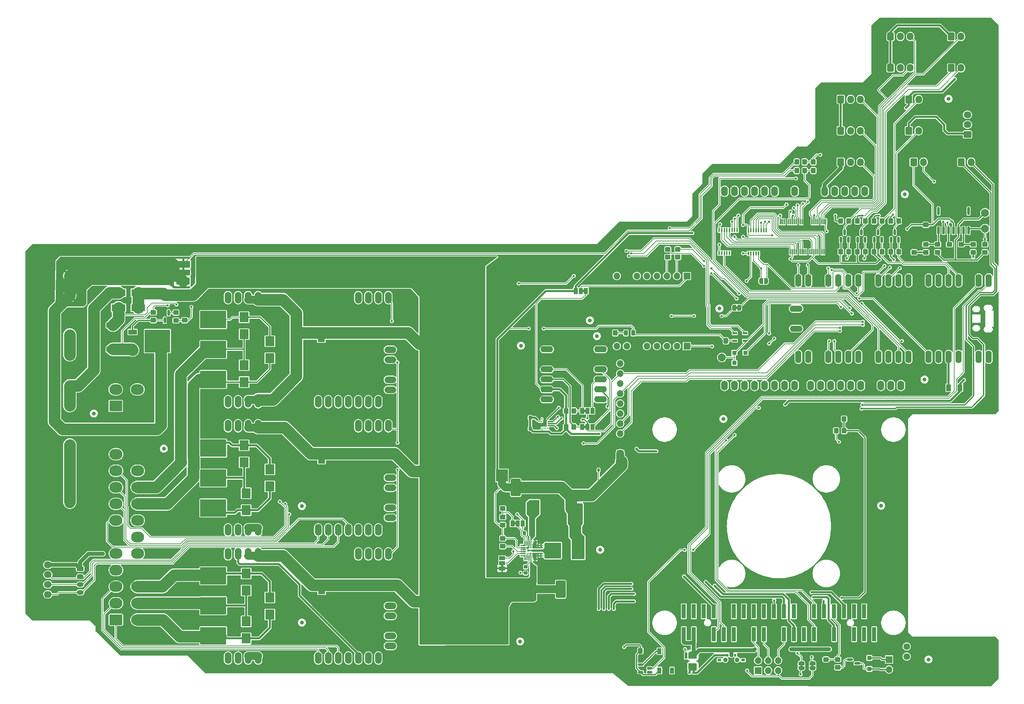
<source format=gbr>
%TF.GenerationSoftware,KiCad,Pcbnew,8.0.3+1*%
%TF.CreationDate,2024-07-23T19:13:49+00:00*%
%TF.ProjectId,OpenMowerMainboard,4f70656e-4d6f-4776-9572-4d61696e626f,rev?*%
%TF.SameCoordinates,Original*%
%TF.FileFunction,Copper,L1,Top*%
%TF.FilePolarity,Positive*%
%FSLAX46Y46*%
G04 Gerber Fmt 4.6, Leading zero omitted, Abs format (unit mm)*
G04 Created by KiCad (PCBNEW 8.0.3+1) date 2024-07-23 19:13:49*
%MOMM*%
%LPD*%
G01*
G04 APERTURE LIST*
G04 Aperture macros list*
%AMRoundRect*
0 Rectangle with rounded corners*
0 $1 Rounding radius*
0 $2 $3 $4 $5 $6 $7 $8 $9 X,Y pos of 4 corners*
0 Add a 4 corners polygon primitive as box body*
4,1,4,$2,$3,$4,$5,$6,$7,$8,$9,$2,$3,0*
0 Add four circle primitives for the rounded corners*
1,1,$1+$1,$2,$3*
1,1,$1+$1,$4,$5*
1,1,$1+$1,$6,$7*
1,1,$1+$1,$8,$9*
0 Add four rect primitives between the rounded corners*
20,1,$1+$1,$2,$3,$4,$5,0*
20,1,$1+$1,$4,$5,$6,$7,0*
20,1,$1+$1,$6,$7,$8,$9,0*
20,1,$1+$1,$8,$9,$2,$3,0*%
%AMFreePoly0*
4,1,19,0.500000,-0.750000,0.000000,-0.750000,0.000000,-0.744911,-0.071157,-0.744911,-0.207708,-0.704816,-0.327430,-0.627875,-0.420627,-0.520320,-0.479746,-0.390866,-0.500000,-0.250000,-0.500000,0.250000,-0.479746,0.390866,-0.420627,0.520320,-0.327430,0.627875,-0.207708,0.704816,-0.071157,0.744911,0.000000,0.744911,0.000000,0.750000,0.500000,0.750000,0.500000,-0.750000,0.500000,-0.750000,
$1*%
%AMFreePoly1*
4,1,19,0.000000,0.744911,0.071157,0.744911,0.207708,0.704816,0.327430,0.627875,0.420627,0.520320,0.479746,0.390866,0.500000,0.250000,0.500000,-0.250000,0.479746,-0.390866,0.420627,-0.520320,0.327430,-0.627875,0.207708,-0.704816,0.071157,-0.744911,0.000000,-0.744911,0.000000,-0.750000,-0.500000,-0.750000,-0.500000,0.750000,0.000000,0.750000,0.000000,0.744911,0.000000,0.744911,
$1*%
%AMFreePoly2*
4,1,26,1.935306,0.780194,1.989950,0.741421,2.341421,0.389950,2.388777,0.314585,2.400000,0.248529,2.400000,-0.248529,2.380194,-0.335306,2.341421,-0.389950,1.989950,-0.741421,1.914585,-0.788777,1.848529,-0.800000,0.000000,-0.800000,-0.248529,-0.800000,-0.335306,-0.780194,-0.389950,-0.741421,-0.741421,-0.389950,-0.788777,-0.314585,-0.800000,-0.248529,-0.800000,0.248529,-0.780194,0.335306,
-0.741421,0.389950,-0.389950,0.741421,-0.314585,0.788777,-0.248529,0.800000,1.848529,0.800000,1.935306,0.780194,1.935306,0.780194,$1*%
%AMFreePoly3*
4,1,26,0.335306,0.780194,0.389950,0.741421,0.741421,0.389950,0.788777,0.314585,0.800000,0.248529,0.800000,-0.248529,0.780194,-0.335306,0.741421,-0.389950,0.389950,-0.741421,0.314585,-0.788777,0.248529,-0.800000,0.000000,-0.800000,-0.248529,-0.800000,-0.335306,-0.780194,-0.389950,-0.741421,-0.741421,-0.389950,-0.788777,-0.314585,-0.800000,-0.248529,-0.800000,0.248529,-0.780194,0.335306,
-0.741421,0.389950,-0.389950,0.741421,-0.314585,0.788777,-0.248529,0.800000,0.248529,0.800000,0.335306,0.780194,0.335306,0.780194,$1*%
%AMFreePoly4*
4,1,26,0.335306,2.380194,0.389950,2.341421,0.741421,1.989950,0.788777,1.914585,0.800000,1.848529,0.800000,-0.248529,0.780194,-0.335306,0.741421,-0.389950,0.389950,-0.741421,0.314585,-0.788777,0.248529,-0.800000,0.000000,-0.800000,-0.248529,-0.800000,-0.335306,-0.780194,-0.389950,-0.741421,-0.741421,-0.389950,-0.788777,-0.314585,-0.800000,-0.248529,-0.800000,1.848529,-0.780194,1.935306,
-0.741421,1.989950,-0.389950,2.341421,-0.314585,2.388777,-0.248529,2.400000,0.248529,2.400000,0.335306,2.380194,0.335306,2.380194,$1*%
G04 Aperture macros list end*
%TA.AperFunction,EtchedComponent*%
%ADD10C,0.000000*%
%TD*%
%TA.AperFunction,ComponentPad*%
%ADD11RoundRect,0.250001X1.399999X-1.099999X1.399999X1.099999X-1.399999X1.099999X-1.399999X-1.099999X0*%
%TD*%
%TA.AperFunction,ComponentPad*%
%ADD12O,3.300000X2.700000*%
%TD*%
%TA.AperFunction,ComponentPad*%
%ADD13RoundRect,0.250001X1.099999X1.399999X-1.099999X1.399999X-1.099999X-1.399999X1.099999X-1.399999X0*%
%TD*%
%TA.AperFunction,ComponentPad*%
%ADD14O,2.700000X3.300000*%
%TD*%
%TA.AperFunction,ComponentPad*%
%ADD15RoundRect,0.250000X-0.600000X-0.725000X0.600000X-0.725000X0.600000X0.725000X-0.600000X0.725000X0*%
%TD*%
%TA.AperFunction,ComponentPad*%
%ADD16O,1.700000X1.950000*%
%TD*%
%TA.AperFunction,ComponentPad*%
%ADD17RoundRect,0.249999X-0.625001X0.350001X-0.625001X-0.350001X0.625001X-0.350001X0.625001X0.350001X0*%
%TD*%
%TA.AperFunction,ComponentPad*%
%ADD18O,1.750000X1.200000*%
%TD*%
%TA.AperFunction,SMDPad,CuDef*%
%ADD19R,3.500000X1.800000*%
%TD*%
%TA.AperFunction,SMDPad,CuDef*%
%ADD20C,1.000000*%
%TD*%
%TA.AperFunction,ComponentPad*%
%ADD21O,1.700000X3.000000*%
%TD*%
%TA.AperFunction,ComponentPad*%
%ADD22O,3.000000X1.700000*%
%TD*%
%TA.AperFunction,SMDPad,CuDef*%
%ADD23R,0.400000X1.000000*%
%TD*%
%TA.AperFunction,SMDPad,CuDef*%
%ADD24RoundRect,0.250000X-0.450000X0.350000X-0.450000X-0.350000X0.450000X-0.350000X0.450000X0.350000X0*%
%TD*%
%TA.AperFunction,SMDPad,CuDef*%
%ADD25RoundRect,0.225000X-0.225000X-0.250000X0.225000X-0.250000X0.225000X0.250000X-0.225000X0.250000X0*%
%TD*%
%TA.AperFunction,SMDPad,CuDef*%
%ADD26RoundRect,0.150000X-0.587500X-0.150000X0.587500X-0.150000X0.587500X0.150000X-0.587500X0.150000X0*%
%TD*%
%TA.AperFunction,SMDPad,CuDef*%
%ADD27RoundRect,0.250000X0.350000X0.450000X-0.350000X0.450000X-0.350000X-0.450000X0.350000X-0.450000X0*%
%TD*%
%TA.AperFunction,SMDPad,CuDef*%
%ADD28RoundRect,0.250000X0.450000X-0.350000X0.450000X0.350000X-0.450000X0.350000X-0.450000X-0.350000X0*%
%TD*%
%TA.AperFunction,SMDPad,CuDef*%
%ADD29R,0.250000X0.475000*%
%TD*%
%TA.AperFunction,SMDPad,CuDef*%
%ADD30R,0.475000X0.250000*%
%TD*%
%TA.AperFunction,SMDPad,CuDef*%
%ADD31RoundRect,0.250000X-0.337500X-0.475000X0.337500X-0.475000X0.337500X0.475000X-0.337500X0.475000X0*%
%TD*%
%TA.AperFunction,ComponentPad*%
%ADD32R,2.000000X2.000000*%
%TD*%
%TA.AperFunction,ComponentPad*%
%ADD33C,2.000000*%
%TD*%
%TA.AperFunction,SMDPad,CuDef*%
%ADD34RoundRect,0.243750X-0.243750X-0.456250X0.243750X-0.456250X0.243750X0.456250X-0.243750X0.456250X0*%
%TD*%
%TA.AperFunction,SMDPad,CuDef*%
%ADD35RoundRect,0.150000X0.512500X0.150000X-0.512500X0.150000X-0.512500X-0.150000X0.512500X-0.150000X0*%
%TD*%
%TA.AperFunction,SMDPad,CuDef*%
%ADD36RoundRect,0.250000X-1.000000X1.950000X-1.000000X-1.950000X1.000000X-1.950000X1.000000X1.950000X0*%
%TD*%
%TA.AperFunction,ComponentPad*%
%ADD37C,2.350000*%
%TD*%
%TA.AperFunction,SMDPad,CuDef*%
%ADD38RoundRect,0.225000X0.225000X0.250000X-0.225000X0.250000X-0.225000X-0.250000X0.225000X-0.250000X0*%
%TD*%
%TA.AperFunction,SMDPad,CuDef*%
%ADD39R,1.000000X1.500000*%
%TD*%
%TA.AperFunction,SMDPad,CuDef*%
%ADD40R,1.100000X1.100000*%
%TD*%
%TA.AperFunction,ComponentPad*%
%ADD41R,1.700000X1.700000*%
%TD*%
%TA.AperFunction,ComponentPad*%
%ADD42O,1.700000X1.700000*%
%TD*%
%TA.AperFunction,SMDPad,CuDef*%
%ADD43RoundRect,0.250000X-0.350000X-0.450000X0.350000X-0.450000X0.350000X0.450000X-0.350000X0.450000X0*%
%TD*%
%TA.AperFunction,SMDPad,CuDef*%
%ADD44RoundRect,0.250000X0.325000X0.650000X-0.325000X0.650000X-0.325000X-0.650000X0.325000X-0.650000X0*%
%TD*%
%TA.AperFunction,SMDPad,CuDef*%
%ADD45R,2.300000X2.500000*%
%TD*%
%TA.AperFunction,SMDPad,CuDef*%
%ADD46R,2.413000X3.429000*%
%TD*%
%TA.AperFunction,SMDPad,CuDef*%
%ADD47R,1.800000X2.500000*%
%TD*%
%TA.AperFunction,SMDPad,CuDef*%
%ADD48RoundRect,0.250000X-0.475000X0.337500X-0.475000X-0.337500X0.475000X-0.337500X0.475000X0.337500X0*%
%TD*%
%TA.AperFunction,SMDPad,CuDef*%
%ADD49RoundRect,0.150000X0.150000X-0.587500X0.150000X0.587500X-0.150000X0.587500X-0.150000X-0.587500X0*%
%TD*%
%TA.AperFunction,ComponentPad*%
%ADD50RoundRect,0.250000X0.725000X-0.600000X0.725000X0.600000X-0.725000X0.600000X-0.725000X-0.600000X0*%
%TD*%
%TA.AperFunction,ComponentPad*%
%ADD51O,1.950000X1.700000*%
%TD*%
%TA.AperFunction,ComponentPad*%
%ADD52R,3.048000X3.048000*%
%TD*%
%TA.AperFunction,SMDPad,CuDef*%
%ADD53R,1.020000X3.600000*%
%TD*%
%TA.AperFunction,SMDPad,CuDef*%
%ADD54FreePoly0,180.000000*%
%TD*%
%TA.AperFunction,SMDPad,CuDef*%
%ADD55FreePoly1,180.000000*%
%TD*%
%TA.AperFunction,SMDPad,CuDef*%
%ADD56RoundRect,0.250000X-0.325000X-0.650000X0.325000X-0.650000X0.325000X0.650000X-0.325000X0.650000X0*%
%TD*%
%TA.AperFunction,SMDPad,CuDef*%
%ADD57R,0.650000X1.560000*%
%TD*%
%TA.AperFunction,SMDPad,CuDef*%
%ADD58R,1.190000X1.730000*%
%TD*%
%TA.AperFunction,ComponentPad*%
%ADD59RoundRect,0.250000X-0.600000X-0.750000X0.600000X-0.750000X0.600000X0.750000X-0.600000X0.750000X0*%
%TD*%
%TA.AperFunction,ComponentPad*%
%ADD60O,1.700000X2.000000*%
%TD*%
%TA.AperFunction,SMDPad,CuDef*%
%ADD61RoundRect,0.250000X1.000000X-1.950000X1.000000X1.950000X-1.000000X1.950000X-1.000000X-1.950000X0*%
%TD*%
%TA.AperFunction,SMDPad,CuDef*%
%ADD62R,0.300000X1.425000*%
%TD*%
%TA.AperFunction,SMDPad,CuDef*%
%ADD63R,1.150000X0.600000*%
%TD*%
%TA.AperFunction,SMDPad,CuDef*%
%ADD64RoundRect,0.225000X-0.250000X0.225000X-0.250000X-0.225000X0.250000X-0.225000X0.250000X0.225000X0*%
%TD*%
%TA.AperFunction,ComponentPad*%
%ADD65C,1.200000*%
%TD*%
%TA.AperFunction,SMDPad,CuDef*%
%ADD66R,0.600000X0.700000*%
%TD*%
%TA.AperFunction,SMDPad,CuDef*%
%ADD67R,0.900000X0.700000*%
%TD*%
%TA.AperFunction,SMDPad,CuDef*%
%ADD68RoundRect,0.250000X-0.250000X-0.475000X0.250000X-0.475000X0.250000X0.475000X-0.250000X0.475000X0*%
%TD*%
%TA.AperFunction,SMDPad,CuDef*%
%ADD69R,2.200000X1.200000*%
%TD*%
%TA.AperFunction,SMDPad,CuDef*%
%ADD70R,6.400000X5.800000*%
%TD*%
%TA.AperFunction,SMDPad,CuDef*%
%ADD71C,2.000000*%
%TD*%
%TA.AperFunction,SMDPad,CuDef*%
%ADD72FreePoly2,270.000000*%
%TD*%
%TA.AperFunction,ComponentPad*%
%ADD73FreePoly3,270.000000*%
%TD*%
%TA.AperFunction,SMDPad,CuDef*%
%ADD74O,1.600000X3.200000*%
%TD*%
%TA.AperFunction,ComponentPad*%
%ADD75C,1.600000*%
%TD*%
%TA.AperFunction,SMDPad,CuDef*%
%ADD76RoundRect,0.200000X-0.600000X1.400000X-0.600000X-1.400000X0.600000X-1.400000X0.600000X1.400000X0*%
%TD*%
%TA.AperFunction,ComponentPad*%
%ADD77RoundRect,0.200000X-0.600000X0.600000X-0.600000X-0.600000X0.600000X-0.600000X0.600000X0.600000X0*%
%TD*%
%TA.AperFunction,SMDPad,CuDef*%
%ADD78FreePoly4,270.000000*%
%TD*%
%TA.AperFunction,SMDPad,CuDef*%
%ADD79RoundRect,0.200000X-1.400000X0.600000X-1.400000X-0.600000X1.400000X-0.600000X1.400000X0.600000X0*%
%TD*%
%TA.AperFunction,SMDPad,CuDef*%
%ADD80O,3.200000X1.600000*%
%TD*%
%TA.AperFunction,SMDPad,CuDef*%
%ADD81RoundRect,0.160000X-0.160000X0.222500X-0.160000X-0.222500X0.160000X-0.222500X0.160000X0.222500X0*%
%TD*%
%TA.AperFunction,ComponentPad*%
%ADD82C,1.700000*%
%TD*%
%TA.AperFunction,SMDPad,CuDef*%
%ADD83FreePoly0,90.000000*%
%TD*%
%TA.AperFunction,SMDPad,CuDef*%
%ADD84FreePoly1,90.000000*%
%TD*%
%TA.AperFunction,SMDPad,CuDef*%
%ADD85RoundRect,0.250000X0.337500X0.475000X-0.337500X0.475000X-0.337500X-0.475000X0.337500X-0.475000X0*%
%TD*%
%TA.AperFunction,SMDPad,CuDef*%
%ADD86R,0.300000X0.412500*%
%TD*%
%TA.AperFunction,SMDPad,CuDef*%
%ADD87R,0.300000X0.875000*%
%TD*%
%TA.AperFunction,SMDPad,CuDef*%
%ADD88R,0.250000X0.400500*%
%TD*%
%TA.AperFunction,SMDPad,CuDef*%
%ADD89R,0.250000X1.525000*%
%TD*%
%TA.AperFunction,SMDPad,CuDef*%
%ADD90R,0.950000X0.400500*%
%TD*%
%TA.AperFunction,SMDPad,CuDef*%
%ADD91R,0.950000X1.525000*%
%TD*%
%TA.AperFunction,SMDPad,CuDef*%
%ADD92R,0.600000X0.450000*%
%TD*%
%TA.AperFunction,SMDPad,CuDef*%
%ADD93R,0.825000X0.450000*%
%TD*%
%TA.AperFunction,SMDPad,CuDef*%
%ADD94R,1.650000X0.300000*%
%TD*%
%TA.AperFunction,SMDPad,CuDef*%
%ADD95R,0.425000X0.300000*%
%TD*%
%TA.AperFunction,SMDPad,CuDef*%
%ADD96R,0.850000X0.450000*%
%TD*%
%TA.AperFunction,SMDPad,CuDef*%
%ADD97R,0.412500X0.450000*%
%TD*%
%TA.AperFunction,SMDPad,CuDef*%
%ADD98R,0.875000X0.450000*%
%TD*%
%TA.AperFunction,SMDPad,CuDef*%
%ADD99R,0.412500X0.300000*%
%TD*%
%TA.AperFunction,SMDPad,CuDef*%
%ADD100R,0.875000X0.300000*%
%TD*%
%TA.AperFunction,SMDPad,CuDef*%
%ADD101R,0.350000X0.400000*%
%TD*%
%TA.AperFunction,SMDPad,CuDef*%
%ADD102R,0.350000X0.500000*%
%TD*%
%TA.AperFunction,SMDPad,CuDef*%
%ADD103R,0.250000X0.600000*%
%TD*%
%TA.AperFunction,SMDPad,CuDef*%
%ADD104R,0.349998X0.400000*%
%TD*%
%TA.AperFunction,SMDPad,CuDef*%
%ADD105RoundRect,0.249999X-1.425001X0.450001X-1.425001X-0.450001X1.425001X-0.450001X1.425001X0.450001X0*%
%TD*%
%TA.AperFunction,SMDPad,CuDef*%
%ADD106R,1.500000X1.000000*%
%TD*%
%TA.AperFunction,ConnectorPad*%
%ADD107O,3.200000X1.600000*%
%TD*%
%TA.AperFunction,SMDPad,CuDef*%
%ADD108RoundRect,0.150000X0.150000X-0.825000X0.150000X0.825000X-0.150000X0.825000X-0.150000X-0.825000X0*%
%TD*%
%TA.AperFunction,ComponentPad*%
%ADD109O,1.727200X2.500000*%
%TD*%
%TA.AperFunction,SMDPad,CuDef*%
%ADD110RoundRect,0.150000X-0.150000X0.587500X-0.150000X-0.587500X0.150000X-0.587500X0.150000X0.587500X0*%
%TD*%
%TA.AperFunction,ViaPad*%
%ADD111C,0.600000*%
%TD*%
%TA.AperFunction,Conductor*%
%ADD112C,0.150000*%
%TD*%
%TA.AperFunction,Conductor*%
%ADD113C,0.300000*%
%TD*%
%TA.AperFunction,Conductor*%
%ADD114C,0.500000*%
%TD*%
%TA.AperFunction,Conductor*%
%ADD115C,0.200000*%
%TD*%
%TA.AperFunction,Conductor*%
%ADD116C,2.000000*%
%TD*%
%TA.AperFunction,Conductor*%
%ADD117C,3.000000*%
%TD*%
%TA.AperFunction,Conductor*%
%ADD118C,1.000000*%
%TD*%
G04 APERTURE END LIST*
D10*
%TA.AperFunction,EtchedComponent*%
%TO.C,JP1*%
G36*
X196339800Y-69230800D02*
G01*
X195839800Y-69230800D01*
X195839800Y-68630800D01*
X196339800Y-68630800D01*
X196339800Y-69230800D01*
G37*
%TD.AperFunction*%
%TA.AperFunction,EtchedComponent*%
%TO.C,JP10*%
G36*
X196698000Y-103719800D02*
G01*
X196198000Y-103719800D01*
X196198000Y-103119800D01*
X196698000Y-103119800D01*
X196698000Y-103719800D01*
G37*
%TD.AperFunction*%
%TA.AperFunction,EtchedComponent*%
%TO.C,JP6*%
G36*
X235240000Y-73493000D02*
G01*
X234740000Y-73493000D01*
X234740000Y-72893000D01*
X235240000Y-72893000D01*
X235240000Y-73493000D01*
G37*
%TD.AperFunction*%
%TA.AperFunction,EtchedComponent*%
%TO.C,JP5*%
G36*
X179046000Y-128183000D02*
G01*
X178546000Y-128183000D01*
X178546000Y-127583000D01*
X179046000Y-127583000D01*
X179046000Y-128183000D01*
G37*
%TD.AperFunction*%
%TA.AperFunction,EtchedComponent*%
%TO.C,JP8*%
G36*
X254490000Y-164243000D02*
G01*
X253890000Y-164243000D01*
X253890000Y-163743000D01*
X254490000Y-163743000D01*
X254490000Y-164243000D01*
G37*
%TD.AperFunction*%
%TA.AperFunction,EtchedComponent*%
%TO.C,JP11*%
G36*
X196698000Y-99655800D02*
G01*
X196198000Y-99655800D01*
X196198000Y-99055800D01*
X196698000Y-99055800D01*
X196698000Y-99655800D01*
G37*
%TD.AperFunction*%
%TA.AperFunction,EtchedComponent*%
%TO.C,JP4*%
G36*
X175803500Y-138883000D02*
G01*
X175203500Y-138883000D01*
X175203500Y-138383000D01*
X175803500Y-138383000D01*
X175803500Y-138883000D01*
G37*
%TD.AperFunction*%
%TA.AperFunction,EtchedComponent*%
%TO.C,JP7*%
G36*
X251690000Y-164243000D02*
G01*
X251090000Y-164243000D01*
X251090000Y-163743000D01*
X251690000Y-163743000D01*
X251690000Y-164243000D01*
G37*
%TD.AperFunction*%
%TD*%
D11*
%TO.P,J1,1,Pin_1*%
%TO.N,/ESCs/ML_HALL_U*%
X77596000Y-152333000D03*
D12*
%TO.P,J1,2,Pin_2*%
%TO.N,/ESCs/ML_HALL_V*%
X77596000Y-148133000D03*
%TO.P,J1,3,Pin_3*%
%TO.N,/ESCs/ML_HALL_W*%
X77596000Y-143933000D03*
%TO.P,J1,4,Pin_4*%
%TO.N,+5V*%
X77596000Y-139733000D03*
%TO.P,J1,5,Pin_5*%
%TO.N,unconnected-(J1-Pin_5-Pad5)*%
X77596000Y-135533000D03*
%TO.P,J1,6,Pin_6*%
%TO.N,GND*%
X77596000Y-131333000D03*
%TO.P,J1,7,Pin_7*%
%TO.N,/ESCs/MC_TEMP*%
X77596000Y-127133000D03*
%TO.P,J1,8,Pin_8*%
%TO.N,/ESCs/MR_HALL_U*%
X77596000Y-122933000D03*
%TO.P,J1,9,Pin_9*%
%TO.N,/ESCs/MR_HALL_V*%
X77596000Y-118733000D03*
%TO.P,J1,10,Pin_10*%
%TO.N,/ESCs/MR_HALL_W*%
X77596000Y-114533000D03*
%TO.P,J1,11,Pin_11*%
%TO.N,+5V*%
X77596000Y-110333000D03*
%TO.P,J1,12,Pin_12*%
%TO.N,/ESCs/ML_PHASE_W*%
X83096000Y-152333000D03*
%TO.P,J1,13,Pin_13*%
%TO.N,/ESCs/ML_PHASE_V*%
X83096000Y-148133000D03*
%TO.P,J1,14,Pin_14*%
%TO.N,/ESCs/ML_PHASE_U*%
X83096000Y-143933000D03*
%TO.P,J1,15,Pin_15*%
%TO.N,GND*%
X83096000Y-139733000D03*
%TO.P,J1,16,Pin_16*%
%TO.N,/ESCs/MC_PHASE_W*%
X83096000Y-135533000D03*
%TO.P,J1,17,Pin_17*%
%TO.N,/ESCs/MC_PHASE_V*%
X83096000Y-131333000D03*
%TO.P,J1,18,Pin_18*%
%TO.N,/ESCs/MC_PHASE_U*%
X83096000Y-127133000D03*
%TO.P,J1,19,Pin_19*%
%TO.N,/ESCs/MR_PHASE_W*%
X83096000Y-122933000D03*
%TO.P,J1,20,Pin_20*%
%TO.N,/ESCs/MR_PHASE_V*%
X83096000Y-118733000D03*
%TO.P,J1,21,Pin_21*%
%TO.N,/ESCs/MR_PHASE_U*%
X83096000Y-114533000D03*
%TO.P,J1,22,Pin_22*%
%TO.N,GND*%
X83096000Y-110333000D03*
%TD*%
D13*
%TO.P,J3,1,Pin_1*%
%TO.N,GND*%
X65900000Y-127869000D03*
D14*
%TO.P,J3,2,Pin_2*%
%TO.N,Net-(J3-Pin_2)*%
X65900000Y-122369000D03*
%TD*%
D15*
%TO.P,J13,1,Pin_1*%
%TO.N,+5V*%
X278590000Y-20328000D03*
D16*
%TO.P,J13,2,Pin_2*%
%TO.N,/RobotConnectors/HALL_SWITCH_3_5V*%
X281090000Y-20328000D03*
%TO.P,J13,3,Pin_3*%
%TO.N,GND*%
X283590000Y-20328000D03*
%TD*%
D15*
%TO.P,J14,1,Pin_1*%
%TO.N,+5V*%
X278590000Y-28295500D03*
D16*
%TO.P,J14,2,Pin_2*%
%TO.N,/RobotConnectors/HALL_SWITCH_4_5V*%
X281090000Y-28295500D03*
%TO.P,J14,3,Pin_3*%
%TO.N,GND*%
X283590000Y-28295500D03*
%TD*%
D15*
%TO.P,J5,1,Pin_1*%
%TO.N,+5V*%
X273965000Y-4393000D03*
D16*
%TO.P,J5,2,Pin_2*%
%TO.N,/RobotConnectors/USS_1_TRIGGER_5V*%
X276465000Y-4393000D03*
%TO.P,J5,3,Pin_3*%
%TO.N,/RobotConnectors/USS_1_ECHO_5V*%
X278965000Y-4393000D03*
%TO.P,J5,4,Pin_4*%
%TO.N,GND*%
X281465000Y-4393000D03*
%TD*%
D15*
%TO.P,J6,1,Pin_1*%
%TO.N,+5V*%
X273965000Y-12360500D03*
D16*
%TO.P,J6,2,Pin_2*%
%TO.N,/RobotConnectors/USS_2_TRIGGER_5V*%
X276465000Y-12360500D03*
%TO.P,J6,3,Pin_3*%
%TO.N,/RobotConnectors/USS_2_ECHO_5V*%
X278965000Y-12360500D03*
%TO.P,J6,4,Pin_4*%
%TO.N,GND*%
X281465000Y-12360500D03*
%TD*%
D15*
%TO.P,J7,1,Pin_1*%
%TO.N,+5V*%
X261340000Y-20328000D03*
D16*
%TO.P,J7,2,Pin_2*%
%TO.N,/RobotConnectors/USS_3_TRIGGER_5V*%
X263840000Y-20328000D03*
%TO.P,J7,3,Pin_3*%
%TO.N,/RobotConnectors/USS_3_ECHO_5V*%
X266340000Y-20328000D03*
%TO.P,J7,4,Pin_4*%
%TO.N,GND*%
X268840000Y-20328000D03*
%TD*%
D15*
%TO.P,J8,1,Pin_1*%
%TO.N,+5V*%
X261340000Y-28295500D03*
D16*
%TO.P,J8,2,Pin_2*%
%TO.N,/RobotConnectors/USS_4_TRIGGER_5V*%
X263840000Y-28295500D03*
%TO.P,J8,3,Pin_3*%
%TO.N,/RobotConnectors/USS_4_ECHO_5V*%
X266340000Y-28295500D03*
%TO.P,J8,4,Pin_4*%
%TO.N,GND*%
X268840000Y-28295500D03*
%TD*%
D15*
%TO.P,J9,1,Pin_1*%
%TO.N,+5V*%
X261340000Y-36263000D03*
D16*
%TO.P,J9,2,Pin_2*%
%TO.N,/RobotConnectors/USS_5_TRIGGER_5V*%
X263840000Y-36263000D03*
%TO.P,J9,3,Pin_3*%
%TO.N,/RobotConnectors/USS_5_ECHO_5V*%
X266340000Y-36263000D03*
%TO.P,J9,4,Pin_4*%
%TO.N,GND*%
X268840000Y-36263000D03*
%TD*%
D15*
%TO.P,J12,1,Pin_1*%
%TO.N,+5V*%
X289336000Y-12360500D03*
D16*
%TO.P,J12,2,Pin_2*%
%TO.N,/RobotConnectors/HALL_SWITCH_2_5V*%
X291836000Y-12360500D03*
%TO.P,J12,3,Pin_3*%
%TO.N,GND*%
X294336000Y-12360500D03*
%TD*%
D17*
%TO.P,J10,1,Pin_1*%
%TO.N,+5V*%
X68541000Y-139387000D03*
D18*
%TO.P,J10,2,Pin_2*%
%TO.N,/ESCs/MC_HALL_W*%
X68541000Y-141387000D03*
%TO.P,J10,3,Pin_3*%
%TO.N,/ESCs/MC_HALL_V*%
X68541000Y-143387000D03*
%TO.P,J10,4,Pin_4*%
%TO.N,/ESCs/MC_HALL_U*%
X68541000Y-145387000D03*
%TO.P,J10,5,Pin_5*%
%TO.N,GND*%
X68541000Y-147387000D03*
%TD*%
D15*
%TO.P,J11,1,Pin_1*%
%TO.N,+5V*%
X289336000Y-4393000D03*
D16*
%TO.P,J11,2,Pin_2*%
%TO.N,/RobotConnectors/HALL_SWITCH_1_5V*%
X291836000Y-4393000D03*
%TO.P,J11,3,Pin_3*%
%TO.N,GND*%
X294336000Y-4393000D03*
%TD*%
D19*
%TO.P,D15,1,K*%
%TO.N,V_BATT*%
X99670000Y-62183000D03*
%TO.P,D15,2,A*%
%TO.N,/RobotConnectors/V_BATTERY*%
X94670000Y-62183000D03*
%TD*%
D20*
%TO.P,FID16,*%
%TO.N,*%
X72000000Y-100000000D03*
%TD*%
D21*
%TO.P,U5,1,CAN_L*%
%TO.N,unconnected-(U5-CAN_L-Pad1)*%
X144121000Y-129523000D03*
%TO.P,U5,2,CAN_H*%
%TO.N,unconnected-(U5-CAN_H-Pad2)*%
X141581000Y-129523000D03*
%TO.P,U5,3,TEMPERATURE*%
%TO.N,/ESCs/MC_TEMP*%
X136501000Y-129523000D03*
%TO.P,U5,4,HALL_U*%
%TO.N,/ESCs/MC_HALL_U*%
X133961000Y-129523000D03*
%TO.P,U5,5,HALL_V*%
%TO.N,/ESCs/MC_HALL_V*%
X131421000Y-129523000D03*
%TO.P,U5,5V,5V*%
%TO.N,+5V*%
X139041000Y-129523000D03*
X108561000Y-129523000D03*
X108561000Y-103123000D03*
X106021000Y-129523000D03*
X106021000Y-103123000D03*
%TO.P,U5,6,HALL_W*%
%TO.N,/ESCs/MC_HALL_W*%
X128881000Y-129523000D03*
D22*
%TO.P,U5,7,3V3_IN*%
%TO.N,unconnected-(U5-3V3_IN-Pad7)*%
X147161000Y-126483000D03*
%TO.P,U5,8,SWDCLK*%
%TO.N,unconnected-(U5-SWDCLK-Pad8)*%
X147161000Y-123943000D03*
%TO.P,U5,9,SWDIO*%
%TO.N,unconnected-(U5-SWDIO-Pad9)*%
X147161000Y-118863000D03*
%TO.P,U5,10,RESET*%
%TO.N,unconnected-(U5-RESET-Pad10)*%
X147161000Y-116323000D03*
D21*
%TO.P,U5,11,MISO*%
%TO.N,Net-(JP6-B)*%
X146661000Y-103123000D03*
%TO.P,U5,12,MOSI/TX*%
%TO.N,/ESCs/MC_TX*%
X144121000Y-103123000D03*
%TO.P,U5,13,SCK*%
%TO.N,unconnected-(U5-SCK-Pad13)*%
X141581000Y-103123000D03*
%TO.P,U5,14,NCS/RX*%
%TO.N,/ESCs/MC_RX*%
X139041000Y-103123000D03*
%TO.P,U5,GND,GND*%
%TO.N,GND*%
X146661000Y-129523000D03*
D22*
X147161000Y-121403000D03*
D21*
X136501000Y-103123000D03*
X126341000Y-129523000D03*
X103481000Y-129523000D03*
X103481000Y-103123000D03*
X100941000Y-129523000D03*
X100941000Y-103123000D03*
D22*
%TO.P,U5,U,U*%
%TO.N,/ESCs/MC_PHASE_U*%
X103981000Y-109973000D03*
X103981000Y-107433000D03*
X100441000Y-109973000D03*
X100441000Y-107433000D03*
%TO.P,U5,V,V*%
%TO.N,/ESCs/MC_PHASE_V*%
X103981000Y-117593000D03*
X103981000Y-115053000D03*
X100441000Y-117593000D03*
X100441000Y-115053000D03*
D21*
%TO.P,U5,VM,VIN*%
%TO.N,V_BATT*%
X113641000Y-129523000D03*
X113641000Y-103123000D03*
X111101000Y-129523000D03*
X111101000Y-103123000D03*
D22*
%TO.P,U5,W,W*%
%TO.N,/ESCs/MC_PHASE_W*%
X103981000Y-125213000D03*
X103981000Y-122673000D03*
X100441000Y-125213000D03*
X100441000Y-122673000D03*
%TD*%
D23*
%TO.P,U9,1,A4*%
%TO.N,/RobotConnectors/USS_5_TRIGGER*%
X230515000Y-59293000D03*
%TO.P,U9,2,A6*%
%TO.N,unconnected-(U9-A6-Pad2)*%
X231165000Y-59293000D03*
%TO.P,U9,3,A*%
%TO.N,/pico/MUX_OUTPUT*%
X231815000Y-59293000D03*
%TO.P,U9,4,A7*%
%TO.N,unconnected-(U9-A7-Pad4)*%
X232465000Y-59293000D03*
%TO.P,U9,5,A5*%
%TO.N,unconnected-(U9-A5-Pad5)*%
X233115000Y-59293000D03*
%TO.P,U9,6,~{E}*%
%TO.N,GND*%
X233765000Y-59293000D03*
%TO.P,U9,7,VEE*%
X234415000Y-59293000D03*
%TO.P,U9,8,GND*%
X235065000Y-59293000D03*
%TO.P,U9,9,S2*%
%TO.N,/pico/MUX_ADDRESS_2*%
X235065000Y-53493000D03*
%TO.P,U9,10,S1*%
%TO.N,/pico/MUX_ADDRESS_1*%
X234415000Y-53493000D03*
%TO.P,U9,11,S0*%
%TO.N,/pico/MUX_ADDRESS_0*%
X233765000Y-53493000D03*
%TO.P,U9,12,A3*%
%TO.N,/RobotConnectors/USS_4_TRIGGER*%
X233115000Y-53493000D03*
%TO.P,U9,13,A0*%
%TO.N,/RobotConnectors/USS_3_TRIGGER*%
X232465000Y-53493000D03*
%TO.P,U9,14,A1*%
%TO.N,/RobotConnectors/USS_2_TRIGGER*%
X231815000Y-53493000D03*
%TO.P,U9,15,A2*%
%TO.N,/RobotConnectors/USS_1_TRIGGER*%
X231165000Y-53493000D03*
%TO.P,U9,16,VCC*%
%TO.N,+3V3*%
X230515000Y-53493000D03*
%TD*%
D24*
%TO.P,R5,1*%
%TO.N,/RaspberryPi/RASPI_FAN_ON*%
X260590000Y-162393000D03*
%TO.P,R5,2*%
%TO.N,Net-(Q3-G)*%
X260590000Y-164393000D03*
%TD*%
D25*
%TO.P,C19,1*%
%TO.N,+5V*%
X194971000Y-129383000D03*
%TO.P,C19,2*%
%TO.N,GND*%
X196521000Y-129383000D03*
%TD*%
D26*
%TO.P,Q3,1,G*%
%TO.N,Net-(Q3-G)*%
X263652500Y-162443000D03*
%TO.P,Q3,2,S*%
%TO.N,GND*%
X263652500Y-164343000D03*
%TO.P,Q3,3,D*%
%TO.N,Net-(D1-A)*%
X265527500Y-163393000D03*
%TD*%
D27*
%TO.P,R41,1*%
%TO.N,GND*%
X256390000Y-36193000D03*
%TO.P,R41,2*%
%TO.N,/pico/V_CHARGE*%
X254390000Y-36193000D03*
%TD*%
D28*
%TO.P,R26,1*%
%TO.N,/RobotConnectors/ENABLE_CHARGE*%
X94996000Y-76363000D03*
%TO.P,R26,2*%
%TO.N,GND*%
X94996000Y-74363000D03*
%TD*%
D29*
%TO.P,AC1201,1,SDO/SA0*%
%TO.N,/IMU/MISO*%
X187096000Y-101420500D03*
%TO.P,AC1201,2,SDX*%
%TO.N,GND*%
X186596000Y-101420500D03*
%TO.P,AC1201,3,SCX*%
X186096000Y-101420500D03*
%TO.P,AC1201,4,INT1*%
%TO.N,unconnected-(AC1201-INT1-Pad4)*%
X185596000Y-101420500D03*
D30*
%TO.P,AC1201,5,VDDIO*%
%TO.N,+3V3*%
X185433500Y-102083000D03*
%TO.P,AC1201,6,GND_1*%
%TO.N,GND*%
X185433500Y-102583000D03*
%TO.P,AC1201,7,GND_2*%
X185433500Y-103083000D03*
D29*
%TO.P,AC1201,8,VDD*%
%TO.N,+3V3*%
X185596000Y-103745500D03*
%TO.P,AC1201,9,INT2*%
%TO.N,unconnected-(AC1201-INT2-Pad9)*%
X186096000Y-103745500D03*
%TO.P,AC1201,10,OCS_AUX*%
%TO.N,unconnected-(AC1201-OCS_AUX-Pad10)*%
X186596000Y-103745500D03*
%TO.P,AC1201,11,SDO_AUX*%
%TO.N,unconnected-(AC1201-SDO_AUX-Pad11)*%
X187096000Y-103745500D03*
D30*
%TO.P,AC1201,12,CS*%
%TO.N,/IMU/~{CS}*%
X187258500Y-103083000D03*
%TO.P,AC1201,13,SCL*%
%TO.N,/IMU/SCK*%
X187258500Y-102583000D03*
%TO.P,AC1201,14,SDA*%
%TO.N,/IMU/MOSI*%
X187258500Y-102083000D03*
%TD*%
D20*
%TO.P,FID6,*%
%TO.N,*%
X231590000Y-101393000D03*
%TD*%
D31*
%TO.P,C25,1*%
%TO.N,+5V*%
X210552500Y-160193000D03*
%TO.P,C25,2*%
%TO.N,GND*%
X212627500Y-160193000D03*
%TD*%
D32*
%TO.P,C3,1*%
%TO.N,V_BATT*%
X156958400Y-106347995D03*
D33*
%TO.P,C3,2*%
%TO.N,GND*%
X151958400Y-106347995D03*
%TD*%
D34*
%TO.P,D23,1,K*%
%TO.N,Net-(D23-K)*%
X206868500Y-79583000D03*
%TO.P,D23,2,A*%
%TO.N,+5V*%
X208743500Y-79583000D03*
%TD*%
D27*
%TO.P,R14,1*%
%TO.N,Net-(JP11-A)*%
X193698000Y-99359800D03*
%TO.P,R14,2*%
%TO.N,+3V3*%
X191698000Y-99359800D03*
%TD*%
D35*
%TO.P,U7,1,NC*%
%TO.N,unconnected-(U7-NC-Pad1)*%
X212897500Y-165613000D03*
%TO.P,U7,2,A*%
%TO.N,Net-(U11-GPIO10)*%
X212897500Y-164663000D03*
%TO.P,U7,3,GND*%
%TO.N,GND*%
X212897500Y-163713000D03*
%TO.P,U7,4,Y*%
%TO.N,Net-(D25-DIN)*%
X210622500Y-163713000D03*
%TO.P,U7,5,VCC*%
%TO.N,+5V*%
X210622500Y-165613000D03*
%TD*%
D36*
%TO.P,C10,1*%
%TO.N,V_BATT*%
X190346000Y-144583000D03*
%TO.P,C10,2*%
%TO.N,GND*%
X190346000Y-152983000D03*
%TD*%
D37*
%TO.P,F4,1*%
%TO.N,Net-(J51-Pin_4)*%
X65900000Y-85100000D03*
X65900000Y-80100000D03*
%TO.P,F4,2*%
%TO.N,/RobotConnectors/V_BATTERY*%
X65900000Y-70100000D03*
X65900000Y-65100000D03*
%TD*%
D27*
%TO.P,R40,1*%
%TO.N,/pico/V_CHARGE*%
X252190000Y-36193000D03*
%TO.P,R40,2*%
%TO.N,/RobotConnectors/V_CHARGE*%
X250190000Y-36193000D03*
%TD*%
D38*
%TO.P,C24,1*%
%TO.N,+3V3*%
X182621000Y-103833000D03*
%TO.P,C24,2*%
%TO.N,GND*%
X181071000Y-103833000D03*
%TD*%
D28*
%TO.P,R50,1*%
%TO.N,Net-(U2B-+)*%
X297910000Y-59113000D03*
%TO.P,R50,2*%
%TO.N,/RAIN_DETECTED*%
X297910000Y-57113000D03*
%TD*%
D39*
%TO.P,JP1,1,A*%
%TO.N,+3V3*%
X196739800Y-68930800D03*
%TO.P,JP1,2,C*%
%TO.N,Net-(J16-Pin_1)*%
X195439800Y-68930800D03*
%TO.P,JP1,3,B*%
%TO.N,+5V*%
X194139800Y-68930800D03*
%TD*%
D27*
%TO.P,R43,1*%
%TO.N,GND*%
X256390000Y-38393000D03*
%TO.P,R43,2*%
%TO.N,/pico/V_IN*%
X254390000Y-38393000D03*
%TD*%
D24*
%TO.P,R13,1*%
%TO.N,/pico/SOUND_RX*%
X217475000Y-58348000D03*
%TO.P,R13,2*%
%TO.N,Net-(J16-Pin_3)*%
X217475000Y-60348000D03*
%TD*%
D40*
%TO.P,D14,1,K*%
%TO.N,/CHARGE_CURRENT*%
X234390000Y-87193000D03*
%TO.P,D14,2,A*%
%TO.N,GND*%
X237190000Y-87193000D03*
%TD*%
D32*
%TO.P,C2,1*%
%TO.N,V_BATT*%
X156958400Y-155154980D03*
D33*
%TO.P,C2,2*%
%TO.N,GND*%
X151958400Y-155154980D03*
%TD*%
D21*
%TO.P,U4,1,CAN_L*%
%TO.N,unconnected-(U4-CAN_L-Pad1)*%
X144121000Y-162023000D03*
%TO.P,U4,2,CAN_H*%
%TO.N,unconnected-(U4-CAN_H-Pad2)*%
X141581000Y-162023000D03*
%TO.P,U4,3,TEMPERATURE*%
%TO.N,unconnected-(U4-TEMPERATURE-Pad3)*%
X136501000Y-162023000D03*
%TO.P,U4,4,HALL_U*%
%TO.N,/ESCs/ML_HALL_U*%
X133961000Y-162023000D03*
%TO.P,U4,5,HALL_V*%
%TO.N,/ESCs/ML_HALL_V*%
X131421000Y-162023000D03*
%TO.P,U4,5V,5V*%
%TO.N,+5V*%
X139041000Y-162023000D03*
X108561000Y-162023000D03*
X108561000Y-135623000D03*
X106021000Y-162023000D03*
X106021000Y-135623000D03*
%TO.P,U4,6,HALL_W*%
%TO.N,/ESCs/ML_HALL_W*%
X128881000Y-162023000D03*
D22*
%TO.P,U4,7,3V3_IN*%
%TO.N,unconnected-(U4-3V3_IN-Pad7)*%
X147161000Y-158983000D03*
%TO.P,U4,8,SWDCLK*%
%TO.N,unconnected-(U4-SWDCLK-Pad8)*%
X147161000Y-156443000D03*
%TO.P,U4,9,SWDIO*%
%TO.N,unconnected-(U4-SWDIO-Pad9)*%
X147161000Y-151363000D03*
%TO.P,U4,10,RESET*%
%TO.N,unconnected-(U4-RESET-Pad10)*%
X147161000Y-148823000D03*
D21*
%TO.P,U4,11,MISO*%
%TO.N,Net-(JP6-B)*%
X146661000Y-135623000D03*
%TO.P,U4,12,MOSI/TX*%
%TO.N,/ESCs/ML_TX*%
X144121000Y-135623000D03*
%TO.P,U4,13,SCK*%
%TO.N,unconnected-(U4-SCK-Pad13)*%
X141581000Y-135623000D03*
%TO.P,U4,14,NCS/RX*%
%TO.N,/ESCs/ML_RX*%
X139041000Y-135623000D03*
%TO.P,U4,GND,GND*%
%TO.N,GND*%
X146661000Y-162023000D03*
D22*
X147161000Y-153903000D03*
D21*
X136501000Y-135623000D03*
X126341000Y-162023000D03*
X103481000Y-162023000D03*
X103481000Y-135623000D03*
X100941000Y-162023000D03*
X100941000Y-135623000D03*
D22*
%TO.P,U4,U,U*%
%TO.N,/ESCs/ML_PHASE_U*%
X103981000Y-142473000D03*
X103981000Y-139933000D03*
X100441000Y-142473000D03*
X100441000Y-139933000D03*
%TO.P,U4,V,V*%
%TO.N,/ESCs/ML_PHASE_V*%
X103981000Y-150093000D03*
X103981000Y-147553000D03*
X100441000Y-150093000D03*
X100441000Y-147553000D03*
D21*
%TO.P,U4,VM,VIN*%
%TO.N,V_BATT*%
X113641000Y-162023000D03*
X113641000Y-135623000D03*
X111101000Y-162023000D03*
X111101000Y-135623000D03*
D22*
%TO.P,U4,W,W*%
%TO.N,/ESCs/ML_PHASE_W*%
X103981000Y-157713000D03*
X103981000Y-155173000D03*
X100441000Y-157713000D03*
X100441000Y-155173000D03*
%TD*%
D41*
%TO.P,J20,1,Pin_1*%
%TO.N,+5V*%
X205429200Y-110190800D03*
D42*
%TO.P,J20,2,Pin_2*%
%TO.N,GND*%
X205429200Y-107650800D03*
%TO.P,J20,3,Pin_3*%
%TO.N,/IMU/SCK*%
X205429200Y-105110800D03*
%TO.P,J20,4,Pin_4*%
%TO.N,/IMU/MOSI*%
X205429200Y-102570800D03*
%TO.P,J20,5,Pin_5*%
%TO.N,unconnected-(J20-Pin_5-Pad5)*%
X205429200Y-100030800D03*
%TO.P,J20,6,Pin_6*%
%TO.N,unconnected-(J20-Pin_6-Pad6)*%
X205429200Y-97490800D03*
%TO.P,J20,7,Pin_7*%
%TO.N,/IMU/MISO*%
X205429200Y-94950800D03*
%TO.P,J20,8,Pin_8*%
%TO.N,unconnected-(J20-Pin_8-Pad8)*%
X205429200Y-92410800D03*
%TO.P,J20,9,Pin_9*%
%TO.N,/IMU/~{CS}*%
X205429200Y-89870800D03*
%TO.P,J20,10,Pin_10*%
%TO.N,unconnected-(J20-Pin_10-Pad10)*%
X205429200Y-87330800D03*
%TD*%
D43*
%TO.P,R15,1*%
%TO.N,+3V3*%
X269806666Y-58993000D03*
%TO.P,R15,2*%
%TO.N,/RobotConnectors/HALL_SWITCH_3*%
X271806666Y-58993000D03*
%TD*%
D20*
%TO.P,FID5,*%
%TO.N,*%
X283590000Y-162393000D03*
%TD*%
D24*
%TO.P,R48,1*%
%TO.N,Net-(U2B--)*%
X294910000Y-57113000D03*
%TO.P,R48,2*%
%TO.N,+3V3*%
X294910000Y-59113000D03*
%TD*%
D36*
%TO.P,C9,1*%
%TO.N,V_BATT*%
X178946000Y-144583000D03*
%TO.P,C9,2*%
%TO.N,GND*%
X178946000Y-152983000D03*
%TD*%
D38*
%TO.P,C18,1*%
%TO.N,+5V*%
X193121000Y-129383000D03*
%TO.P,C18,2*%
%TO.N,GND*%
X191571000Y-129383000D03*
%TD*%
D20*
%TO.P,FID11,*%
%TO.N,*%
X180265000Y-82810000D03*
%TD*%
D39*
%TO.P,JP10,1,A*%
%TO.N,Net-(JP10-A)*%
X195798000Y-103419800D03*
%TO.P,JP10,2,C*%
%TO.N,/IMU/~{CS}*%
X197098000Y-103419800D03*
%TO.P,JP10,3,B*%
%TO.N,Net-(JP10-B)*%
X198398000Y-103419800D03*
%TD*%
D44*
%TO.P,C16,1*%
%TO.N,+5V*%
X193021000Y-126983000D03*
%TO.P,C16,2*%
%TO.N,GND*%
X190071000Y-126983000D03*
%TD*%
D45*
%TO.P,D7,1,A1*%
%TO.N,/ESCs/MC_PHASE_V*%
X110096000Y-112408000D03*
%TO.P,D7,2,A2*%
%TO.N,/ESCs/MC_PHASE_U*%
X110096000Y-108108000D03*
%TD*%
D46*
%TO.P,L1,1,1*%
%TO.N,Net-(IC3-LX_1)*%
X188825000Y-134783000D03*
%TO.P,L1,2,2*%
%TO.N,+5V*%
X194667000Y-134783000D03*
%TD*%
D47*
%TO.P,D19,1,A1*%
%TO.N,GND*%
X129746000Y-115433000D03*
%TO.P,D19,2,A2*%
%TO.N,V_BATT*%
X129746000Y-111433000D03*
%TD*%
D45*
%TO.P,D5,1,A1*%
%TO.N,/ESCs/ML_PHASE_W*%
X110596000Y-157038000D03*
%TO.P,D5,2,A2*%
%TO.N,/ESCs/ML_PHASE_V*%
X110596000Y-152738000D03*
%TD*%
D21*
%TO.P,U6,1,CAN_L*%
%TO.N,unconnected-(U6-CAN_L-Pad1)*%
X144121000Y-97023000D03*
%TO.P,U6,2,CAN_H*%
%TO.N,unconnected-(U6-CAN_H-Pad2)*%
X141581000Y-97023000D03*
%TO.P,U6,3,TEMPERATURE*%
%TO.N,unconnected-(U6-TEMPERATURE-Pad3)*%
X136501000Y-97023000D03*
%TO.P,U6,4,HALL_U*%
%TO.N,/ESCs/MR_HALL_U*%
X133961000Y-97023000D03*
%TO.P,U6,5,HALL_V*%
%TO.N,/ESCs/MR_HALL_V*%
X131421000Y-97023000D03*
%TO.P,U6,5V,5V*%
%TO.N,+5V*%
X139041000Y-97023000D03*
X108561000Y-97023000D03*
X108561000Y-70623000D03*
X106021000Y-97023000D03*
X106021000Y-70623000D03*
%TO.P,U6,6,HALL_W*%
%TO.N,/ESCs/MR_HALL_W*%
X128881000Y-97023000D03*
D22*
%TO.P,U6,7,3V3_IN*%
%TO.N,unconnected-(U6-3V3_IN-Pad7)*%
X147161000Y-93983000D03*
%TO.P,U6,8,SWDCLK*%
%TO.N,unconnected-(U6-SWDCLK-Pad8)*%
X147161000Y-91443000D03*
%TO.P,U6,9,SWDIO*%
%TO.N,unconnected-(U6-SWDIO-Pad9)*%
X147161000Y-86363000D03*
%TO.P,U6,10,RESET*%
%TO.N,unconnected-(U6-RESET-Pad10)*%
X147161000Y-83823000D03*
D21*
%TO.P,U6,11,MISO*%
%TO.N,Net-(JP6-B)*%
X146661000Y-70623000D03*
%TO.P,U6,12,MOSI/TX*%
%TO.N,/ESCs/MR_TX*%
X144121000Y-70623000D03*
%TO.P,U6,13,SCK*%
%TO.N,unconnected-(U6-SCK-Pad13)*%
X141581000Y-70623000D03*
%TO.P,U6,14,NCS/RX*%
%TO.N,/ESCs/MR_RX*%
X139041000Y-70623000D03*
%TO.P,U6,GND,GND*%
%TO.N,GND*%
X146661000Y-97023000D03*
D22*
X147161000Y-88903000D03*
D21*
X136501000Y-70623000D03*
X126341000Y-97023000D03*
X103481000Y-97023000D03*
X103481000Y-70623000D03*
X100941000Y-97023000D03*
X100941000Y-70623000D03*
D22*
%TO.P,U6,U,U*%
%TO.N,/ESCs/MR_PHASE_U*%
X103981000Y-77473000D03*
X103981000Y-74933000D03*
X100441000Y-77473000D03*
X100441000Y-74933000D03*
%TO.P,U6,V,V*%
%TO.N,/ESCs/MR_PHASE_V*%
X103981000Y-85093000D03*
X103981000Y-82553000D03*
X100441000Y-85093000D03*
X100441000Y-82553000D03*
D21*
%TO.P,U6,VM,VIN*%
%TO.N,V_BATT*%
X113641000Y-97023000D03*
X113641000Y-70623000D03*
X111101000Y-97023000D03*
X111101000Y-70623000D03*
D22*
%TO.P,U6,W,W*%
%TO.N,/ESCs/MR_PHASE_W*%
X103981000Y-92713000D03*
X103981000Y-90173000D03*
X100441000Y-92713000D03*
X100441000Y-90173000D03*
%TD*%
D45*
%TO.P,D9,1,A1*%
%TO.N,/ESCs/MC_PHASE_W*%
X116596000Y-118483000D03*
%TO.P,D9,2,A2*%
%TO.N,/ESCs/MC_PHASE_U*%
X116596000Y-114183000D03*
%TD*%
D24*
%TO.P,R11,1*%
%TO.N,Net-(JP5-A)*%
X175646000Y-126283000D03*
%TO.P,R11,2*%
%TO.N,+5V*%
X175646000Y-128283000D03*
%TD*%
D28*
%TO.P,R7,1*%
%TO.N,Net-(J16-Pin_2)*%
X220015000Y-60348000D03*
%TO.P,R7,2*%
%TO.N,/pico/SOUND_TX*%
X220015000Y-58348000D03*
%TD*%
D40*
%TO.P,D13,1,K*%
%TO.N,+3V3*%
X237190000Y-84593000D03*
%TO.P,D13,2,A*%
%TO.N,/CHARGE_CURRENT*%
X234390000Y-84593000D03*
%TD*%
D28*
%TO.P,R44,1*%
%TO.N,GND*%
X288910000Y-59113000D03*
%TO.P,R44,2*%
%TO.N,/RobotConnectors/RAIN-*%
X288910000Y-57113000D03*
%TD*%
D24*
%TO.P,R12,1*%
%TO.N,GND*%
X175646000Y-122083000D03*
%TO.P,R12,2*%
%TO.N,Net-(JP5-A)*%
X175646000Y-124083000D03*
%TD*%
D37*
%TO.P,F2,1*%
%TO.N,/RobotConnectors/V_CHARGE*%
X65900000Y-93000000D03*
X65900000Y-98000000D03*
%TO.P,F2,2*%
%TO.N,Net-(J3-Pin_2)*%
X65900000Y-108000000D03*
X65900000Y-113000000D03*
%TD*%
D32*
%TO.P,C6,1*%
%TO.N,V_BATT*%
X156958400Y-138885985D03*
D33*
%TO.P,C6,2*%
%TO.N,GND*%
X151958400Y-138885985D03*
%TD*%
D23*
%TO.P,U10,1,A4*%
%TO.N,/RobotConnectors/USS_5_ECHO*%
X237915000Y-59393000D03*
%TO.P,U10,2,A6*%
%TO.N,/pico/SOUND_BUSY*%
X238565000Y-59393000D03*
%TO.P,U10,3,A*%
%TO.N,/pico/MUX_INPUT*%
X239215000Y-59393000D03*
%TO.P,U10,4,A7*%
%TO.N,unconnected-(U10-A7-Pad4)*%
X239865000Y-59393000D03*
%TO.P,U10,5,A5*%
%TO.N,/RAIN_DETECTED*%
X240515000Y-59393000D03*
%TO.P,U10,6,~{E}*%
%TO.N,GND*%
X241165000Y-59393000D03*
%TO.P,U10,7,VEE*%
X241815000Y-59393000D03*
%TO.P,U10,8,GND*%
X242465000Y-59393000D03*
%TO.P,U10,9,S2*%
%TO.N,/pico/MUX_ADDRESS_2*%
X242465000Y-53593000D03*
%TO.P,U10,10,S1*%
%TO.N,/pico/MUX_ADDRESS_1*%
X241815000Y-53593000D03*
%TO.P,U10,11,S0*%
%TO.N,/pico/MUX_ADDRESS_0*%
X241165000Y-53593000D03*
%TO.P,U10,12,A3*%
%TO.N,/RobotConnectors/USS_4_ECHO*%
X240515000Y-53593000D03*
%TO.P,U10,13,A0*%
%TO.N,/RobotConnectors/USS_3_ECHO*%
X239865000Y-53593000D03*
%TO.P,U10,14,A1*%
%TO.N,/RobotConnectors/USS_2_ECHO*%
X239215000Y-53593000D03*
%TO.P,U10,15,A2*%
%TO.N,/RobotConnectors/USS_1_ECHO*%
X238565000Y-53593000D03*
%TO.P,U10,16,VCC*%
%TO.N,+3V3*%
X237915000Y-53593000D03*
%TD*%
D47*
%TO.P,D20,1,A1*%
%TO.N,GND*%
X129696000Y-84633000D03*
%TO.P,D20,2,A2*%
%TO.N,V_BATT*%
X129696000Y-80633000D03*
%TD*%
D48*
%TO.P,C5,1*%
%TO.N,GND*%
X282910000Y-50075500D03*
%TO.P,C5,2*%
%TO.N,+3V3*%
X282910000Y-52150500D03*
%TD*%
D20*
%TO.P,FID1,*%
%TO.N,*%
X199546000Y-80383000D03*
%TD*%
%TO.P,FID9,*%
%TO.N,*%
X197746000Y-76383000D03*
%TD*%
D49*
%TO.P,Q16,1,G*%
%TO.N,+3V3*%
X274089999Y-55930500D03*
%TO.P,Q16,2,S*%
%TO.N,/RobotConnectors/HALL_SWITCH_4*%
X275989999Y-55930500D03*
%TO.P,Q16,3,D*%
%TO.N,/RobotConnectors/HALL_SWITCH_4_5V*%
X275039999Y-54055500D03*
%TD*%
D50*
%TO.P,J4,1,Pin_1*%
%TO.N,GND*%
X60346000Y-148383000D03*
D51*
%TO.P,J4,2,Pin_2*%
%TO.N,/ESCs/MC_HALL_U*%
X60346000Y-145883000D03*
%TO.P,J4,3,Pin_3*%
%TO.N,/ESCs/MC_HALL_V*%
X60346000Y-143383000D03*
%TO.P,J4,4,Pin_4*%
%TO.N,/ESCs/MC_HALL_W*%
X60346000Y-140883000D03*
%TO.P,J4,5,Pin_5*%
%TO.N,+5V*%
X60346000Y-138383000D03*
%TD*%
D52*
%TO.P,U1,1,IN-*%
%TO.N,GND*%
X193870000Y-156133000D03*
%TO.P,U1,2,IN+*%
%TO.N,V_BATT*%
X175470000Y-156133000D03*
%TO.P,U1,3,OUT+*%
%TO.N,+5V*%
X175470000Y-115733000D03*
%TO.P,U1,4,OUT-*%
%TO.N,GND*%
X193870000Y-115733000D03*
%TD*%
D20*
%TO.P,FID10,*%
%TO.N,*%
X124746000Y-123483000D03*
%TD*%
D53*
%TO.P,J21,1,3V3*%
%TO.N,unconnected-(J21-3V3-Pad1)*%
X221560000Y-150193000D03*
%TO.P,J21,2,5V*%
%TO.N,/RaspberryPi/RASPI_POWER*%
X221560000Y-155993000D03*
%TO.P,J21,3,SDA/GPIO2*%
%TO.N,unconnected-(J21-SDA{slash}GPIO2-Pad3)*%
X224100000Y-150193000D03*
%TO.P,J21,4,5V*%
%TO.N,/RaspberryPi/RASPI_POWER*%
X224100000Y-155993000D03*
%TO.P,J21,5,SCL/GPIO3*%
%TO.N,unconnected-(J21-SCL{slash}GPIO3-Pad5)*%
X226640000Y-150193000D03*
%TO.P,J21,6,GND*%
%TO.N,GND*%
X226640000Y-155993000D03*
%TO.P,J21,7,GCLK0/GPIO4*%
%TO.N,/ESCs/MR_RX*%
X229180000Y-150193000D03*
%TO.P,J21,8,GPIO14/TXD*%
%TO.N,/RaspberryPi/UART0_TXD*%
X229180000Y-155993000D03*
%TO.P,J21,9,GND*%
%TO.N,GND*%
X231720000Y-150193000D03*
%TO.P,J21,10,GPIO15/RXD*%
%TO.N,/RaspberryPi/UART0_RXD*%
X231720000Y-155993000D03*
%TO.P,J21,11,GPIO17*%
%TO.N,unconnected-(J21-GPIO17-Pad11)*%
X234260000Y-150193000D03*
%TO.P,J21,12,GPIO18/PWM0*%
%TO.N,unconnected-(J21-GPIO18{slash}PWM0-Pad12)*%
X234260000Y-155993000D03*
%TO.P,J21,13,GPIO27*%
%TO.N,unconnected-(J21-GPIO27-Pad13)*%
X236800000Y-150193000D03*
%TO.P,J21,14,GND*%
%TO.N,GND*%
X236800000Y-155993000D03*
%TO.P,J21,15,GPIO22*%
%TO.N,unconnected-(J21-GPIO22-Pad15)*%
X239340000Y-150193000D03*
%TO.P,J21,16,GPIO23*%
%TO.N,Net-(J21-GPIO23)*%
X239340000Y-155993000D03*
%TO.P,J21,17,3V3*%
%TO.N,unconnected-(J21-3V3-Pad17)*%
X241880000Y-150193000D03*
%TO.P,J21,18,GPIO24*%
%TO.N,Net-(J21-GPIO24)*%
X241880000Y-155993000D03*
%TO.P,J21,19,MOSI0/GPIO10*%
%TO.N,Net-(J21-MOSI0{slash}GPIO10)*%
X244420000Y-150193000D03*
%TO.P,J21,20,GND*%
%TO.N,GND*%
X244420000Y-155993000D03*
%TO.P,J21,21,MISO0/GPIO9*%
%TO.N,/ESCs/MC_TX*%
X246960000Y-150193000D03*
%TO.P,J21,22,GPIO25*%
%TO.N,Net-(J21-GPIO25)*%
X246960000Y-155993000D03*
%TO.P,J21,23,SCLK0/GPIO11*%
%TO.N,unconnected-(J21-SCLK0{slash}GPIO11-Pad23)*%
X249500000Y-150193000D03*
%TO.P,J21,24,~{CE0}/GPIO8*%
%TO.N,/ESCs/MC_RX*%
X249500000Y-155993000D03*
%TO.P,J21,25,GND*%
%TO.N,GND*%
X252040000Y-150193000D03*
%TO.P,J21,26,~{CE1}/GPIO7*%
%TO.N,unconnected-(J21-~{CE1}{slash}GPIO7-Pad26)*%
X252040000Y-155993000D03*
%TO.P,J21,27,ID_SD/GPIO0*%
%TO.N,/GPS/RXD*%
X254580000Y-150193000D03*
%TO.P,J21,28,ID_SC/GPIO1*%
%TO.N,/GPS/TXD*%
X254580000Y-155993000D03*
%TO.P,J21,29,GCLK1/GPIO5*%
%TO.N,/ESCs/MR_TX*%
X257120000Y-150193000D03*
%TO.P,J21,30,GND*%
%TO.N,GND*%
X257120000Y-155993000D03*
%TO.P,J21,31,GCLK2/GPIO6*%
%TO.N,/RaspberryPi/RASPI_FAN_ON*%
X259660000Y-150193000D03*
%TO.P,J21,32,PWM0/GPIO12*%
%TO.N,/ESCs/ML_RX*%
X259660000Y-155993000D03*
%TO.P,J21,33,PWM1/GPIO13*%
%TO.N,/ESCs/ML_TX*%
X262200000Y-150193000D03*
%TO.P,J21,34,GND*%
%TO.N,GND*%
X262200000Y-155993000D03*
%TO.P,J21,35,GPIO19/MISO1*%
%TO.N,unconnected-(J21-GPIO19{slash}MISO1-Pad35)*%
X264740000Y-150193000D03*
%TO.P,J21,36,GPIO16*%
%TO.N,unconnected-(J21-GPIO16-Pad36)*%
X264740000Y-155993000D03*
%TO.P,J21,37,GPIO26*%
%TO.N,unconnected-(J21-GPIO26-Pad37)*%
X267280000Y-150193000D03*
%TO.P,J21,38,GPIO20/MOSI1*%
%TO.N,unconnected-(J21-GPIO20{slash}MOSI1-Pad38)*%
X267280000Y-155993000D03*
%TO.P,J21,39,GND*%
%TO.N,GND*%
X269820000Y-150193000D03*
%TO.P,J21,40,GPIO21/SCLK1*%
%TO.N,unconnected-(J21-GPIO21{slash}SCLK1-Pad40)*%
X269820000Y-155993000D03*
%TD*%
D54*
%TO.P,JP6,1,A*%
%TO.N,/ESCs/ESC_SHUTDOWN*%
X235640000Y-73193000D03*
D55*
%TO.P,JP6,2,B*%
%TO.N,Net-(JP6-B)*%
X234340000Y-73193000D03*
%TD*%
D24*
%TO.P,R46,1*%
%TO.N,Net-(R46-Pad1)*%
X282910000Y-57113000D03*
%TO.P,R46,2*%
%TO.N,Net-(U2A--)*%
X282910000Y-59113000D03*
%TD*%
D43*
%TO.P,R2,1*%
%TO.N,GND*%
X260190000Y-101423000D03*
%TO.P,R2,2*%
%TO.N,Net-(J21-MOSI0{slash}GPIO10)*%
X262190000Y-101423000D03*
%TD*%
%TO.P,R9,1*%
%TO.N,+3V3*%
X265573333Y-58993000D03*
%TO.P,R9,2*%
%TO.N,/RobotConnectors/HALL_SWITCH_2*%
X267573333Y-58993000D03*
%TD*%
%TO.P,R10,1*%
%TO.N,+5V*%
X265573333Y-51193000D03*
%TO.P,R10,2*%
%TO.N,/RobotConnectors/HALL_SWITCH_2_5V*%
X267573333Y-51193000D03*
%TD*%
D32*
%TO.P,C7,1*%
%TO.N,V_BATT*%
X156958400Y-122616990D03*
D33*
%TO.P,C7,2*%
%TO.N,GND*%
X151958400Y-122616990D03*
%TD*%
D43*
%TO.P,R19,1*%
%TO.N,+3V3*%
X274039999Y-58993000D03*
%TO.P,R19,2*%
%TO.N,/RobotConnectors/HALL_SWITCH_4*%
X276039999Y-58993000D03*
%TD*%
D56*
%TO.P,C20,1*%
%TO.N,+5V*%
X195071000Y-124183000D03*
%TO.P,C20,2*%
%TO.N,GND*%
X198021000Y-124183000D03*
%TD*%
D45*
%TO.P,D10,1,A1*%
%TO.N,/ESCs/MR_PHASE_V*%
X110096000Y-79908000D03*
%TO.P,D10,2,A2*%
%TO.N,/ESCs/MR_PHASE_U*%
X110096000Y-75608000D03*
%TD*%
D57*
%TO.P,U3,1,VOUT*%
%TO.N,/RaspberryPi/RASPI_POWER*%
X224020000Y-161453000D03*
%TO.P,U3,2,VOUT*%
X223070000Y-161453000D03*
%TO.P,U3,3,ENABLE*%
%TO.N,/RaspberryPi/POWER_EN*%
X222120000Y-161453000D03*
%TO.P,U3,4,GND*%
%TO.N,GND*%
X222120000Y-164153000D03*
%TO.P,U3,5,VIN*%
%TO.N,+5V*%
X223070000Y-164153000D03*
%TO.P,U3,6,VIN*%
X224020000Y-164153000D03*
%TD*%
D43*
%TO.P,R18,1*%
%TO.N,GND*%
X202186000Y-79583000D03*
%TO.P,R18,2*%
%TO.N,Net-(D23-K)*%
X204186000Y-79583000D03*
%TD*%
D27*
%TO.P,R42,1*%
%TO.N,/pico/V_IN*%
X252190000Y-38393000D03*
%TO.P,R42,2*%
%TO.N,/RobotConnectors/V_BATTERY*%
X250190000Y-38393000D03*
%TD*%
D24*
%TO.P,R49,1*%
%TO.N,Net-(U2B--)*%
X291910000Y-57113000D03*
%TO.P,R49,2*%
%TO.N,GND*%
X291910000Y-59113000D03*
%TD*%
D32*
%TO.P,C8,1*%
%TO.N,V_BATT*%
X156958400Y-90079000D03*
D33*
%TO.P,C8,2*%
%TO.N,GND*%
X151958400Y-90079000D03*
%TD*%
D43*
%TO.P,R16,1*%
%TO.N,+5V*%
X269806666Y-51193000D03*
%TO.P,R16,2*%
%TO.N,/RobotConnectors/HALL_SWITCH_3_5V*%
X271806666Y-51193000D03*
%TD*%
D56*
%TO.P,C11,1*%
%TO.N,V_BATT*%
X183271000Y-127883000D03*
%TO.P,C11,2*%
%TO.N,GND*%
X186221000Y-127883000D03*
%TD*%
D58*
%TO.P,F1,1,1*%
%TO.N,Net-(U11-3V3)*%
X288658800Y-93489800D03*
%TO.P,F1,2,2*%
%TO.N,+3V3*%
X291558800Y-93489800D03*
%TD*%
D44*
%TO.P,C22,1*%
%TO.N,+5V*%
X193021000Y-124183000D03*
%TO.P,C22,2*%
%TO.N,GND*%
X190071000Y-124183000D03*
%TD*%
D59*
%TO.P,J18,1,Pin_1*%
%TO.N,/RobotConnectors/SPEAKER_PLUS*%
X291910000Y-36263000D03*
D60*
%TO.P,J18,2,Pin_2*%
%TO.N,/RobotConnectors/SPEAKER_MINUS*%
X294410000Y-36263000D03*
%TD*%
D61*
%TO.P,C23,1*%
%TO.N,+5V*%
X178946000Y-118783000D03*
%TO.P,C23,2*%
%TO.N,GND*%
X178946000Y-110383000D03*
%TD*%
D39*
%TO.P,JP5,1,A*%
%TO.N,Net-(JP5-A)*%
X178146000Y-127883000D03*
%TO.P,JP5,2,C*%
%TO.N,Net-(IC3-FB_1)*%
X179446000Y-127883000D03*
%TO.P,JP5,3,B*%
%TO.N,Net-(IC3-BIAS)*%
X180746000Y-127883000D03*
%TD*%
D38*
%TO.P,C17,1*%
%TO.N,Net-(IC3-BIAS)*%
X181121000Y-130383000D03*
%TO.P,C17,2*%
%TO.N,GND*%
X179571000Y-130383000D03*
%TD*%
D28*
%TO.P,R27,1*%
%TO.N,/RobotConnectors/ENABLE_CHARGE*%
X92796000Y-76413000D03*
%TO.P,R27,2*%
%TO.N,Net-(Q5-G)*%
X92796000Y-74413000D03*
%TD*%
%TO.P,R4,1*%
%TO.N,GND*%
X257590000Y-164393000D03*
%TO.P,R4,2*%
%TO.N,/RaspberryPi/RASPI_FAN_ON*%
X257590000Y-162393000D03*
%TD*%
D62*
%TO.P,IC1,1,1DIR*%
%TO.N,Net-(IC1-1DIR)*%
X257540000Y-51381000D03*
%TO.P,IC1,2,1B0*%
%TO.N,/RobotConnectors/USS_1_ECHO_5V*%
X257040000Y-51381000D03*
%TO.P,IC1,3,1B1*%
%TO.N,/RobotConnectors/USS_2_ECHO_5V*%
X256540000Y-51381000D03*
%TO.P,IC1,4,GND_1*%
%TO.N,GND*%
X256040000Y-51381000D03*
%TO.P,IC1,5,1B2*%
%TO.N,/RobotConnectors/USS_3_ECHO_5V*%
X255540000Y-51381000D03*
%TO.P,IC1,6,1B3*%
%TO.N,/RobotConnectors/USS_4_ECHO_5V*%
X255040000Y-51381000D03*
%TO.P,IC1,7,VCC(B)_1*%
%TO.N,+5V*%
X254540000Y-51381000D03*
%TO.P,IC1,8,1B4*%
%TO.N,/RobotConnectors/USS_5_ECHO_5V*%
X254040000Y-51381000D03*
%TO.P,IC1,9,1B5*%
%TO.N,GND*%
X253540000Y-51381000D03*
%TO.P,IC1,10,GND_2*%
X253040000Y-51381000D03*
%TO.P,IC1,11,1B6*%
X252540000Y-51381000D03*
%TO.P,IC1,12,1B7*%
X252040000Y-51381000D03*
%TO.P,IC1,13,2B0*%
%TO.N,/RobotConnectors/USS_5_TRIGGER_5V*%
X251540000Y-51381000D03*
%TO.P,IC1,14,2B1*%
%TO.N,/RobotConnectors/USS_4_TRIGGER_5V*%
X251040000Y-51381000D03*
%TO.P,IC1,15,GND_3*%
%TO.N,GND*%
X250540000Y-51381000D03*
%TO.P,IC1,16,2B2*%
%TO.N,/RobotConnectors/USS_3_TRIGGER_5V*%
X250040000Y-51381000D03*
%TO.P,IC1,17,2B3*%
%TO.N,/RobotConnectors/USS_2_TRIGGER_5V*%
X249540000Y-51381000D03*
%TO.P,IC1,18,VCC(B)_2*%
%TO.N,+5V*%
X249040000Y-51381000D03*
%TO.P,IC1,19,2B4*%
%TO.N,/RobotConnectors/USS_1_TRIGGER_5V*%
X248540000Y-51381000D03*
%TO.P,IC1,20,2B5*%
%TO.N,unconnected-(IC1-2B5-Pad20)*%
X248040000Y-51381000D03*
%TO.P,IC1,21,GND_4*%
%TO.N,GND*%
X247540000Y-51381000D03*
%TO.P,IC1,22,2B6*%
%TO.N,unconnected-(IC1-2B6-Pad22)*%
X247040000Y-51381000D03*
%TO.P,IC1,23,2B7*%
%TO.N,unconnected-(IC1-2B7-Pad23)*%
X246540000Y-51381000D03*
%TO.P,IC1,24,2DIR*%
%TO.N,Net-(IC1-2DIR)*%
X246040000Y-51381000D03*
%TO.P,IC1,25,~{2OE}*%
%TO.N,GND*%
X246040000Y-59005000D03*
%TO.P,IC1,26,2A7*%
X246540000Y-59005000D03*
%TO.P,IC1,27,2A6*%
X247040000Y-59005000D03*
%TO.P,IC1,28,GND_5*%
X247540000Y-59005000D03*
%TO.P,IC1,29,2A5*%
X248040000Y-59005000D03*
%TO.P,IC1,30,2A4*%
%TO.N,/RobotConnectors/USS_1_TRIGGER*%
X248540000Y-59005000D03*
%TO.P,IC1,31,VCC(A)_1*%
%TO.N,+3V3*%
X249040000Y-59005000D03*
%TO.P,IC1,32,2A3*%
%TO.N,/RobotConnectors/USS_2_TRIGGER*%
X249540000Y-59005000D03*
%TO.P,IC1,33,2A2*%
%TO.N,/RobotConnectors/USS_3_TRIGGER*%
X250040000Y-59005000D03*
%TO.P,IC1,34,GND_6*%
%TO.N,GND*%
X250540000Y-59005000D03*
%TO.P,IC1,35,2A1*%
%TO.N,/RobotConnectors/USS_4_TRIGGER*%
X251040000Y-59005000D03*
%TO.P,IC1,36,2A0*%
%TO.N,/RobotConnectors/USS_5_TRIGGER*%
X251540000Y-59005000D03*
%TO.P,IC1,37,1A7*%
%TO.N,unconnected-(IC1-1A7-Pad37)*%
X252040000Y-59005000D03*
%TO.P,IC1,38,1A6*%
%TO.N,unconnected-(IC1-1A6-Pad38)*%
X252540000Y-59005000D03*
%TO.P,IC1,39,GND_7*%
%TO.N,GND*%
X253040000Y-59005000D03*
%TO.P,IC1,40,1A5*%
%TO.N,unconnected-(IC1-1A5-Pad40)*%
X253540000Y-59005000D03*
%TO.P,IC1,41,1A4*%
%TO.N,/RobotConnectors/USS_5_ECHO*%
X254040000Y-59005000D03*
%TO.P,IC1,42,VCC(A)_2*%
%TO.N,+3V3*%
X254540000Y-59005000D03*
%TO.P,IC1,43,1A3*%
%TO.N,/RobotConnectors/USS_4_ECHO*%
X255040000Y-59005000D03*
%TO.P,IC1,44,1A2*%
%TO.N,/RobotConnectors/USS_3_ECHO*%
X255540000Y-59005000D03*
%TO.P,IC1,45,GND_8*%
%TO.N,GND*%
X256040000Y-59005000D03*
%TO.P,IC1,46,1A1*%
%TO.N,/RobotConnectors/USS_2_ECHO*%
X256540000Y-59005000D03*
%TO.P,IC1,47,1A0*%
%TO.N,/RobotConnectors/USS_1_ECHO*%
X257040000Y-59005000D03*
%TO.P,IC1,48,~{1OE}*%
%TO.N,GND*%
X257540000Y-59005000D03*
%TD*%
D63*
%TO.P,IC2,1,OUT*%
%TO.N,/CHARGE_CURRENT*%
X237090000Y-81543000D03*
%TO.P,IC2,2,GND*%
%TO.N,GND*%
X237090000Y-80593000D03*
%TO.P,IC2,3,VP*%
%TO.N,/RobotConnectors/CHARGE_SHUNT_PLUS*%
X237090000Y-79643000D03*
%TO.P,IC2,4,VM*%
%TO.N,/RobotConnectors/CHARGE_SHUNT_MINUS*%
X234490000Y-79643000D03*
%TO.P,IC2,5,VCC*%
%TO.N,+5V*%
X234490000Y-81543000D03*
%TD*%
D59*
%TO.P,J17,1,Pin_1*%
%TO.N,+3V3*%
X279840000Y-36263000D03*
D60*
%TO.P,J17,2,Pin_2*%
%TO.N,/RobotConnectors/RAIN-*%
X282340000Y-36263000D03*
%TD*%
D64*
%TO.P,C15,1*%
%TO.N,Net-(IC3-BST)*%
X181446000Y-138908000D03*
%TO.P,C15,2*%
%TO.N,Net-(IC3-LX_1)*%
X181446000Y-140458000D03*
%TD*%
D49*
%TO.P,Q13,1,G*%
%TO.N,+3V3*%
X261390000Y-55930500D03*
%TO.P,Q13,2,S*%
%TO.N,/RobotConnectors/HALL_SWITCH_1*%
X263290000Y-55930500D03*
%TO.P,Q13,3,D*%
%TO.N,/RobotConnectors/HALL_SWITCH_1_5V*%
X262340000Y-54055500D03*
%TD*%
D45*
%TO.P,D11,1,A1*%
%TO.N,/ESCs/MR_PHASE_W*%
X110096000Y-92038000D03*
%TO.P,D11,2,A2*%
%TO.N,/ESCs/MR_PHASE_V*%
X110096000Y-87738000D03*
%TD*%
D20*
%TO.P,FID15,*%
%TO.N,*%
X180076000Y-157828000D03*
%TD*%
D27*
%TO.P,R17,1*%
%TO.N,Net-(JP10-A)*%
X193698000Y-103423800D03*
%TO.P,R17,2*%
%TO.N,+3V3*%
X191698000Y-103423800D03*
%TD*%
D43*
%TO.P,R20,1*%
%TO.N,+5V*%
X274039999Y-51193000D03*
%TO.P,R20,2*%
%TO.N,/RobotConnectors/HALL_SWITCH_4_5V*%
X276039999Y-51193000D03*
%TD*%
D50*
%TO.P,J19,1,Pin_1*%
%TO.N,+5V*%
X293460000Y-29245500D03*
D51*
%TO.P,J19,2,Pin_2*%
%TO.N,/RobotConnectors/LED_RX*%
X293460000Y-26745500D03*
%TO.P,J19,3,Pin_3*%
%TO.N,/RobotConnectors/LED_TX*%
X293460000Y-24245500D03*
%TO.P,J19,4,Pin_4*%
%TO.N,GND*%
X293460000Y-21745500D03*
%TD*%
D45*
%TO.P,D4,1,A1*%
%TO.N,/ESCs/ML_PHASE_V*%
X110596000Y-144908000D03*
%TO.P,D4,2,A2*%
%TO.N,/ESCs/ML_PHASE_U*%
X110596000Y-140608000D03*
%TD*%
D49*
%TO.P,Q15,1,G*%
%TO.N,+3V3*%
X269856666Y-55930500D03*
%TO.P,Q15,2,S*%
%TO.N,/RobotConnectors/HALL_SWITCH_3*%
X271756666Y-55930500D03*
%TO.P,Q15,3,D*%
%TO.N,/RobotConnectors/HALL_SWITCH_3_5V*%
X270806666Y-54055500D03*
%TD*%
D20*
%TO.P,FID13,*%
%TO.N,*%
X124746000Y-153033000D03*
%TD*%
D65*
%TO.P,SW1,*%
%TO.N,*%
X232090000Y-162490500D03*
X235090000Y-162490500D03*
D66*
%TO.P,SW1,1,1*%
%TO.N,+5V*%
X232590000Y-161300500D03*
%TO.P,SW1,2,2*%
%TO.N,unconnected-(SW1-Pad2)*%
X234590000Y-161300500D03*
D67*
%TO.P,SW1,4,4*%
%TO.N,unconnected-(SW1-Pad4)*%
X236590000Y-162560500D03*
%TO.P,SW1,5,5*%
%TO.N,unconnected-(SW1-Pad5)*%
X230590000Y-162560500D03*
D66*
%TO.P,SW1,C,C*%
%TO.N,/RaspberryPi/RASPI_POWER*%
X233590000Y-161300500D03*
%TD*%
D68*
%TO.P,C14,1*%
%TO.N,V_BATT*%
X183196000Y-130383000D03*
%TO.P,C14,2*%
%TO.N,GND*%
X185096000Y-130383000D03*
%TD*%
D20*
%TO.P,FID12,*%
%TO.N,*%
X89746000Y-108933000D03*
%TD*%
D45*
%TO.P,D12,1,A1*%
%TO.N,/ESCs/MR_PHASE_W*%
X116596000Y-85983000D03*
%TO.P,D12,2,A2*%
%TO.N,/ESCs/MR_PHASE_U*%
X116596000Y-81683000D03*
%TD*%
D47*
%TO.P,D18,1,A1*%
%TO.N,GND*%
X129746000Y-148583000D03*
%TO.P,D18,2,A2*%
%TO.N,V_BATT*%
X129746000Y-144583000D03*
%TD*%
D45*
%TO.P,D6,1,A1*%
%TO.N,/ESCs/ML_PHASE_W*%
X116596000Y-150983000D03*
%TO.P,D6,2,A2*%
%TO.N,/ESCs/ML_PHASE_U*%
X116596000Y-146683000D03*
%TD*%
D69*
%TO.P,Q6,1,G*%
%TO.N,Net-(Q5-D)*%
X81826000Y-79353000D03*
D70*
%TO.P,Q6,2,D*%
%TO.N,/RobotConnectors/V_BATTERY*%
X88126000Y-81633000D03*
D69*
%TO.P,Q6,3,S*%
%TO.N,/RobotConnectors/CHARGE_SHUNT_MINUS*%
X81826000Y-83913000D03*
%TD*%
D28*
%TO.P,R8,1*%
%TO.N,Net-(IC3-PGOOD)*%
X175646000Y-133683000D03*
%TO.P,R8,2*%
%TO.N,+5V*%
X175646000Y-131683000D03*
%TD*%
D39*
%TO.P,D25,1,VDD*%
%TO.N,+5V*%
X215375000Y-165198000D03*
%TO.P,D25,2,DOUT*%
%TO.N,unconnected-(D25-DOUT-Pad2)*%
X218575000Y-165198000D03*
%TO.P,D25,3,VSS*%
%TO.N,GND*%
X218575000Y-160298000D03*
%TO.P,D25,4,DIN*%
%TO.N,Net-(D25-DIN)*%
X215375000Y-160298000D03*
%TD*%
D71*
%TO.P,TP5,1,1*%
%TO.N,/CHARGE_CURRENT*%
X231190000Y-85793000D03*
%TD*%
D72*
%TO.P,U11,1,GPIO0*%
%TO.N,/RaspberryPi/UART0_RXD*%
X298856544Y-65465104D03*
D73*
X298856544Y-67065104D03*
D74*
%TO.P,U11,2,GPIO1*%
%TO.N,/RaspberryPi/UART0_TXD*%
X296316544Y-66265104D03*
D75*
X296316544Y-67065104D03*
D76*
%TO.P,U11,3,GND*%
%TO.N,GND*%
X293776544Y-66265104D03*
D77*
X293776544Y-67065104D03*
D74*
%TO.P,U11,4,GPIO2*%
%TO.N,/RobotConnectors/HALL_SWITCH_4*%
X291236544Y-66265104D03*
D75*
X291236544Y-67065104D03*
D74*
%TO.P,U11,5,GPIO3*%
%TO.N,/RobotConnectors/HALL_SWITCH_3*%
X288696544Y-66265104D03*
D75*
X288696544Y-67065104D03*
D74*
%TO.P,U11,6,GPIO4*%
%TO.N,/IMU/MISO*%
X286156544Y-66265104D03*
D75*
X286156544Y-67065104D03*
D74*
%TO.P,U11,7,GPIO5*%
%TO.N,/IMU/~{CS}*%
X283616544Y-66265104D03*
D75*
X283616544Y-67065104D03*
D76*
%TO.P,U11,8,GND*%
%TO.N,GND*%
X281076544Y-66265104D03*
D77*
X281076544Y-67065104D03*
D74*
%TO.P,U11,9,GPIO6*%
%TO.N,/IMU/SCK*%
X278536544Y-66265104D03*
D75*
X278536544Y-67065104D03*
D74*
%TO.P,U11,10,GPIO7*%
%TO.N,/IMU/MOSI*%
X275996544Y-66265104D03*
D75*
X275996544Y-67065104D03*
D74*
%TO.P,U11,11,GPIO8*%
%TO.N,/RobotConnectors/LED_RX*%
X273456544Y-66265104D03*
D75*
X273456544Y-67065104D03*
D74*
%TO.P,U11,12,GPIO9*%
%TO.N,/RobotConnectors/LED_TX*%
X270916544Y-66265104D03*
D75*
X270916544Y-67065104D03*
D76*
%TO.P,U11,13,GND*%
%TO.N,GND*%
X268376544Y-66265104D03*
D77*
X268376544Y-67065104D03*
D74*
%TO.P,U11,14,GPIO10*%
%TO.N,Net-(U11-GPIO10)*%
X265836544Y-66265104D03*
D75*
X265836544Y-67065104D03*
D74*
%TO.P,U11,15,GPIO11*%
%TO.N,/pico/MUX_INPUT*%
X263296544Y-66265104D03*
D75*
X263296544Y-67065104D03*
D74*
%TO.P,U11,16,GPIO12*%
%TO.N,/pico/MUX_OUTPUT*%
X260756544Y-66265104D03*
D75*
X260756544Y-67065104D03*
D74*
%TO.P,U11,17,GPIO13*%
%TO.N,/pico/MUX_ADDRESS_0*%
X258216544Y-66265104D03*
D75*
X258216544Y-67065104D03*
D76*
%TO.P,U11,18,GND*%
%TO.N,GND*%
X255676544Y-66265104D03*
D77*
X255676544Y-67065104D03*
D74*
%TO.P,U11,19,GPIO14*%
%TO.N,/pico/MUX_ADDRESS_1*%
X253136544Y-66265104D03*
D75*
X253136544Y-67065104D03*
D74*
%TO.P,U11,20,GPIO15*%
%TO.N,/pico/MUX_ADDRESS_2*%
X250596544Y-66265104D03*
D75*
X250596544Y-67065104D03*
%TO.P,U11,21,GPIO16*%
%TO.N,/pico/SOUND_TX*%
X250596544Y-84845104D03*
D74*
X250596544Y-85645104D03*
D75*
%TO.P,U11,22,GPIO17*%
%TO.N,/pico/SOUND_RX*%
X253136544Y-84845104D03*
D74*
X253136544Y-85645104D03*
D77*
%TO.P,U11,23,GND*%
%TO.N,GND*%
X255676544Y-84845104D03*
D76*
X255676544Y-85645104D03*
D75*
%TO.P,U11,24,GPIO18*%
%TO.N,/RobotConnectors/HALL_SWITCH_1*%
X258216544Y-84845104D03*
D74*
X258216544Y-85645104D03*
D75*
%TO.P,U11,25,GPIO19*%
%TO.N,/RobotConnectors/HALL_SWITCH_2*%
X260756544Y-84845104D03*
D74*
X260756544Y-85645104D03*
D75*
%TO.P,U11,26,GPIO20*%
%TO.N,/ESCs/ESC_SHUTDOWN*%
X263296544Y-84845104D03*
D74*
X263296544Y-85645104D03*
D75*
%TO.P,U11,27,GPIO21*%
%TO.N,/RaspberryPi/POWER_EN*%
X265836544Y-84845104D03*
D74*
X265836544Y-85645104D03*
D77*
%TO.P,U11,28,GND*%
%TO.N,GND*%
X268376544Y-84845104D03*
D76*
X268376544Y-85645104D03*
D75*
%TO.P,U11,29,GPIO22*%
%TO.N,/RobotConnectors/ENABLE_CHARGE*%
X270916544Y-84845104D03*
D74*
X270916544Y-85645104D03*
D75*
%TO.P,U11,30,RUN*%
%TO.N,/RaspberryPi/PICO_RESET*%
X273456544Y-84845104D03*
D74*
X273456544Y-85645104D03*
D75*
%TO.P,U11,31,GPIO26_ADC0*%
%TO.N,/pico/V_CHARGE*%
X275996544Y-84845104D03*
D74*
X275996544Y-85645104D03*
D75*
%TO.P,U11,32,GPIO27_ADC1*%
%TO.N,/pico/V_IN*%
X278536544Y-84845104D03*
D74*
X278536544Y-85645104D03*
D77*
%TO.P,U11,33,AGND*%
%TO.N,GND*%
X281076544Y-84845104D03*
D76*
X281076544Y-85645104D03*
D75*
%TO.P,U11,34,GPIO28_ADC2*%
%TO.N,/CHARGE_CURRENT*%
X283616544Y-84845104D03*
D74*
X283616544Y-85645104D03*
D75*
%TO.P,U11,35,ADC_VREF*%
%TO.N,unconnected-(U11-ADC_VREF-Pad35)_0*%
X286156544Y-84845104D03*
D74*
%TO.N,unconnected-(U11-ADC_VREF-Pad35)*%
X286156544Y-85645104D03*
D75*
%TO.P,U11,36,3V3*%
%TO.N,Net-(U11-3V3)*%
X288696544Y-84845104D03*
D74*
X288696544Y-85645104D03*
D75*
%TO.P,U11,37,3V3_EN*%
%TO.N,unconnected-(U11-3V3_EN-Pad37)_0*%
X291236544Y-84845104D03*
D74*
%TO.N,unconnected-(U11-3V3_EN-Pad37)*%
X291236544Y-85645104D03*
D77*
%TO.P,U11,38,GND*%
%TO.N,GND*%
X293776544Y-84845104D03*
D76*
X293776544Y-85645104D03*
D75*
%TO.P,U11,39,VSYS*%
%TO.N,+5V*%
X296316544Y-84845104D03*
D74*
X296316544Y-85645104D03*
D75*
%TO.P,U11,40,VBUS*%
%TO.N,unconnected-(U11-VBUS-Pad40)_0*%
X298856544Y-84845104D03*
D74*
%TO.N,unconnected-(U11-VBUS-Pad40)*%
X298856544Y-85645104D03*
D73*
%TO.P,U11,41,SWCLK*%
%TO.N,/RaspberryPi/PICO_SWCLK*%
X250826544Y-73415104D03*
D78*
X249226544Y-73415104D03*
D77*
%TO.P,U11,42,SWGND*%
%TO.N,GND*%
X250826544Y-75955104D03*
D79*
X250026544Y-75955104D03*
D75*
%TO.P,U11,43,SWDIO*%
%TO.N,/RaspberryPi/PICO_SWDIO*%
X250826544Y-78495104D03*
D80*
X250026544Y-78495104D03*
%TD*%
D81*
%TO.P,D17,1,A1*%
%TO.N,GND*%
X199946000Y-113210500D03*
%TO.P,D17,2,A2*%
%TO.N,+5V*%
X199946000Y-114355500D03*
%TD*%
D82*
%TO.P,SW2,1,1*%
%TO.N,/RaspberryPi/RASPI_POWER*%
X278069200Y-161663400D03*
%TO.P,SW2,2,2*%
%TO.N,+5V*%
X278069200Y-159123400D03*
%TD*%
D41*
%TO.P,J23,1,Pin_1*%
%TO.N,/pico/SOUND_BUSY*%
X222345000Y-82926000D03*
D42*
%TO.P,J23,2,Pin_2*%
%TO.N,unconnected-(J23-Pin_2-Pad2)*%
X219805000Y-82926000D03*
%TO.P,J23,3,Pin_3*%
%TO.N,unconnected-(J23-Pin_3-Pad3)*%
X217265000Y-82926000D03*
%TO.P,J23,4,Pin_4*%
%TO.N,unconnected-(J23-Pin_4-Pad4)*%
X214725000Y-82926000D03*
%TO.P,J23,5,Pin_5*%
%TO.N,unconnected-(J23-Pin_5-Pad5)*%
X212185000Y-82926000D03*
%TO.P,J23,6,Pin_6*%
%TO.N,GND*%
X209645000Y-82926000D03*
%TO.P,J23,7,Pin_7*%
%TO.N,unconnected-(J23-Pin_7-Pad7)*%
X207105000Y-82926000D03*
%TO.P,J23,8,Pin_8*%
%TO.N,unconnected-(J23-Pin_8-Pad8)*%
X204565000Y-82926000D03*
%TD*%
D43*
%TO.P,R3,1*%
%TO.N,+3V3*%
X261340000Y-58993000D03*
%TO.P,R3,2*%
%TO.N,/RobotConnectors/HALL_SWITCH_1*%
X263340000Y-58993000D03*
%TD*%
D20*
%TO.P,FID4,*%
%TO.N,*%
X277590000Y-44393000D03*
%TD*%
D24*
%TO.P,R28,1*%
%TO.N,/RobotConnectors/CHARGE_SHUNT_MINUS*%
X87096000Y-74353000D03*
%TO.P,R28,2*%
%TO.N,Net-(Q5-D)*%
X87096000Y-76353000D03*
%TD*%
D41*
%TO.P,J16,1,Pin_1*%
%TO.N,Net-(J16-Pin_1)*%
X222345000Y-65146000D03*
D42*
%TO.P,J16,2,Pin_2*%
%TO.N,Net-(J16-Pin_2)*%
X219805000Y-65146000D03*
%TO.P,J16,3,Pin_3*%
%TO.N,Net-(J16-Pin_3)*%
X217265000Y-65146000D03*
%TO.P,J16,4,Pin_4*%
%TO.N,unconnected-(J16-Pin_4-Pad4)*%
X214725000Y-65146000D03*
%TO.P,J16,5,Pin_5*%
%TO.N,unconnected-(J16-Pin_5-Pad5)*%
X212185000Y-65146000D03*
%TO.P,J16,6,Pin_6*%
%TO.N,/RobotConnectors/SPEAKER_PLUS*%
X209645000Y-65146000D03*
%TO.P,J16,7,Pin_7*%
%TO.N,GND*%
X207105000Y-65146000D03*
%TO.P,J16,8,Pin_8*%
%TO.N,/RobotConnectors/SPEAKER_MINUS*%
X204565000Y-65146000D03*
%TD*%
D54*
%TO.P,JP9,1,A*%
%TO.N,/RAIN_DETECTED*%
X242440000Y-66393000D03*
D55*
%TO.P,JP9,2,B*%
%TO.N,/pico/MUX_INPUT*%
X241140000Y-66393000D03*
%TD*%
D38*
%TO.P,C26,1*%
%TO.N,+3V3*%
X182621000Y-101083000D03*
%TO.P,C26,2*%
%TO.N,GND*%
X181071000Y-101083000D03*
%TD*%
D19*
%TO.P,D2,1,K*%
%TO.N,/RobotConnectors/CHARGE_SHUNT_PLUS*%
X78246000Y-73183000D03*
%TO.P,D2,2,A*%
%TO.N,V_BATT*%
X83246000Y-73183000D03*
%TD*%
D20*
%TO.P,FID7,*%
%TO.N,*%
X200346000Y-134583000D03*
%TD*%
D83*
%TO.P,JP8,1,A*%
%TO.N,/RaspberryPi/PICO_SWCLK*%
X254190000Y-164643000D03*
D84*
%TO.P,JP8,2,B*%
%TO.N,Net-(J21-GPIO25)*%
X254190000Y-163343000D03*
%TD*%
D85*
%TO.P,C1,1*%
%TO.N,+5V*%
X232227500Y-81593000D03*
%TO.P,C1,2*%
%TO.N,GND*%
X230152500Y-81593000D03*
%TD*%
D86*
%TO.P,IC3,1,EN*%
%TO.N,V_BATT*%
X181796000Y-137026750D03*
D87*
X181796000Y-136395000D03*
D86*
%TO.P,IC3,2,BST*%
%TO.N,Net-(IC3-BST)*%
X182296000Y-137026750D03*
D87*
X182296000Y-136395000D03*
D88*
%TO.P,IC3,3,SUP_1*%
%TO.N,V_BATT*%
X182796000Y-137032750D03*
D89*
X182796000Y-136070000D03*
D90*
%TO.P,IC3,4,PGND_1*%
%TO.N,GND*%
X183846000Y-137032750D03*
D91*
X183846000Y-136070000D03*
D92*
%TO.P,IC3,5,PGND_2*%
X184621000Y-136108000D03*
D93*
X185333500Y-136108000D03*
D94*
%TO.P,IC3,6,LX_1*%
%TO.N,Net-(IC3-LX_1)*%
X184096000Y-134783000D03*
D95*
X185133500Y-134783000D03*
D92*
%TO.P,IC3,7,PGND_3*%
%TO.N,GND*%
X184621000Y-133458000D03*
D96*
X185346000Y-133458000D03*
D91*
%TO.P,IC3,8,PGND_4*%
X183846000Y-133496000D03*
D90*
X183846000Y-132533250D03*
D89*
%TO.P,IC3,9,SUP_2*%
%TO.N,V_BATT*%
X182796000Y-133496000D03*
D88*
X182796000Y-132533250D03*
D87*
%TO.P,IC3,10,GND*%
%TO.N,GND*%
X182296000Y-133171000D03*
D86*
X182296000Y-132539250D03*
D87*
%TO.P,IC3,11,BIAS*%
%TO.N,Net-(IC3-BIAS)*%
X181796000Y-133171000D03*
D86*
X181796000Y-132539250D03*
D97*
%TO.P,IC3,12,FB_1*%
%TO.N,Net-(IC3-FB_1)*%
X180377250Y-133458000D03*
D98*
X181009000Y-133458000D03*
D99*
%TO.P,IC3,13,OUT*%
%TO.N,+5V*%
X180377250Y-134033000D03*
D100*
X181009000Y-134033000D03*
D99*
%TO.P,IC3,14,VEA*%
%TO.N,unconnected-(IC3-VEA-Pad14)*%
X180377250Y-134533000D03*
D100*
%TO.N,unconnected-(IC3-VEA-Pad14)_0*%
X181009000Y-134533000D03*
D99*
%TO.P,IC3,15,PGOOD*%
%TO.N,Net-(IC3-PGOOD)*%
X180377250Y-135033000D03*
D100*
X181009000Y-135033000D03*
D99*
%TO.P,IC3,16,SYNC*%
%TO.N,Net-(IC3-SYNC)*%
X180377250Y-135533000D03*
D100*
X181009000Y-135533000D03*
D97*
%TO.P,IC3,17,SYNCOUT_1*%
%TO.N,Net-(IC3-SYNCOUT_1)*%
X180377250Y-136108000D03*
D98*
X181009000Y-136108000D03*
D101*
%TO.P,IC3,18,SYNCOUT_2*%
X181271000Y-137033000D03*
D102*
X181271000Y-136583000D03*
D103*
%TO.P,IC3,19,LX_2*%
%TO.N,Net-(IC3-LX_1)*%
X183146000Y-134783000D03*
D102*
%TO.P,IC3,20,FB_2*%
%TO.N,Net-(IC3-FB_1)*%
X181271000Y-132983000D03*
D104*
X181271001Y-132533000D03*
%TD*%
D20*
%TO.P,FID14,*%
%TO.N,*%
X288665000Y-20210000D03*
%TD*%
D45*
%TO.P,D8,1,A1*%
%TO.N,/ESCs/MC_PHASE_W*%
X110596000Y-124538000D03*
%TO.P,D8,2,A2*%
%TO.N,/ESCs/MC_PHASE_V*%
X110596000Y-120238000D03*
%TD*%
D71*
%TO.P,TP2,1,1*%
%TO.N,Net-(U2B-+)*%
X297910000Y-49113000D03*
%TD*%
D56*
%TO.P,C21,1*%
%TO.N,+5V*%
X195071000Y-126983000D03*
%TO.P,C21,2*%
%TO.N,GND*%
X198021000Y-126983000D03*
%TD*%
D41*
%TO.P,J22,1,Pin_1*%
%TO.N,/RaspberryPi/PICO_RESET*%
X240390000Y-165193000D03*
D42*
%TO.P,J22,2,Pin_2*%
%TO.N,Net-(J21-GPIO23)*%
X240390000Y-162653000D03*
%TO.P,J22,3,Pin_3*%
%TO.N,/RaspberryPi/PICO_SWDIO*%
X242930000Y-165193000D03*
%TO.P,J22,4,Pin_4*%
%TO.N,Net-(J21-GPIO24)*%
X242930000Y-162653000D03*
%TO.P,J22,5,Pin_5*%
%TO.N,/RaspberryPi/PICO_SWCLK*%
X245470000Y-165193000D03*
%TO.P,J22,6,Pin_6*%
%TO.N,Net-(J21-GPIO25)*%
X245470000Y-162653000D03*
%TO.P,J22,7,Pin_7*%
%TO.N,GND*%
X248010000Y-165193000D03*
%TO.P,J22,8,Pin_8*%
X248010000Y-162653000D03*
%TD*%
D20*
%TO.P,FID2,*%
%TO.N,*%
X271590000Y-123393000D03*
%TD*%
D56*
%TO.P,C12,1*%
%TO.N,V_BATT*%
X183371000Y-141683000D03*
%TO.P,C12,2*%
%TO.N,GND*%
X186321000Y-141683000D03*
%TD*%
D105*
%TO.P,R51,1*%
%TO.N,/RobotConnectors/CHARGE_SHUNT_PLUS*%
X76846000Y-77633000D03*
%TO.P,R51,2*%
%TO.N,/RobotConnectors/CHARGE_SHUNT_MINUS*%
X76846000Y-83733000D03*
%TD*%
D20*
%TO.P,FID8,*%
%TO.N,*%
X282590000Y-91393000D03*
%TD*%
D39*
%TO.P,JP11,1,A*%
%TO.N,Net-(JP11-A)*%
X195798000Y-99355800D03*
%TO.P,JP11,2,C*%
%TO.N,/IMU/MISO*%
X197098000Y-99355800D03*
%TO.P,JP11,3,B*%
%TO.N,Net-(JP11-B)*%
X198398000Y-99355800D03*
%TD*%
D106*
%TO.P,JP4,1,A*%
%TO.N,GND*%
X175503500Y-139283000D03*
%TO.P,JP4,2,C*%
%TO.N,Net-(IC3-SYNC)*%
X175503500Y-137983000D03*
%TO.P,JP4,3,B*%
%TO.N,Net-(IC3-BIAS)*%
X175503500Y-136683000D03*
%TD*%
D107*
%TO.P,WT901,a1,D0*%
%TO.N,unconnected-(WT901-D0-Pada1)*%
X200449200Y-96429000D03*
%TO.P,WT901,a2,VCC*%
%TO.N,+3V3*%
X200449200Y-93889000D03*
%TO.P,WT901,a3,RX*%
%TO.N,Net-(JP11-B)*%
X200449200Y-91349000D03*
%TO.P,WT901,a4,TX*%
%TO.N,Net-(JP10-B)*%
X200449200Y-88809000D03*
%TO.P,WT901,a5,GND*%
%TO.N,GND*%
X200449200Y-86269000D03*
%TO.P,WT901,a6,D1*%
%TO.N,unconnected-(WT901-D1-Pada6)*%
X200449200Y-83729000D03*
%TO.P,WT901,b1,D2*%
%TO.N,unconnected-(WT901-D2-Padb1)*%
X186849200Y-96429000D03*
%TO.P,WT901,b2,VCC*%
%TO.N,+3V3*%
X186849200Y-93889000D03*
%TO.P,WT901,b3,SCL*%
%TO.N,Net-(JP10-A)*%
X186849200Y-91349000D03*
%TO.P,WT901,b4,SDA*%
%TO.N,Net-(JP11-A)*%
X186849200Y-88809000D03*
%TO.P,WT901,b5,GND*%
%TO.N,GND*%
X186849200Y-86269000D03*
%TO.P,WT901,b6,D3*%
%TO.N,unconnected-(WT901-D3-Padb6)*%
X186849200Y-83729000D03*
%TD*%
D83*
%TO.P,JP7,1,A*%
%TO.N,/RaspberryPi/PICO_SWDIO*%
X251390000Y-164643000D03*
D84*
%TO.P,JP7,2,B*%
%TO.N,Net-(J21-GPIO24)*%
X251390000Y-163343000D03*
%TD*%
D108*
%TO.P,U2,1*%
%TO.N,Net-(R46-Pad1)*%
X286100000Y-53588000D03*
%TO.P,U2,2,-*%
%TO.N,Net-(U2A--)*%
X287370000Y-53588000D03*
%TO.P,U2,3,+*%
%TO.N,/RobotConnectors/RAIN-*%
X288640000Y-53588000D03*
%TO.P,U2,4,V+*%
%TO.N,+3V3*%
X289910000Y-53588000D03*
%TO.P,U2,5,+*%
%TO.N,Net-(U2B-+)*%
X291180000Y-53588000D03*
%TO.P,U2,6,-*%
%TO.N,Net-(U2B--)*%
X292450000Y-53588000D03*
%TO.P,U2,7*%
%TO.N,/RAIN_DETECTED*%
X293720000Y-53588000D03*
%TO.P,U2,8*%
%TO.N,unconnected-(U2-Pad8)*%
X293720000Y-48638000D03*
%TO.P,U2,9,-*%
%TO.N,GND*%
X292450000Y-48638000D03*
%TO.P,U2,10,+*%
X291180000Y-48638000D03*
%TO.P,U2,11,V-*%
X289910000Y-48638000D03*
%TO.P,U2,12,+*%
X288640000Y-48638000D03*
%TO.P,U2,13,-*%
X287370000Y-48638000D03*
%TO.P,U2,14*%
%TO.N,unconnected-(U2-Pad14)*%
X286100000Y-48638000D03*
%TD*%
D24*
%TO.P,R47,1*%
%TO.N,Net-(R46-Pad1)*%
X285910000Y-57113000D03*
%TO.P,R47,2*%
%TO.N,Net-(U2B-+)*%
X285910000Y-59113000D03*
%TD*%
D68*
%TO.P,C13,1*%
%TO.N,V_BATT*%
X183296000Y-139183000D03*
%TO.P,C13,2*%
%TO.N,GND*%
X185196000Y-139183000D03*
%TD*%
D49*
%TO.P,Q14,1,G*%
%TO.N,+3V3*%
X265623333Y-55930500D03*
%TO.P,Q14,2,S*%
%TO.N,/RobotConnectors/HALL_SWITCH_2*%
X267523333Y-55930500D03*
%TO.P,Q14,3,D*%
%TO.N,/RobotConnectors/HALL_SWITCH_2_5V*%
X266573333Y-54055500D03*
%TD*%
D43*
%TO.P,R1,1*%
%TO.N,/RaspberryPi/POWER_EN*%
X260190000Y-104373000D03*
%TO.P,R1,2*%
%TO.N,Net-(J21-MOSI0{slash}GPIO10)*%
X262190000Y-104373000D03*
%TD*%
%TO.P,R6,1*%
%TO.N,+5V*%
X261340000Y-51193000D03*
%TO.P,R6,2*%
%TO.N,/RobotConnectors/HALL_SWITCH_1_5V*%
X263340000Y-51193000D03*
%TD*%
D71*
%TO.P,TP1,1,1*%
%TO.N,/RAIN_DETECTED*%
X297910000Y-53113000D03*
%TD*%
D40*
%TO.P,D1,1,K*%
%TO.N,/RaspberryPi/RASPI_POWER*%
X268590000Y-161993000D03*
%TO.P,D1,2,A*%
%TO.N,Net-(D1-A)*%
X268590000Y-164793000D03*
%TD*%
D109*
%TO.P,XA1,*%
%TO.N,*%
X267450000Y-43633000D03*
%TO.P,XA1,3V3,3.3V*%
%TO.N,unconnected-(XA1-3.3V-Pad3V3)*%
X259830000Y-43633000D03*
%TO.P,XA1,5V1,5V*%
%TO.N,+5V*%
X257290000Y-43633000D03*
%TO.P,XA1,A0,A0*%
%TO.N,unconnected-(XA1-PadA0)*%
X244590000Y-43633000D03*
%TO.P,XA1,A1,A1*%
%TO.N,unconnected-(XA1-PadA1)*%
X242050000Y-43633000D03*
%TO.P,XA1,A2,A2*%
%TO.N,unconnected-(XA1-PadA2)*%
X239510000Y-43633000D03*
%TO.P,XA1,A3,A3*%
%TO.N,unconnected-(XA1-PadA3)*%
X236970000Y-43633000D03*
%TO.P,XA1,A4,A4*%
%TO.N,unconnected-(XA1-PadA4)*%
X234430000Y-43633000D03*
%TO.P,XA1,A5,A5*%
%TO.N,unconnected-(XA1-PadA5)*%
X231890000Y-43633000D03*
%TO.P,XA1,AREF,AREF*%
%TO.N,unconnected-(XA1-PadAREF)*%
X271514000Y-92893000D03*
%TO.P,XA1,D0,D0_RX0*%
%TO.N,/GPS/TXD*%
X231890000Y-92893000D03*
%TO.P,XA1,D1,D1_TX0*%
%TO.N,/GPS/RXD*%
X234430000Y-92893000D03*
%TO.P,XA1,D2,D2_INT0*%
%TO.N,unconnected-(XA1-D2_INT0-PadD2)*%
X236970000Y-92893000D03*
%TO.P,XA1,D3,D3_INT1*%
%TO.N,unconnected-(XA1-D3_INT1-PadD3)*%
X239510000Y-92893000D03*
%TO.P,XA1,D4,D4*%
%TO.N,unconnected-(XA1-PadD4)*%
X242050000Y-92893000D03*
%TO.P,XA1,D5,D5*%
%TO.N,unconnected-(XA1-PadD5)*%
X244590000Y-92893000D03*
%TO.P,XA1,D6,D6*%
%TO.N,unconnected-(XA1-PadD6)*%
X247130000Y-92893000D03*
%TO.P,XA1,D7,D7*%
%TO.N,unconnected-(XA1-PadD7)*%
X249670000Y-92893000D03*
%TO.P,XA1,D8,D8*%
%TO.N,unconnected-(XA1-PadD8)*%
X253734000Y-92893000D03*
%TO.P,XA1,D9,D9*%
%TO.N,unconnected-(XA1-PadD9)*%
X256274000Y-92893000D03*
%TO.P,XA1,D10,D10_CS*%
%TO.N,unconnected-(XA1-D10_CS-PadD10)*%
X258814000Y-92893000D03*
%TO.P,XA1,D11,D11*%
%TO.N,unconnected-(XA1-PadD11)*%
X261354000Y-92893000D03*
%TO.P,XA1,D12,D12*%
%TO.N,unconnected-(XA1-PadD12)*%
X263894000Y-92893000D03*
%TO.P,XA1,D13,D13*%
%TO.N,unconnected-(XA1-PadD13)*%
X266434000Y-92893000D03*
%TO.P,XA1,GND1,GND*%
%TO.N,GND*%
X268974000Y-92893000D03*
%TO.P,XA1,GND2,GND*%
X254750000Y-43633000D03*
%TO.P,XA1,GND3,GND*%
X252210000Y-43633000D03*
%TO.P,XA1,IORF,IOREF*%
%TO.N,+3V3*%
X264910000Y-43633000D03*
%TO.P,XA1,RST1,RESET*%
%TO.N,unconnected-(XA1-RESET-PadRST1)*%
X262370000Y-43633000D03*
%TO.P,XA1,SCL,SCL*%
%TO.N,unconnected-(XA1-PadSCL)*%
X276594000Y-92893000D03*
%TO.P,XA1,SDA,SDA*%
%TO.N,unconnected-(XA1-PadSDA)*%
X274054000Y-92893000D03*
%TO.P,XA1,VIN,VIN*%
%TO.N,unconnected-(XA1-PadVIN)*%
X249670000Y-43633000D03*
%TD*%
D19*
%TO.P,D3,1,K*%
%TO.N,V_BATT*%
X83246000Y-69383000D03*
%TO.P,D3,2,A*%
%TO.N,/RobotConnectors/V_CHARGE*%
X78246000Y-69383000D03*
%TD*%
%TO.P,D16,1,K*%
%TO.N,V_BATT*%
X99596000Y-66383000D03*
%TO.P,D16,2,A*%
%TO.N,/RobotConnectors/V_BATTERY*%
X94596000Y-66383000D03*
%TD*%
D110*
%TO.P,Q5,1,G*%
%TO.N,Net-(Q5-G)*%
X90946000Y-74485500D03*
%TO.P,Q5,2,S*%
%TO.N,GND*%
X89046000Y-74485500D03*
%TO.P,Q5,3,D*%
%TO.N,Net-(Q5-D)*%
X89996000Y-76360500D03*
%TD*%
D20*
%TO.P,FID3,*%
%TO.N,*%
X230590000Y-73393000D03*
%TD*%
D24*
%TO.P,R45,1*%
%TO.N,GND*%
X279910000Y-57113000D03*
%TO.P,R45,2*%
%TO.N,Net-(U2A--)*%
X279910000Y-59113000D03*
%TD*%
D11*
%TO.P,J51,1,Pin_1*%
%TO.N,unconnected-(J51-Pin_1-Pad1)*%
X77546000Y-98100000D03*
D12*
%TO.P,J51,2,Pin_2*%
%TO.N,unconnected-(J51-Pin_2-Pad2)*%
X77546000Y-93900000D03*
%TO.P,J51,3,Pin_3*%
%TO.N,GND*%
X83046000Y-98100000D03*
%TO.P,J51,4,Pin_4*%
%TO.N,Net-(J51-Pin_4)*%
X83046000Y-93900000D03*
%TD*%
D41*
%TO.P,M1,1,+*%
%TO.N,/RaspberryPi/RASPI_POWER*%
X273590000Y-162393000D03*
D42*
%TO.P,M1,2,-*%
%TO.N,Net-(D1-A)*%
X273590000Y-164933000D03*
%TD*%
D111*
%TO.N,GND*%
X187346000Y-160583000D03*
X96510000Y-57498000D03*
X193346000Y-109583000D03*
X147945000Y-57498000D03*
X179596000Y-101583000D03*
X55075000Y-68442090D03*
X277430622Y-77805800D03*
X110946000Y-89983000D03*
X102146000Y-119783000D03*
X253355000Y-33368000D03*
X246185123Y-76943967D03*
X277590000Y-117393000D03*
X118146000Y-155783000D03*
X118335000Y-165448000D03*
X63346000Y-152183000D03*
X200346000Y-98583000D03*
X178149600Y-97685800D03*
X185946000Y-79983000D03*
X231739600Y-125138200D03*
X188346000Y-126583000D03*
X220224000Y-121395000D03*
X178185000Y-165448000D03*
X240790000Y-152993000D03*
X177346000Y-129583000D03*
X199380000Y-57498000D03*
X72220000Y-110838000D03*
X224224000Y-121395000D03*
X104946000Y-79183000D03*
X269190000Y-141393000D03*
X189346000Y-109583000D03*
X111146000Y-116383000D03*
X226685000Y-41623000D03*
X216590000Y-79393000D03*
X136515000Y-57498000D03*
X188695500Y-108583000D03*
X123025000Y-165448000D03*
X292590000Y-99393000D03*
X233390000Y-45993000D03*
X201265000Y-139192000D03*
X210810000Y-51783000D03*
X91346000Y-135783000D03*
X130800000Y-57498000D03*
X176265000Y-71810000D03*
X277590000Y-42893000D03*
X94346000Y-144583000D03*
X182265000Y-90810000D03*
X263790000Y-24793000D03*
X193346000Y-107583000D03*
X191546000Y-140783000D03*
X288190000Y-71593000D03*
X282590000Y-99393000D03*
X151546000Y-151383000D03*
X127346000Y-70583000D03*
X127346000Y-125583000D03*
X173546000Y-74583000D03*
X173265000Y-110810000D03*
X180346000Y-123583000D03*
X276990000Y-37793000D03*
X163185000Y-165448000D03*
X60790000Y-132428000D03*
X244390000Y-58793000D03*
X214112000Y-162019000D03*
X187346000Y-156583000D03*
X277590000Y-157393000D03*
X172409500Y-109810000D03*
X144946000Y-107663000D03*
X72982000Y-155161000D03*
X277590000Y-393000D03*
X226685000Y-39718000D03*
X86946000Y-156783000D03*
X300590000Y-49393000D03*
X188185000Y-165448000D03*
X269587832Y-168591418D03*
X127346000Y-90583000D03*
X231552411Y-152830589D03*
X251390000Y-60793000D03*
X113655000Y-57498000D03*
X197265000Y-140810000D03*
X176346000Y-109583000D03*
X300590000Y-24393000D03*
X300590000Y-89393000D03*
X118746000Y-75783000D03*
X100159861Y-87796861D03*
X175647000Y-87810000D03*
X222748000Y-126713000D03*
X188346000Y-130583000D03*
X219587832Y-168591418D03*
X224145000Y-44798000D03*
X184346000Y-159583000D03*
X199969911Y-76159089D03*
X294587832Y-168591418D03*
X177265000Y-87810000D03*
X186346000Y-131583000D03*
X187346000Y-112583000D03*
X186346000Y-125583000D03*
X175647000Y-89810000D03*
X77554000Y-159733000D03*
X172546000Y-72183000D03*
X79365000Y-57498000D03*
X184096000Y-103583000D03*
X222790000Y-152993000D03*
X245190000Y-48793000D03*
X122346000Y-155583000D03*
X188346000Y-125583000D03*
X297590000Y-32393000D03*
X187346000Y-131583000D03*
X300590000Y-74393000D03*
X55075000Y-108613000D03*
X127346000Y-155583000D03*
X176531600Y-93685800D03*
X188346000Y-127583000D03*
X175346000Y-106583000D03*
X214587832Y-168591418D03*
X153250000Y-111669000D03*
X254587832Y-168591418D03*
X55075000Y-83442090D03*
X127346000Y-85583000D03*
X249587832Y-168591418D03*
X152488000Y-161199000D03*
X190240000Y-86015000D03*
X300590000Y-59393000D03*
X107940000Y-57498000D03*
X124146000Y-135583000D03*
X198265000Y-139810000D03*
X130146000Y-140383000D03*
X277590000Y-99393000D03*
X234790000Y-75193000D03*
X235590000Y-148591003D03*
X229790000Y-43193000D03*
X191346000Y-109583000D03*
X153758000Y-106335000D03*
X225690000Y-137993000D03*
X102746000Y-79183000D03*
X140546000Y-150983000D03*
X191546000Y-139783000D03*
X72000000Y-94000000D03*
X137346000Y-150583000D03*
X189986000Y-82713000D03*
X77000000Y-89000000D03*
X152346000Y-85583000D03*
X55075000Y-98613000D03*
X220990000Y-137593000D03*
X204946000Y-75583000D03*
X269865000Y-12010000D03*
X132346000Y-90583000D03*
X272465000Y-18010000D03*
X183346000Y-160583000D03*
X227726400Y-164711400D03*
X55075000Y-78442090D03*
X177531600Y-98685800D03*
X188546000Y-140783000D03*
X214990000Y-147393000D03*
X232999500Y-96193000D03*
X189546000Y-140783000D03*
X254650400Y-158615400D03*
X214112000Y-163162000D03*
X218224000Y-121395000D03*
X55075000Y-73442090D03*
X300590000Y-14393000D03*
X189346000Y-111583000D03*
X72000000Y-69000000D03*
X179346000Y-79583000D03*
X290190000Y-41793000D03*
X193796000Y-77379000D03*
X295790000Y-82793000D03*
X137346000Y-90583000D03*
X176531600Y-97685800D03*
X132346000Y-150583000D03*
X100146000Y-79583000D03*
X184346000Y-155583000D03*
X127346000Y-150583000D03*
X88346000Y-139983000D03*
X176346000Y-111583000D03*
X300590000Y-84393000D03*
X179346000Y-124583000D03*
X277590000Y-142393000D03*
X300590000Y-34393000D03*
X122346000Y-110583000D03*
X90546000Y-160983000D03*
X241290000Y-83093000D03*
X233035000Y-37813000D03*
X113335000Y-165448000D03*
X185346000Y-108583000D03*
X158265000Y-162810000D03*
X247990000Y-41593000D03*
X261390000Y-145593000D03*
X215946000Y-93383000D03*
X55075000Y-133613000D03*
X277590000Y-147393000D03*
X218684000Y-130370600D03*
X230390000Y-68928000D03*
X187346000Y-122583000D03*
X132346000Y-125583000D03*
X178346000Y-139583000D03*
X188546000Y-139783000D03*
X58546000Y-57498000D03*
X228190000Y-87993000D03*
X75014000Y-157193000D03*
X277590000Y-122393000D03*
X55075000Y-118613000D03*
X300590000Y-99393000D03*
X175265000Y-83810000D03*
X233590000Y-165393000D03*
X241325500Y-86597011D03*
X205730000Y-167099000D03*
X194346000Y-93583000D03*
X80475000Y-161003000D03*
X122346000Y-115583000D03*
X194346000Y-112583000D03*
X190346000Y-112583000D03*
X184095500Y-102583000D03*
X256165000Y-31510000D03*
X300590000Y-39393000D03*
X250990000Y-152993000D03*
X66505000Y-133063000D03*
X229587832Y-168591418D03*
X178149600Y-93685800D03*
X173409500Y-105374800D03*
X67935000Y-57498000D03*
X81946000Y-155983000D03*
X191346000Y-111583000D03*
X192346000Y-110583000D03*
X185346000Y-110583000D03*
X111346000Y-122383000D03*
X111346000Y-110183000D03*
X152346000Y-133083000D03*
X177265000Y-85810000D03*
X233390000Y-99193000D03*
X189546000Y-139783000D03*
X197346000Y-89583000D03*
X248275000Y-35273000D03*
X287510000Y-60113000D03*
X239587832Y-168591418D03*
X202265000Y-139810000D03*
X148025000Y-165448000D03*
X176520000Y-57498000D03*
X108335000Y-165448000D03*
X229820814Y-44993000D03*
X186346000Y-111583000D03*
X116546000Y-148783000D03*
X217790000Y-147993000D03*
X287590000Y-393000D03*
X102225000Y-57498000D03*
X177531600Y-96685800D03*
X55075000Y-147033000D03*
X176265000Y-74810000D03*
X192346000Y-106583000D03*
X273765000Y-393000D03*
X277590000Y-107393000D03*
X150710000Y-77125000D03*
X190346000Y-108583000D03*
X269865000Y-2610000D03*
X193265000Y-80810000D03*
X253390000Y-53193000D03*
X150964000Y-128941000D03*
X223224000Y-122395000D03*
X143025000Y-165448000D03*
X153199200Y-87488200D03*
X179346000Y-123583000D03*
X187950000Y-57498000D03*
X120346000Y-85783000D03*
X132346000Y-75583000D03*
X198185000Y-165448000D03*
X55075000Y-123613000D03*
X111146000Y-77783000D03*
X90000000Y-113000000D03*
X137346000Y-85583000D03*
X190346000Y-106583000D03*
X188636734Y-98873734D03*
X187546000Y-139783000D03*
X69946000Y-152183000D03*
X251790000Y-102793000D03*
X113146000Y-80583000D03*
X186546000Y-139783000D03*
X55075000Y-88613000D03*
X188265000Y-81810000D03*
X179830977Y-90803841D03*
X179846000Y-106083000D03*
X62220000Y-57498000D03*
X194346000Y-108583000D03*
X73650000Y-57498000D03*
X282590000Y-393000D03*
X182235000Y-57498000D03*
X300590000Y-19393000D03*
X191346000Y-107583000D03*
X179596000Y-103583000D03*
X269190000Y-146993000D03*
X185346000Y-156583000D03*
X280533235Y-73536235D03*
X188346000Y-123583000D03*
X224224000Y-123013000D03*
X178746000Y-72383000D03*
X133025000Y-165448000D03*
X175647000Y-85810000D03*
X176265000Y-76810000D03*
X277590000Y-137393000D03*
X269390000Y-117593000D03*
X85146000Y-160983000D03*
X99946000Y-80583000D03*
X178149600Y-95685800D03*
X71585000Y-130523000D03*
X194265000Y-79810000D03*
X59045000Y-152113000D03*
X192346000Y-108583000D03*
X97746000Y-135383000D03*
X186346000Y-157583000D03*
X142946000Y-112983000D03*
X183346000Y-158583000D03*
X102746000Y-87583000D03*
X192265000Y-80192000D03*
X222224000Y-123013000D03*
X228590000Y-37813000D03*
X191546000Y-138783000D03*
X177531600Y-94685800D03*
X188346000Y-128583000D03*
X186346000Y-99833000D03*
X232546000Y-70183000D03*
X192346000Y-112583000D03*
X219224000Y-122395000D03*
X194346000Y-110583000D03*
X185346000Y-154583000D03*
X176265000Y-86810000D03*
X300590000Y-2993000D03*
X269390000Y-131993000D03*
X152346000Y-103083000D03*
X250790000Y-147993000D03*
X244587832Y-168591418D03*
X274587832Y-168591418D03*
X250790000Y-158393000D03*
X124546000Y-70583000D03*
X190346000Y-110583000D03*
X175346000Y-108583000D03*
X186546000Y-138783000D03*
X96746000Y-152183000D03*
X235990000Y-97793000D03*
X292590000Y-393000D03*
X72220000Y-122268000D03*
X186546000Y-137783000D03*
X188346000Y-124583000D03*
X127146000Y-137383000D03*
X190546000Y-138783000D03*
X189265000Y-80810000D03*
X172409500Y-105810000D03*
X193185000Y-165448000D03*
X229098000Y-163289000D03*
X256590000Y-104193000D03*
X216990000Y-158393000D03*
X177265000Y-89810000D03*
X252790000Y-56993000D03*
X211191000Y-164686000D03*
X185346000Y-137483000D03*
X99000000Y-72000000D03*
X187346000Y-124583000D03*
X237480000Y-37813000D03*
X117346000Y-126383000D03*
X287336000Y-13993000D03*
X277590000Y-127393000D03*
X176265000Y-84810000D03*
X186346000Y-123583000D03*
X187346000Y-158583000D03*
X152346000Y-135583000D03*
X80546000Y-112383000D03*
X187346000Y-110583000D03*
X55075000Y-63442090D03*
X111546000Y-148983000D03*
X250180000Y-33368000D03*
X189846000Y-92583000D03*
X215382000Y-161765000D03*
X140346000Y-154383000D03*
X55075000Y-93613000D03*
X208146000Y-86183000D03*
X224145000Y-49878000D03*
X297390000Y-45793000D03*
X124546000Y-100783000D03*
X174546000Y-72183000D03*
X86000000Y-88000000D03*
X259390000Y-59193000D03*
X191265000Y-80810000D03*
X189846000Y-96583000D03*
X183185000Y-165448000D03*
X202432000Y-126655000D03*
X188546000Y-138783000D03*
X55202000Y-59149000D03*
X222390000Y-146793000D03*
X185346000Y-160583000D03*
X132346000Y-155583000D03*
X215890000Y-51783000D03*
X236170359Y-103004569D03*
X194346000Y-106583000D03*
X271590000Y-145793000D03*
X137346000Y-115583000D03*
X104546000Y-119983000D03*
X186346000Y-159583000D03*
X229390000Y-66388000D03*
X118146000Y-108783000D03*
X55075000Y-143223000D03*
X142746000Y-153183000D03*
X201265000Y-140810000D03*
X142230000Y-57498000D03*
X172346000Y-77383000D03*
X190265000Y-80192000D03*
X153546000Y-140637500D03*
X185346000Y-99833000D03*
X192265000Y-81810000D03*
X177346000Y-139583000D03*
X255190000Y-161104600D03*
X238070966Y-101074216D03*
X177346000Y-130583000D03*
X152346000Y-95583000D03*
X268065000Y-15810000D03*
X244190000Y-158793000D03*
X67346000Y-152183000D03*
X158105000Y-165448000D03*
X111346000Y-142783000D03*
X137346000Y-125583000D03*
X131346000Y-137983000D03*
X103335000Y-165448000D03*
X280590000Y-25593000D03*
X186346000Y-107583000D03*
X203265000Y-138810000D03*
X93946000Y-150983000D03*
X187346000Y-108583000D03*
X202682000Y-54577000D03*
X72146000Y-152783000D03*
X148322400Y-96987800D03*
X183346000Y-156583000D03*
X153504000Y-77379000D03*
X215128000Y-99281000D03*
X90795000Y-57498000D03*
X202146000Y-108983000D03*
X93000000Y-86000000D03*
X287590000Y-157393000D03*
X55075000Y-128613000D03*
X187546000Y-138783000D03*
X228793200Y-126763800D03*
X129546000Y-135583000D03*
X300590000Y-79393000D03*
X172409500Y-107810000D03*
X282590000Y-47893000D03*
X122346000Y-150583000D03*
X175346000Y-110583000D03*
X218224000Y-123395000D03*
X177265000Y-80810000D03*
X193288000Y-86523000D03*
X185346000Y-106583000D03*
X132346000Y-85583000D03*
X234124575Y-159038300D03*
X300590000Y-54393000D03*
X101946000Y-80583000D03*
X291390000Y-80193000D03*
X300590000Y-94393000D03*
X187346000Y-130583000D03*
X127346000Y-75583000D03*
X55075000Y-138613000D03*
X193846000Y-101083000D03*
X199265000Y-140810000D03*
X188346000Y-122583000D03*
X244790000Y-65793000D03*
X180346000Y-124583000D03*
X204946000Y-123383000D03*
X289587832Y-168591418D03*
X173185000Y-165448000D03*
X209587832Y-168591418D03*
X142346000Y-85583000D03*
X189346000Y-107583000D03*
X203185000Y-165448000D03*
X199265000Y-139192000D03*
X282590000Y-157393000D03*
X234587832Y-168591418D03*
X277590000Y-132393000D03*
X96985000Y-161638000D03*
X178531600Y-99685800D03*
X151346000Y-156383000D03*
X188650301Y-112639343D03*
X159375000Y-57498000D03*
X187346000Y-154583000D03*
X119370000Y-57498000D03*
X186346000Y-109583000D03*
X189546000Y-138783000D03*
X55202000Y-150589000D03*
X165090000Y-57498000D03*
X205222000Y-52037000D03*
X300565000Y-8710000D03*
X55075000Y-103613000D03*
X180292730Y-77508713D03*
X237390000Y-96393000D03*
X185346000Y-158583000D03*
X125085000Y-57498000D03*
X284587832Y-168591418D03*
X239990000Y-68193000D03*
X288265000Y-24010000D03*
X203265000Y-140810000D03*
X186346000Y-155583000D03*
X221224000Y-122395000D03*
X248790000Y-107993000D03*
X120546000Y-112583000D03*
X256165000Y-18793000D03*
X226050000Y-161765000D03*
X97746000Y-144783000D03*
X264587832Y-168591418D03*
X250188058Y-166193208D03*
X278090000Y-46893000D03*
X268390000Y-41193000D03*
X180247997Y-95583500D03*
X269865000Y-7610000D03*
X188695500Y-106583000D03*
X124546000Y-112983000D03*
X177265000Y-83810000D03*
X176346000Y-107583000D03*
X140800000Y-107663000D03*
X132346000Y-120583000D03*
X138025000Y-165448000D03*
X287590000Y-99393000D03*
X245735000Y-37813000D03*
X168185000Y-165448000D03*
X259587832Y-168591418D03*
X173746000Y-78983000D03*
X72000000Y-117000000D03*
X153504000Y-125893000D03*
X297590000Y-393000D03*
X248790000Y-53193000D03*
X297590000Y-99393000D03*
X128025000Y-165448000D03*
X256165000Y-27510000D03*
X178346000Y-124583000D03*
X184346000Y-157583000D03*
X238990000Y-48793000D03*
X99525000Y-164178000D03*
X119746000Y-79183000D03*
X279587832Y-168591418D03*
X194265000Y-81810000D03*
X102146000Y-112383000D03*
X176531600Y-99685800D03*
X300590000Y-44393000D03*
X278990000Y-24393000D03*
X153025000Y-165448000D03*
X137346000Y-155583000D03*
X170805000Y-57498000D03*
X178346000Y-103232500D03*
X55075000Y-113613000D03*
X137346000Y-120583000D03*
X261864000Y-74897000D03*
X197265000Y-139192000D03*
X77546000Y-107383000D03*
X188265000Y-80192000D03*
X73000000Y-108000000D03*
X193665000Y-57498000D03*
X258465000Y-16610000D03*
X190546000Y-139783000D03*
X225796000Y-158793000D03*
X137346000Y-75583000D03*
X186346000Y-121583000D03*
X185346000Y-112583000D03*
X141146000Y-116983000D03*
X224587832Y-168591418D03*
X176531600Y-95685800D03*
X153660000Y-57498000D03*
X183346000Y-154583000D03*
X85080000Y-57498000D03*
X175346000Y-112583000D03*
X197352000Y-84491000D03*
X300590000Y-29393000D03*
X104346000Y-112783000D03*
X200846000Y-102583000D03*
X176265000Y-88810000D03*
X200265000Y-139810000D03*
X180346000Y-122583000D03*
X179265000Y-74810000D03*
X222240000Y-51783000D03*
X103946000Y-80383000D03*
X222224000Y-121395000D03*
X96146000Y-136783000D03*
X241925000Y-37813000D03*
X220224000Y-123013000D03*
X263765000Y-16610000D03*
X235790000Y-62793000D03*
X293565000Y-17710000D03*
X273390000Y-116393000D03*
X188346000Y-129583000D03*
X256165000Y-23793000D03*
X188695500Y-110583000D03*
X173265000Y-108810000D03*
X285590000Y-44393000D03*
X173409500Y-106810000D03*
X150456000Y-93635000D03*
X190546000Y-140783000D03*
X277590000Y-112393000D03*
X127346000Y-120583000D03*
X193346000Y-111583000D03*
X190265000Y-81810000D03*
X187346000Y-106583000D03*
X113146000Y-84383000D03*
X111146000Y-154983000D03*
X117146000Y-91383000D03*
X104946000Y-87783000D03*
%TO.N,+5V*%
X182235000Y-78453000D03*
X204346000Y-114583000D03*
X290236000Y-15193000D03*
X274590000Y-49593000D03*
X205746000Y-112183000D03*
X270990000Y-49793000D03*
X205046000Y-113883000D03*
X254590000Y-49751000D03*
X205746000Y-113183000D03*
X259990000Y-49793000D03*
X203646000Y-115283000D03*
X277890000Y-22493000D03*
X266790000Y-49793000D03*
X223990000Y-165793000D03*
X223730000Y-54253000D03*
X206446000Y-159225000D03*
X186045000Y-78453000D03*
X74256000Y-135583000D03*
X222990000Y-165793000D03*
X249190000Y-49793000D03*
%TO.N,/GPS/RXD*%
X234432000Y-105478600D03*
%TO.N,/GPS/TXD*%
X232316256Y-106828927D03*
%TO.N,/RobotConnectors/RAIN-*%
X284990000Y-41193000D03*
X288390000Y-51593000D03*
%TO.N,Net-(IC3-LX_1)*%
X180146000Y-140383000D03*
X182162800Y-134783000D03*
%TO.N,Net-(IC3-BIAS)*%
X178346000Y-134983000D03*
X179346000Y-125583000D03*
%TO.N,/RobotConnectors/USS_1_TRIGGER_5V*%
X248590000Y-48793000D03*
%TO.N,/RobotConnectors/USS_2_TRIGGER_5V*%
X249440500Y-47911023D03*
%TO.N,/RobotConnectors/USS_3_TRIGGER_5V*%
X250390000Y-47193000D03*
%TO.N,/RobotConnectors/USS_4_TRIGGER_5V*%
X251766089Y-46769089D03*
%TO.N,/RobotConnectors/USS_5_TRIGGER_5V*%
X252990000Y-46393000D03*
%TO.N,/RobotConnectors/LED_RX*%
X276291200Y-63162200D03*
%TO.N,/RaspberryPi/RASPI_POWER*%
X248790000Y-159793000D03*
X258390000Y-159793000D03*
X239590000Y-159793000D03*
%TO.N,/RobotConnectors/LED_TX*%
X273802000Y-62959000D03*
%TO.N,+3V3*%
X202228800Y-98257800D03*
X274790000Y-60993000D03*
X209540000Y-108933000D03*
X243990000Y-54793000D03*
X271190000Y-60993000D03*
X289510000Y-51313000D03*
X294910000Y-60263500D03*
X292598000Y-91508600D03*
X247259003Y-97743990D03*
X247590000Y-46993000D03*
X248590000Y-60793000D03*
X266690000Y-72103000D03*
X264150000Y-74643000D03*
X214620000Y-109568000D03*
X236590000Y-52193000D03*
X276850000Y-81628000D03*
X230790000Y-51993000D03*
X200098000Y-105207300D03*
X278190000Y-53193000D03*
%TO.N,/RaspberryPi/POWER_EN*%
X221884400Y-159783800D03*
X260890000Y-107193000D03*
%TO.N,V_BATT*%
X183346000Y-125583000D03*
X176346000Y-144583000D03*
X184346000Y-123583000D03*
X183346000Y-122583000D03*
X184346000Y-124583000D03*
X183346000Y-146583000D03*
X175346000Y-146583000D03*
X175346000Y-143583000D03*
X184346000Y-122583000D03*
X182346000Y-122583000D03*
X174346000Y-142583000D03*
X182346000Y-144583000D03*
X182346000Y-123583000D03*
X183346000Y-144583000D03*
X176346000Y-146583000D03*
X174346000Y-143583000D03*
X174346000Y-145583000D03*
X174346000Y-146583000D03*
X176346000Y-145583000D03*
X176346000Y-142583000D03*
X175346000Y-145583000D03*
X176346000Y-143583000D03*
X175346000Y-142583000D03*
X184346000Y-125583000D03*
X182346000Y-146583000D03*
X182346000Y-124583000D03*
X174346000Y-144583000D03*
X183346000Y-123583000D03*
X175346000Y-144583000D03*
X183346000Y-124583000D03*
X182346000Y-125583000D03*
%TO.N,Net-(IC1-1DIR)*%
X257790000Y-53793000D03*
%TO.N,Net-(IC1-2DIR)*%
X245990000Y-49793000D03*
%TO.N,/RobotConnectors/USS_5_TRIGGER*%
X230590000Y-57193000D03*
X234390000Y-55193000D03*
%TO.N,/RobotConnectors/USS_5_ECHO*%
X236590000Y-55193000D03*
X236590000Y-59393000D03*
%TO.N,/RobotConnectors/HALL_SWITCH_2*%
X259705000Y-81628000D03*
X267325000Y-60673000D03*
%TO.N,/RobotConnectors/HALL_SWITCH_1*%
X262880000Y-60673000D03*
X258435000Y-81628000D03*
%TO.N,/RAIN_DETECTED*%
X272405000Y-62593000D03*
X297910000Y-55793000D03*
%TO.N,/ESCs/MR_HALL_U*%
X121545010Y-125583000D03*
%TO.N,/ESCs/MR_HALL_V*%
X120533667Y-122922844D03*
%TO.N,/ESCs/MR_HALL_W*%
X119146000Y-122383000D03*
%TO.N,/RobotConnectors/V_CHARGE*%
X218000000Y-53000000D03*
%TO.N,/CHARGE_CURRENT*%
X266055000Y-70833000D03*
X263621411Y-73266589D03*
%TO.N,/RaspberryPi/PICO_SWDIO*%
X251190000Y-166193000D03*
%TO.N,/RaspberryPi/PICO_SWCLK*%
X237590000Y-165193000D03*
%TO.N,/pico/V_CHARGE*%
X256190000Y-34393000D03*
X249990000Y-40393000D03*
%TO.N,/ESCs/ML_TX*%
X253939200Y-145342500D03*
X202555000Y-149573000D03*
X208905000Y-145763000D03*
%TO.N,/ESCs/ML_RX*%
X254396400Y-146575800D03*
X208905000Y-147668000D03*
X203825000Y-149573000D03*
%TO.N,/ESCs/MC_RX*%
X229373000Y-143710000D03*
X201285000Y-149573000D03*
X208270000Y-144493000D03*
%TO.N,/ESCs/MC_TX*%
X208270000Y-143223000D03*
X200015000Y-149573000D03*
X227098000Y-142715000D03*
%TO.N,/ESCs/MR_TX*%
X257038002Y-147593000D03*
%TO.N,/ESCs/MR_RX*%
X221605000Y-141318000D03*
%TO.N,/IMU/SCK*%
X261127400Y-79088000D03*
X190521250Y-101258250D03*
%TO.N,/pico/SOUND_TX*%
X235575000Y-69563000D03*
X228590000Y-63213000D03*
X226685000Y-61308000D03*
%TO.N,/pico/SOUND_BUSY*%
X237480000Y-66388000D03*
X228746000Y-82983000D03*
%TO.N,/IMU/MOSI*%
X261120752Y-78246826D03*
X189596000Y-100833000D03*
%TO.N,/IMU/MISO*%
X266944000Y-77538600D03*
X196096000Y-107583000D03*
X197098000Y-101223800D03*
X189846000Y-98583000D03*
%TO.N,/pico/SOUND_RX*%
X243195000Y-82263000D03*
X228590000Y-64483000D03*
X226685000Y-62578000D03*
X244465000Y-80993000D03*
X234940000Y-70833000D03*
%TO.N,Net-(J21-GPIO24)*%
X250390000Y-160793000D03*
%TO.N,Net-(J21-MOSI0{slash}GPIO10)*%
X261590000Y-146793000D03*
X244465000Y-147414000D03*
%TO.N,Net-(J21-GPIO25)*%
X253990000Y-161793000D03*
%TO.N,Net-(JP6-B)*%
X148986000Y-114280177D03*
X148985998Y-87081800D03*
X224145000Y-75278000D03*
X231130000Y-75278000D03*
X147546000Y-76583000D03*
X148985998Y-107411000D03*
X218430000Y-75278000D03*
%TO.N,/pico/MUX_ADDRESS_2*%
X243190000Y-51393000D03*
X235390000Y-49793000D03*
X250590000Y-62392500D03*
%TO.N,/pico/MUX_ADDRESS_1*%
X234465500Y-50556365D03*
X242190000Y-51393000D03*
X252990000Y-62392500D03*
%TO.N,/pico/MUX_ADDRESS_0*%
X258190000Y-63177500D03*
X241190000Y-51593000D03*
X233790000Y-51393000D03*
%TO.N,/pico/MUX_INPUT*%
X241190000Y-63193000D03*
X259070000Y-63593000D03*
%TO.N,Net-(U2A--)*%
X287310000Y-51313000D03*
X281510000Y-59113000D03*
%TO.N,/RobotConnectors/SPEAKER_PLUS*%
X266790000Y-97793000D03*
%TO.N,/RobotConnectors/SPEAKER_MINUS*%
X266590000Y-98793000D03*
%TO.N,/RobotConnectors/CHARGE_SHUNT_PLUS*%
X92946000Y-72383000D03*
X208270000Y-59403000D03*
%TO.N,/RobotConnectors/CHARGE_SHUNT_MINUS*%
X90746000Y-72582500D03*
X207635000Y-60038000D03*
%TO.N,/RobotConnectors/ENABLE_CHARGE*%
X193665000Y-65118000D03*
X207000000Y-58768000D03*
X179695000Y-67023000D03*
X96746000Y-72983000D03*
%TO.N,Net-(U11-GPIO10)*%
X223958001Y-134596199D03*
X221793199Y-134596199D03*
X265420000Y-69563000D03*
X243195000Y-79723000D03*
X261427755Y-73009223D03*
X240590000Y-98593000D03*
%TO.N,/IMU/~{CS}*%
X189346000Y-103732500D03*
X266944000Y-76725800D03*
X195846000Y-101583000D03*
%TD*%
D112*
%TO.N,GND*%
X182296000Y-131309400D02*
X181959600Y-130973000D01*
X182296000Y-133171000D02*
X182296000Y-131309400D01*
D113*
X288510000Y-59113000D02*
X287510000Y-60113000D01*
D114*
%TO.N,+5V*%
X278590000Y-20328000D02*
X278590000Y-19690000D01*
X224917600Y-165793000D02*
X223990000Y-165793000D01*
D115*
X199946000Y-118383000D02*
X200246000Y-118683000D01*
D114*
X139041000Y-161078000D02*
X124146000Y-146183000D01*
D113*
X210552500Y-158967500D02*
X210302000Y-158717000D01*
D115*
X182235000Y-78453000D02*
X177012182Y-78453000D01*
X208743500Y-78291500D02*
X208270000Y-77818000D01*
D113*
X209610000Y-161135500D02*
X209610000Y-164600500D01*
X215375000Y-165198000D02*
X214310000Y-166263000D01*
X265790000Y-49793000D02*
X265573333Y-50009667D01*
X254540000Y-51381000D02*
X254540000Y-49801000D01*
D114*
X232590000Y-161300500D02*
X229410100Y-161300500D01*
X278590000Y-19690000D02*
X279870000Y-18410000D01*
X287590000Y-28193000D02*
X287590000Y-26793000D01*
D113*
X266790000Y-49793000D02*
X265790000Y-49793000D01*
D115*
X232277500Y-81543000D02*
X234490000Y-81543000D01*
D114*
X278590000Y-26393000D02*
X278590000Y-28295500D01*
D115*
X230703798Y-80069298D02*
X232227500Y-81593000D01*
D114*
X176448591Y-79016591D02*
X186534382Y-68930800D01*
D113*
X270190000Y-49793000D02*
X269806666Y-50176334D01*
D114*
X224020000Y-164153000D02*
X224020000Y-165763000D01*
X194139800Y-67680800D02*
X207567600Y-54253000D01*
X275615000Y-1593000D02*
X273965000Y-3243000D01*
D115*
X175646000Y-128283000D02*
X175646000Y-131683000D01*
X181009000Y-134033000D02*
X179380800Y-134033000D01*
D113*
X206954000Y-158717000D02*
X206446000Y-159225000D01*
D116*
X205429200Y-112866200D02*
X205746000Y-113183000D01*
D115*
X177012182Y-78453000D02*
X176448591Y-79016591D01*
D113*
X211272500Y-166263000D02*
X210622500Y-165613000D01*
D114*
X174265000Y-114528000D02*
X174265000Y-81200182D01*
X287590000Y-26793000D02*
X285590000Y-24793000D01*
D115*
X267482000Y-49793000D02*
X268865000Y-48410000D01*
X270259117Y-48410000D02*
X272265000Y-46404117D01*
X285661500Y-17010000D02*
X289336000Y-13335500D01*
D114*
X124146000Y-143383000D02*
X118946000Y-138183000D01*
D117*
X205746000Y-113183000D02*
X205746000Y-112183000D01*
D114*
X273965000Y-3243000D02*
X273965000Y-4393000D01*
D115*
X179146000Y-132183000D02*
X178646000Y-131683000D01*
D118*
X67537000Y-138383000D02*
X68541000Y-139387000D01*
D117*
X193496000Y-120783000D02*
X198146000Y-120783000D01*
D115*
X193021000Y-121258000D02*
X190546000Y-118783000D01*
D113*
X210302000Y-158717000D02*
X206954000Y-158717000D01*
D115*
X268865000Y-48410000D02*
X270259117Y-48410000D01*
X179380800Y-134033000D02*
X179146000Y-133798200D01*
D113*
X274039999Y-51193000D02*
X274039999Y-50143001D01*
X214310000Y-166263000D02*
X211272500Y-166263000D01*
X259990000Y-49793000D02*
X259990000Y-50993000D01*
D114*
X278590000Y-21793000D02*
X277890000Y-22493000D01*
D115*
X199380000Y-78453000D02*
X186045000Y-78453000D01*
X209229798Y-80069298D02*
X208743500Y-79583000D01*
X175146000Y-118783000D02*
X173746000Y-120183000D01*
D114*
X279870000Y-18410000D02*
X287019000Y-18410000D01*
X278590000Y-20328000D02*
X278590000Y-21793000D01*
D118*
X257290000Y-44133000D02*
X257290000Y-41893000D01*
D116*
X175470000Y-117907000D02*
X176346000Y-118783000D01*
D115*
X266790000Y-49793000D02*
X267482000Y-49793000D01*
D113*
X265573333Y-50009667D02*
X265573333Y-51193000D01*
D114*
X293207500Y-28993000D02*
X288390000Y-28993000D01*
X273965000Y-12360500D02*
X273965000Y-4393000D01*
D115*
X199946000Y-114355500D02*
X199946000Y-118383000D01*
X272265000Y-46404117D02*
X272265000Y-23010000D01*
X208743500Y-79583000D02*
X208743500Y-78291500D01*
X178646000Y-131683000D02*
X175646000Y-131683000D01*
D113*
X249040000Y-51381000D02*
X249040000Y-49943000D01*
X270990000Y-49793000D02*
X270190000Y-49793000D01*
D114*
X175470000Y-115733000D02*
X174265000Y-114528000D01*
D115*
X278265000Y-17010000D02*
X285661500Y-17010000D01*
D114*
X207567600Y-54253000D02*
X223730000Y-54253000D01*
D115*
X208270000Y-77818000D02*
X200015000Y-77818000D01*
D114*
X223070000Y-165713000D02*
X222990000Y-165793000D01*
X287019000Y-18410000D02*
X290236000Y-15193000D01*
D118*
X261340000Y-37843000D02*
X261340000Y-36263000D01*
D114*
X261340000Y-28295500D02*
X261340000Y-20328000D01*
D117*
X193021000Y-121258000D02*
X190544000Y-118781000D01*
D114*
X286536000Y-1593000D02*
X275615000Y-1593000D01*
D117*
X200246000Y-118683000D02*
X205746000Y-113183000D01*
D115*
X200015000Y-77818000D02*
X199380000Y-78453000D01*
D113*
X249040000Y-49943000D02*
X249190000Y-49793000D01*
D115*
X173746000Y-120183000D02*
X173746000Y-127383000D01*
D114*
X118946000Y-138183000D02*
X108946000Y-138183000D01*
D118*
X68541000Y-137704000D02*
X70662000Y-135583000D01*
D114*
X280190000Y-24793000D02*
X278590000Y-26393000D01*
D118*
X257290000Y-41893000D02*
X261340000Y-37843000D01*
D117*
X198146000Y-120783000D02*
X200246000Y-118683000D01*
D115*
X179146000Y-133798200D02*
X179146000Y-132183000D01*
D117*
X178948000Y-118781000D02*
X178946000Y-118783000D01*
X193021000Y-124183000D02*
X193021000Y-121258000D01*
D115*
X289336000Y-13335500D02*
X289336000Y-12360500D01*
D113*
X210552500Y-160193000D02*
X209610000Y-161135500D01*
D114*
X174265000Y-81200182D02*
X176448591Y-79016591D01*
D118*
X68541000Y-139387000D02*
X68541000Y-137704000D01*
D115*
X272265000Y-23010000D02*
X278265000Y-17010000D01*
D118*
X60346000Y-138383000D02*
X67537000Y-138383000D01*
D114*
X186534382Y-68930800D02*
X194139800Y-68930800D01*
D116*
X176346000Y-118783000D02*
X178946000Y-118783000D01*
D114*
X288390000Y-28993000D02*
X287590000Y-28193000D01*
D118*
X70662000Y-135583000D02*
X74256000Y-135583000D01*
D114*
X124146000Y-146183000D02*
X124146000Y-143383000D01*
X229410100Y-161300500D02*
X224917600Y-165793000D01*
D113*
X269806666Y-50176334D02*
X269806666Y-51193000D01*
D115*
X174646000Y-128283000D02*
X175646000Y-128283000D01*
D113*
X259990000Y-50993000D02*
X260190000Y-51193000D01*
X274039999Y-50143001D02*
X274590000Y-49593000D01*
D114*
X194139800Y-68930800D02*
X194139800Y-67680800D01*
D117*
X193021000Y-121258000D02*
X193496000Y-120783000D01*
D114*
X223070000Y-164153000D02*
X223070000Y-165713000D01*
X285590000Y-24793000D02*
X280190000Y-24793000D01*
D113*
X254540000Y-49801000D02*
X254590000Y-49751000D01*
D114*
X108946000Y-138183000D02*
X108561000Y-137798000D01*
X108561000Y-137798000D02*
X108561000Y-136123000D01*
D113*
X210552500Y-160193000D02*
X210552500Y-158967500D01*
X260190000Y-51193000D02*
X261340000Y-51193000D01*
D114*
X289336000Y-4393000D02*
X286536000Y-1593000D01*
D116*
X175470000Y-115733000D02*
X175470000Y-117907000D01*
D115*
X230703798Y-80069298D02*
X209229798Y-80069298D01*
X178946000Y-118783000D02*
X175146000Y-118783000D01*
D116*
X205429200Y-110190800D02*
X205429200Y-112866200D01*
D113*
X209610000Y-164600500D02*
X210622500Y-165613000D01*
D115*
X173746000Y-127383000D02*
X174646000Y-128283000D01*
D114*
X224020000Y-165763000D02*
X223990000Y-165793000D01*
D117*
X190544000Y-118781000D02*
X178948000Y-118781000D01*
D115*
%TO.N,/GPS/RXD*%
X230114999Y-109878006D02*
X230114999Y-142073814D01*
X251473497Y-144876497D02*
X254580000Y-147983000D01*
X254580000Y-147983000D02*
X254580000Y-150573000D01*
X234432000Y-105478600D02*
X234432000Y-105561005D01*
X232917682Y-144876497D02*
X251473497Y-144876497D01*
X230114999Y-142073814D02*
X232917682Y-144876497D01*
X234432000Y-105561005D02*
X230114999Y-109878006D01*
%TO.N,/RaspberryPi/UART0_TXD*%
X296325000Y-67068000D02*
X290095489Y-73297511D01*
X230389501Y-148071207D02*
X230389501Y-153081187D01*
X230390000Y-154403000D02*
X229180000Y-155613000D01*
X222790000Y-133315850D02*
X222790000Y-140471706D01*
X288517111Y-95843489D02*
X241323205Y-95843489D01*
X227231699Y-109934996D02*
X227231699Y-128874150D01*
X241323205Y-95843489D02*
X227231699Y-109934996D01*
X222790000Y-140471706D02*
X230389501Y-148071207D01*
X290095489Y-94265111D02*
X288517111Y-95843489D01*
X230389501Y-153081187D02*
X230390000Y-153081686D01*
X290095489Y-73297511D02*
X290095489Y-94265111D01*
X230390000Y-153081686D02*
X230390000Y-154403000D01*
X227231699Y-128874150D02*
X222790000Y-133315850D01*
%TO.N,/GPS/TXD*%
X254580000Y-155613000D02*
X254580000Y-153719000D01*
X254580000Y-153719000D02*
X253190000Y-152329000D01*
X249872998Y-145275998D02*
X232752203Y-145275998D01*
X232752203Y-145275998D02*
X229707600Y-142231395D01*
X229707600Y-109355177D02*
X232233850Y-106828927D01*
X253190000Y-152329000D02*
X253190000Y-148593000D01*
X232233850Y-106828927D02*
X232316256Y-106828927D01*
X229707600Y-142231395D02*
X229707600Y-109355177D01*
X253190000Y-148593000D02*
X249872998Y-145275998D01*
%TO.N,/RaspberryPi/UART0_RXD*%
X227631699Y-129039836D02*
X227631699Y-110100681D01*
X296297391Y-68943489D02*
X296989511Y-68943489D01*
X241488891Y-96243489D02*
X288682797Y-96243489D01*
X292394511Y-89629289D02*
X292394511Y-72846369D01*
X288682797Y-96243489D02*
X290663800Y-94262486D01*
X227631699Y-110100681D02*
X241488891Y-96243489D01*
X292394511Y-72846369D02*
X296297391Y-68943489D01*
X290663800Y-91360000D02*
X292394511Y-89629289D01*
X230789501Y-152915501D02*
X230789501Y-147905521D01*
X296989511Y-68943489D02*
X298865000Y-67068000D01*
X231720000Y-153846000D02*
X230789501Y-152915501D01*
X223190000Y-140306020D02*
X223190000Y-133481535D01*
X290663800Y-94262486D02*
X290663800Y-91360000D01*
X231720000Y-154613000D02*
X231720000Y-153846000D01*
X230789501Y-147905521D02*
X223190000Y-140306020D01*
X223190000Y-133481535D02*
X227631699Y-129039836D01*
%TO.N,/RaspberryPi/RASPI_FAN_ON*%
X259660000Y-152263000D02*
X260990000Y-153593000D01*
X259660000Y-150573000D02*
X259660000Y-152263000D01*
X260590000Y-161393000D02*
X260590000Y-162393000D01*
X260990000Y-160993000D02*
X260590000Y-161393000D01*
X260990000Y-153593000D02*
X260990000Y-160993000D01*
X257590000Y-162393000D02*
X260590000Y-162393000D01*
%TO.N,/RobotConnectors/RAIN-*%
X288390000Y-52193000D02*
X288640000Y-52443000D01*
X282340000Y-36263000D02*
X282340000Y-38543000D01*
D113*
X288640000Y-53588000D02*
X288640000Y-56843000D01*
D115*
X288390000Y-51593000D02*
X288390000Y-52193000D01*
X282340000Y-38543000D02*
X284990000Y-41193000D01*
X288640000Y-52443000D02*
X288640000Y-53588000D01*
%TO.N,Net-(IC3-BST)*%
X181446000Y-138852600D02*
X182296000Y-138002600D01*
X182296000Y-138002600D02*
X182296000Y-136395000D01*
D113*
%TO.N,Net-(IC3-LX_1)*%
X184096000Y-134783000D02*
X182772400Y-134783000D01*
X182772400Y-134783000D02*
X182162800Y-134783000D01*
D115*
X180221000Y-140458000D02*
X180146000Y-140383000D01*
X181446000Y-140458000D02*
X180221000Y-140458000D01*
%TO.N,Net-(IC3-BIAS)*%
X180746000Y-130008000D02*
X180746000Y-127883000D01*
X180746000Y-126983000D02*
X179346000Y-125583000D01*
X175503500Y-136683000D02*
X177446000Y-136683000D01*
X181121000Y-130794800D02*
X181121000Y-130383000D01*
X180746000Y-127883000D02*
X180746000Y-126983000D01*
X181796000Y-131469800D02*
X181121000Y-130794800D01*
X181121000Y-130383000D02*
X180746000Y-130008000D01*
X177446000Y-136683000D02*
X178346000Y-135783000D01*
X178346000Y-135783000D02*
X178346000Y-134983000D01*
X181796000Y-133171000D02*
X181796000Y-131469800D01*
%TO.N,Net-(D1-A)*%
X266790000Y-163393000D02*
X267190000Y-163793000D01*
X265527500Y-163393000D02*
X266790000Y-163393000D01*
D113*
X271190000Y-164793000D02*
X271330000Y-164933000D01*
D115*
X267390000Y-164793000D02*
X268590000Y-164793000D01*
D113*
X268590000Y-164793000D02*
X271190000Y-164793000D01*
D115*
X267190000Y-164593000D02*
X267390000Y-164793000D01*
X267190000Y-163793000D02*
X267190000Y-164593000D01*
D113*
X271330000Y-164933000D02*
X273590000Y-164933000D01*
D115*
%TO.N,Net-(D23-K)*%
X206868500Y-79583000D02*
X204186000Y-79583000D01*
%TO.N,/RobotConnectors/USS_1_TRIGGER_5V*%
X248390000Y-50368989D02*
X248390000Y-48993000D01*
X248390000Y-48993000D02*
X248590000Y-48793000D01*
X248540000Y-51381000D02*
X248540000Y-50518989D01*
X248540000Y-50518989D02*
X248390000Y-50368989D01*
%TO.N,/RobotConnectors/USS_1_ECHO_5V*%
X280115000Y-13560000D02*
X280115000Y-5543000D01*
X271465000Y-22210000D02*
X280115000Y-13560000D01*
X257040000Y-51381000D02*
X257040000Y-49543000D01*
X280115000Y-5543000D02*
X278965000Y-4393000D01*
X269927744Y-47610000D02*
X271465000Y-46072744D01*
X258973000Y-47610000D02*
X269927744Y-47610000D01*
X271465000Y-46072744D02*
X271465000Y-22210000D01*
X257040000Y-49543000D02*
X258973000Y-47610000D01*
%TO.N,/RobotConnectors/USS_2_TRIGGER_5V*%
X249540000Y-50290824D02*
X249990000Y-49840824D01*
X249990000Y-49840824D02*
X249990000Y-48460523D01*
X249540000Y-51381000D02*
X249540000Y-50290824D01*
X249990000Y-48460523D02*
X249440500Y-47911023D01*
%TO.N,/RobotConnectors/USS_2_ECHO_5V*%
X270827000Y-17997000D02*
X274614000Y-14210000D01*
X272969657Y-20139657D02*
X270827000Y-17997000D01*
X269762058Y-47210000D02*
X271065000Y-45907058D01*
X271065000Y-45907058D02*
X271065000Y-22044314D01*
X271065000Y-22044314D02*
X272969657Y-20139657D01*
X278342500Y-12360500D02*
X278965000Y-12360500D01*
X258573000Y-47210000D02*
X269762058Y-47210000D01*
X277115500Y-14210000D02*
X278965000Y-12360500D01*
X256540000Y-49243000D02*
X258573000Y-47210000D01*
X256540000Y-51381000D02*
X256540000Y-49243000D01*
X274614000Y-14210000D02*
X277115500Y-14210000D01*
%TO.N,/RobotConnectors/USS_3_TRIGGER_5V*%
X250390000Y-50005818D02*
X250390000Y-47193000D01*
X250040000Y-51381000D02*
X250040000Y-50355818D01*
X250040000Y-50355818D02*
X250390000Y-50005818D01*
%TO.N,/RobotConnectors/USS_3_ECHO_5V*%
X255540000Y-51381000D02*
X255540000Y-50256510D01*
X270646000Y-24634000D02*
X266340000Y-20328000D01*
X255790000Y-49285000D02*
X258265000Y-46810000D01*
X269596372Y-46810000D02*
X270646000Y-45760372D01*
X270646000Y-45760372D02*
X270646000Y-24634000D01*
X258265000Y-46810000D02*
X269596372Y-46810000D01*
X255790000Y-50006510D02*
X255790000Y-49285000D01*
X255540000Y-50256510D02*
X255790000Y-50006510D01*
%TO.N,/RobotConnectors/USS_4_TRIGGER_5V*%
X251040000Y-51381000D02*
X251040000Y-47495178D01*
X251040000Y-47495178D02*
X251766089Y-46769089D01*
%TO.N,/RobotConnectors/USS_4_ECHO_5V*%
X270246000Y-32201500D02*
X266340000Y-28295500D01*
X270246000Y-45594686D02*
X270246000Y-32201500D01*
X256773000Y-46410000D02*
X269430686Y-46410000D01*
X255040000Y-51381000D02*
X255040000Y-50190824D01*
X255040000Y-50190824D02*
X255390000Y-49840824D01*
X255390000Y-47793000D02*
X256773000Y-46410000D01*
X269430686Y-46410000D02*
X270246000Y-45594686D01*
X255390000Y-49840824D02*
X255390000Y-47793000D01*
%TO.N,/RobotConnectors/USS_5_TRIGGER_5V*%
X251540000Y-51381000D02*
X251540000Y-47843000D01*
X251540000Y-47843000D02*
X252990000Y-46393000D01*
%TO.N,/RobotConnectors/USS_5_ECHO_5V*%
X269299000Y-45976000D02*
X269846000Y-45429000D01*
X253590000Y-49640824D02*
X253590000Y-48793000D01*
X256407000Y-45976000D02*
X269299000Y-45976000D01*
X269846000Y-39894000D02*
X266340000Y-36388000D01*
X269846000Y-45429000D02*
X269846000Y-39894000D01*
X254040000Y-51381000D02*
X254040000Y-50090824D01*
X253590000Y-48793000D02*
X256407000Y-45976000D01*
X254040000Y-50090824D02*
X253590000Y-49640824D01*
%TO.N,/RobotConnectors/HALL_SWITCH_1_5V*%
X266523000Y-48010000D02*
X270093431Y-48010000D01*
X270093431Y-48010000D02*
X271865000Y-46238431D01*
X282290000Y-13939000D02*
X291836000Y-4393000D01*
X271865000Y-22458529D02*
X280384529Y-13939000D01*
X263340000Y-51193000D02*
X266523000Y-48010000D01*
X280384529Y-13939000D02*
X282290000Y-13939000D01*
X263340000Y-51643000D02*
X262340000Y-52643000D01*
X262340000Y-52643000D02*
X262340000Y-54055500D01*
X271865000Y-46238431D02*
X271865000Y-22458529D01*
%TO.N,/RobotConnectors/HALL_SWITCH_2_5V*%
X272665000Y-46610000D02*
X270465000Y-48810000D01*
X269465000Y-48810000D02*
X267573333Y-50701667D01*
X267573333Y-51193000D02*
X267573333Y-52009667D01*
X270465000Y-48810000D02*
X269465000Y-48810000D01*
X278465000Y-17810000D02*
X272665000Y-23610000D01*
X266573333Y-53009667D02*
X266573333Y-54055500D01*
X286386500Y-17810000D02*
X278465000Y-17810000D01*
X267573333Y-50701667D02*
X267573333Y-51193000D01*
X291836000Y-12360500D02*
X286386500Y-17810000D01*
X267573333Y-52009667D02*
X266573333Y-53009667D01*
X272665000Y-23610000D02*
X272665000Y-46610000D01*
%TO.N,/RobotConnectors/HALL_SWITCH_3_5V*%
X271806666Y-51976334D02*
X270806666Y-52976334D01*
X274990000Y-48009666D02*
X274990000Y-26553000D01*
X271806666Y-51193000D02*
X274990000Y-48009666D01*
X274990000Y-26553000D02*
X281090000Y-20453000D01*
X271806666Y-51193000D02*
X271806666Y-51976334D01*
X270806666Y-52976334D02*
X270806666Y-54055500D01*
%TO.N,/RobotConnectors/HALL_SWITCH_4_5V*%
X275039999Y-52743001D02*
X275039999Y-54055500D01*
X275390000Y-33995500D02*
X281090000Y-28295500D01*
X276039999Y-51743001D02*
X275039999Y-52743001D01*
X276039999Y-51193000D02*
X275390000Y-50543001D01*
X275390000Y-50543001D02*
X275390000Y-33995500D01*
%TO.N,/RobotConnectors/LED_RX*%
X273456544Y-65996856D02*
X276291200Y-63162200D01*
D118*
%TO.N,/RaspberryPi/RASPI_POWER*%
X225435200Y-160037800D02*
X233234800Y-160037800D01*
X223990000Y-158193000D02*
X221790000Y-158193000D01*
X233234800Y-160037800D02*
X239345200Y-160037800D01*
X224100000Y-155613000D02*
X224100000Y-158083000D01*
X221560000Y-157963000D02*
X221560000Y-155613000D01*
X224100000Y-158083000D02*
X224020000Y-158163000D01*
X239345200Y-160037800D02*
X239590000Y-159793000D01*
X221790000Y-158193000D02*
X221560000Y-157963000D01*
X224020000Y-158163000D02*
X224020000Y-161453000D01*
X233590000Y-160393000D02*
X233590000Y-161300500D01*
X224020000Y-161453000D02*
X225435200Y-160037800D01*
X258390000Y-159793000D02*
X248790000Y-159793000D01*
D113*
X271390000Y-161993000D02*
X271790000Y-162393000D01*
X273590000Y-162393000D02*
X271790000Y-162393000D01*
D118*
X224100000Y-158083000D02*
X223990000Y-158193000D01*
D115*
X271390000Y-161993000D02*
X271590000Y-162193000D01*
D113*
X271790000Y-162393000D02*
X271590000Y-162193000D01*
D118*
X233234800Y-160037800D02*
X233590000Y-160393000D01*
D113*
X268590000Y-161993000D02*
X271390000Y-161993000D01*
%TO.N,Net-(D25-DIN)*%
X215375000Y-160298000D02*
X214575000Y-160298000D01*
X214575000Y-160298000D02*
X211160000Y-163713000D01*
X211160000Y-163713000D02*
X210622500Y-163713000D01*
D115*
%TO.N,/RobotConnectors/LED_TX*%
X273802000Y-63048278D02*
X273802000Y-62959000D01*
X270916544Y-65933734D02*
X273802000Y-63048278D01*
D114*
%TO.N,+3V3*%
X200081500Y-105223800D02*
X200098000Y-105207300D01*
D115*
X195787600Y-70833000D02*
X185410000Y-70833000D01*
D113*
X274039999Y-58993000D02*
X274039999Y-60242999D01*
X269806666Y-58993000D02*
X269806666Y-59609666D01*
D115*
X266690000Y-72103000D02*
X276215000Y-81628000D01*
X254113522Y-60393000D02*
X253113522Y-61393000D01*
D114*
X182796000Y-101083000D02*
X183846000Y-101083000D01*
X291558800Y-94354800D02*
X291558800Y-93489800D01*
D113*
X269856666Y-55930500D02*
X269856666Y-58943000D01*
X269806666Y-59609666D02*
X271190000Y-60993000D01*
X284672500Y-52150500D02*
X282910000Y-52150500D01*
D114*
X291558800Y-93489800D02*
X291558800Y-92547800D01*
X185346000Y-104583000D02*
X183346000Y-104583000D01*
D113*
X270240000Y-61943000D02*
X261610000Y-61943000D01*
D114*
X183846000Y-101083000D02*
X184346000Y-101583000D01*
D115*
X249040000Y-60343000D02*
X249040000Y-59005000D01*
D114*
X182596000Y-103833000D02*
X182596000Y-101283000D01*
D113*
X265573333Y-61461333D02*
X265573333Y-58993000D01*
D114*
X187649200Y-93889000D02*
X190152000Y-93889000D01*
D115*
X196739800Y-69880800D02*
X195787600Y-70833000D01*
X237990000Y-54793000D02*
X243990000Y-54793000D01*
D114*
X190552000Y-105123000D02*
X191698000Y-103977000D01*
D115*
X254540000Y-59005000D02*
X254540000Y-59966522D01*
D114*
X191698000Y-103977000D02*
X191698000Y-103423800D01*
D115*
X185433500Y-102083000D02*
X184846000Y-102083000D01*
X243172515Y-71560505D02*
X261067505Y-71560505D01*
X255663522Y-61943000D02*
X261610000Y-61943000D01*
D113*
X289910000Y-51713000D02*
X289510000Y-51313000D01*
D115*
X237915000Y-52518000D02*
X237915000Y-53593000D01*
X279840000Y-36263000D02*
X279840000Y-42143000D01*
X284672500Y-46975500D02*
X284672500Y-52150500D01*
D114*
X192986800Y-105223800D02*
X200081500Y-105223800D01*
D113*
X274039999Y-60242999D02*
X274790000Y-60993000D01*
D115*
X237590000Y-52193000D02*
X237915000Y-52518000D01*
D114*
X191698000Y-103935000D02*
X192986800Y-105223800D01*
D115*
X276215000Y-81628000D02*
X276850000Y-81628000D01*
D113*
X191698000Y-99359800D02*
X191698000Y-95435000D01*
D115*
X230515000Y-53493000D02*
X230515000Y-52268000D01*
X237190000Y-84593000D02*
X242160490Y-79622510D01*
D114*
X248209504Y-96793489D02*
X289120111Y-96793489D01*
D115*
X185606000Y-93889000D02*
X187649200Y-93889000D01*
D114*
X185346000Y-104583000D02*
X187410000Y-104583000D01*
D115*
X261340000Y-58993000D02*
X261340000Y-61673000D01*
D113*
X191698000Y-99359800D02*
X191698000Y-103423800D01*
D115*
X254113522Y-60393000D02*
X255663522Y-61943000D01*
X254540000Y-59966522D02*
X254113522Y-60393000D01*
X279840000Y-42143000D02*
X284672500Y-46975500D01*
D114*
X289120111Y-96793489D02*
X291558800Y-94354800D01*
D115*
X196739800Y-68930800D02*
X196739800Y-69880800D01*
D113*
X261390000Y-55930500D02*
X261390000Y-58943000D01*
X265623333Y-55930500D02*
X265623333Y-58943000D01*
X294910000Y-59113000D02*
X294910000Y-60263500D01*
D115*
X242160490Y-72572530D02*
X243172515Y-71560505D01*
X230515000Y-52268000D02*
X230790000Y-51993000D01*
X185596000Y-103745500D02*
X185596000Y-104333000D01*
D113*
X202399200Y-95952654D02*
X202399200Y-98087400D01*
D114*
X211445000Y-109568000D02*
X210175000Y-109568000D01*
D115*
X246790000Y-47793000D02*
X238390000Y-47793000D01*
D113*
X200335546Y-93889000D02*
X202399200Y-95952654D01*
X289510000Y-51313000D02*
X288860489Y-50663489D01*
D114*
X214620000Y-109568000D02*
X211445000Y-109568000D01*
D113*
X274089999Y-55930500D02*
X274089999Y-58943000D01*
D114*
X187410000Y-104583000D02*
X187950000Y-105123000D01*
D113*
X279232500Y-52150500D02*
X282910000Y-52150500D01*
D115*
X236590000Y-52193000D02*
X237590000Y-52193000D01*
D114*
X210175000Y-109568000D02*
X209540000Y-108933000D01*
D115*
X261067505Y-71560505D02*
X264150000Y-74643000D01*
X236590000Y-49593000D02*
X236590000Y-52193000D01*
D113*
X271190000Y-60993000D02*
X270240000Y-61943000D01*
D115*
X247590000Y-46993000D02*
X246790000Y-47793000D01*
X237915000Y-54718000D02*
X237990000Y-54793000D01*
X238390000Y-47793000D02*
X236590000Y-49593000D01*
X185596000Y-104333000D02*
X185346000Y-104583000D01*
D113*
X289910000Y-53588000D02*
X289910000Y-51713000D01*
D115*
X237915000Y-53593000D02*
X237915000Y-54718000D01*
X249190000Y-61393000D02*
X248590000Y-60793000D01*
D113*
X288860489Y-50663489D02*
X286159511Y-50663489D01*
D115*
X185410000Y-70833000D02*
X184140000Y-72103000D01*
D114*
X191698000Y-95435000D02*
X191698000Y-103423800D01*
X183346000Y-104583000D02*
X182596000Y-103833000D01*
D115*
X261340000Y-61673000D02*
X261610000Y-61943000D01*
X248590000Y-60793000D02*
X249040000Y-60343000D01*
D114*
X291558800Y-92547800D02*
X292598000Y-91508600D01*
D115*
X253113522Y-61393000D02*
X249190000Y-61393000D01*
X184846000Y-102083000D02*
X184346000Y-101583000D01*
D113*
X266055000Y-61943000D02*
X265573333Y-61461333D01*
D114*
X190152000Y-93889000D02*
X191698000Y-95435000D01*
D115*
X242160490Y-79622510D02*
X242160490Y-72572530D01*
X184140000Y-92423000D02*
X185606000Y-93889000D01*
D113*
X202399200Y-98087400D02*
X202228800Y-98257800D01*
D115*
X184140000Y-72103000D02*
X184140000Y-92423000D01*
D114*
X187950000Y-105123000D02*
X190552000Y-105123000D01*
D113*
X278190000Y-53193000D02*
X279232500Y-52150500D01*
D114*
X247259003Y-97743990D02*
X248209504Y-96793489D01*
D113*
X286159511Y-50663489D02*
X284672500Y-52150500D01*
D115*
%TO.N,/RaspberryPi/POWER_EN*%
X222120000Y-161453000D02*
X222120000Y-160019400D01*
X222120000Y-160019400D02*
X221884400Y-159783800D01*
X260890000Y-107193000D02*
X260190000Y-106493000D01*
X260190000Y-106493000D02*
X260190000Y-104373000D01*
D117*
%TO.N,Net-(J3-Pin_2)*%
X65900000Y-122369000D02*
X65900000Y-113000000D01*
X65900000Y-108000000D02*
X65900000Y-113000000D01*
%TO.N,/RobotConnectors/V_BATTERY*%
X62000000Y-102000000D02*
X62000000Y-74000000D01*
D115*
X94440000Y-66383000D02*
X93810000Y-65753000D01*
D117*
X68817000Y-62183000D02*
X92124416Y-62183000D01*
D115*
X201642782Y-59400000D02*
X97400000Y-59400000D01*
D117*
X65900000Y-70100000D02*
X65900000Y-65100000D01*
X65900000Y-65100000D02*
X68817000Y-62183000D01*
X88126000Y-81633000D02*
X89000000Y-82507000D01*
X88000000Y-104000000D02*
X64000000Y-104000000D01*
D115*
X207354782Y-53688000D02*
X201642782Y-59400000D01*
D117*
X89000000Y-82507000D02*
X89000000Y-103000000D01*
X92124416Y-63911416D02*
X94596000Y-66383000D01*
D115*
X229225000Y-39718000D02*
X228590000Y-40353000D01*
D117*
X62000000Y-74000000D02*
X65900000Y-70100000D01*
D115*
X222875000Y-53688000D02*
X207354782Y-53688000D01*
X94596000Y-66383000D02*
X94440000Y-66383000D01*
D117*
X89000000Y-103000000D02*
X88000000Y-104000000D01*
D115*
X226050000Y-44798000D02*
X226050000Y-50513000D01*
D117*
X92124416Y-62183000D02*
X92124416Y-63911416D01*
D115*
X250190000Y-38393000D02*
X248330000Y-38393000D01*
X226050000Y-50513000D02*
X222875000Y-53688000D01*
X97400000Y-59400000D02*
X94670000Y-62130000D01*
X228590000Y-40353000D02*
X228590000Y-42258000D01*
X248330000Y-38393000D02*
X247005000Y-39718000D01*
X94670000Y-62130000D02*
X94670000Y-62183000D01*
D117*
X64000000Y-104000000D02*
X62000000Y-102000000D01*
D115*
X228590000Y-42258000D02*
X226050000Y-44798000D01*
X247005000Y-39718000D02*
X229225000Y-39718000D01*
D117*
%TO.N,V_BATT*%
X123346000Y-90583000D02*
X123346000Y-79583000D01*
X107911000Y-64933000D02*
X105311000Y-62333000D01*
X105311000Y-62333000D02*
X99646000Y-62333000D01*
X99596000Y-66383000D02*
X101261000Y-66383000D01*
X161733600Y-68453400D02*
X158213200Y-64933000D01*
D116*
X111101000Y-71123000D02*
X113641000Y-71123000D01*
X111101000Y-129023000D02*
X113641000Y-129023000D01*
D117*
X126946000Y-110183000D02*
X148258800Y-110183000D01*
X117406000Y-96523000D02*
X123346000Y-90583000D01*
X161581200Y-82357400D02*
X161733600Y-82509800D01*
X101261000Y-66383000D02*
X105311000Y-62333000D01*
D115*
X181796000Y-136395000D02*
X181796000Y-135624571D01*
D116*
X111101000Y-136123000D02*
X113641000Y-136123000D01*
D117*
X113641000Y-96523000D02*
X117406000Y-96523000D01*
X153097600Y-147737000D02*
X157974400Y-147737000D01*
X161733600Y-82509800D02*
X161733600Y-68453400D01*
X152792800Y-114717000D02*
X161733600Y-114717000D01*
D115*
X182796000Y-138057800D02*
X182796000Y-136070000D01*
X183296000Y-138557800D02*
X182796000Y-138057800D01*
D117*
X119886000Y-71123000D02*
X113641000Y-71123000D01*
X161733600Y-114717000D02*
X161733600Y-82509800D01*
X99596000Y-67433000D02*
X99596000Y-66383000D01*
D116*
X182346000Y-144583000D02*
X178946000Y-144583000D01*
D117*
X83446000Y-69583000D02*
X89583000Y-69583000D01*
X89583000Y-69583000D02*
X90000000Y-70000000D01*
D116*
X111101000Y-161523000D02*
X113641000Y-161523000D01*
X111101000Y-96523000D02*
X113641000Y-96523000D01*
D117*
X161733600Y-143977800D02*
X161733600Y-114717000D01*
D116*
X111101000Y-103623000D02*
X113641000Y-103623000D01*
D117*
X123346000Y-79583000D02*
X123346000Y-74583000D01*
D115*
X181796000Y-135624571D02*
X182537335Y-135624571D01*
D117*
X120386000Y-103623000D02*
X126946000Y-110183000D01*
D115*
X182796000Y-135883236D02*
X182796000Y-136070000D01*
X182537335Y-135624571D02*
X182796000Y-135883236D01*
D117*
X123346000Y-74583000D02*
X119886000Y-71123000D01*
X148258800Y-110183000D02*
X152792800Y-114717000D01*
X97029000Y-70000000D02*
X99596000Y-67433000D01*
X151695646Y-79583000D02*
X154470046Y-82357400D01*
X123346000Y-79583000D02*
X151695646Y-79583000D01*
D115*
X183371000Y-141683000D02*
X183371000Y-139258000D01*
X183196000Y-130383000D02*
X183196000Y-127958000D01*
D117*
X158213200Y-64933000D02*
X107911000Y-64933000D01*
D115*
X182796000Y-133496000D02*
X182796000Y-130783000D01*
D116*
X190346000Y-144583000D02*
X183346000Y-144583000D01*
D117*
X83246000Y-69383000D02*
X83246000Y-73183000D01*
X148943600Y-143583000D02*
X153097600Y-147737000D01*
X119886000Y-136123000D02*
X127346000Y-143583000D01*
X157974400Y-147737000D02*
X161733600Y-143977800D01*
X113641000Y-136123000D02*
X119886000Y-136123000D01*
D116*
X183346000Y-144583000D02*
X182346000Y-144583000D01*
D117*
X127346000Y-143583000D02*
X148943600Y-143583000D01*
X83246000Y-69383000D02*
X83446000Y-69583000D01*
X90000000Y-70000000D02*
X97029000Y-70000000D01*
X154470046Y-82357400D02*
X161581200Y-82357400D01*
X113641000Y-103623000D02*
X120386000Y-103623000D01*
D115*
%TO.N,Net-(IC1-1DIR)*%
X257540000Y-53543000D02*
X257540000Y-51381000D01*
X257790000Y-53793000D02*
X257540000Y-53543000D01*
%TO.N,/RobotConnectors/USS_1_TRIGGER*%
X232785597Y-57588597D02*
X248385597Y-57588597D01*
X248385597Y-57588597D02*
X248540000Y-57743000D01*
X231165000Y-53493000D02*
X231165000Y-55968000D01*
X231165000Y-55968000D02*
X232785597Y-57588597D01*
X248540000Y-57743000D02*
X248540000Y-59005000D01*
%TO.N,Net-(IC1-2DIR)*%
X246040000Y-51381000D02*
X246040000Y-49843000D01*
X246040000Y-49843000D02*
X245990000Y-49793000D01*
%TO.N,/RobotConnectors/USS_2_TRIGGER*%
X231815000Y-55818000D02*
X233186087Y-57189087D01*
X231815000Y-53493000D02*
X231815000Y-55818000D01*
X233186087Y-57189087D02*
X249386087Y-57189087D01*
X249540000Y-57343000D02*
X249540000Y-59005000D01*
X249386087Y-57189087D02*
X249540000Y-57343000D01*
%TO.N,/RobotConnectors/USS_3_TRIGGER*%
X232465000Y-53493000D02*
X232465000Y-55268000D01*
X232465000Y-55268000D02*
X233986576Y-56789576D01*
X250040000Y-57007994D02*
X250040000Y-59005000D01*
X233986576Y-56789576D02*
X249821582Y-56789576D01*
X249821582Y-56789576D02*
X250040000Y-57007994D01*
%TO.N,/RobotConnectors/USS_4_TRIGGER*%
X251040000Y-56643000D02*
X251040000Y-59005000D01*
X250787065Y-56390065D02*
X251040000Y-56643000D01*
X234387065Y-56390065D02*
X250787065Y-56390065D01*
X233115000Y-55118000D02*
X234387065Y-56390065D01*
X233115000Y-53493000D02*
X233115000Y-55118000D01*
%TO.N,/RobotConnectors/USS_5_TRIGGER*%
X230515000Y-57268000D02*
X230515000Y-59293000D01*
X251540000Y-59005000D02*
X251540000Y-56543000D01*
X230590000Y-57193000D02*
X230515000Y-57268000D01*
X235187552Y-55990552D02*
X234390000Y-55193000D01*
X250987552Y-55990552D02*
X235187552Y-55990552D01*
X251540000Y-56543000D02*
X250987552Y-55990552D01*
%TO.N,/RobotConnectors/USS_5_ECHO*%
X253388042Y-55591042D02*
X236988042Y-55591042D01*
X236988042Y-55591042D02*
X236590000Y-55193000D01*
X254040000Y-59005000D02*
X254040000Y-56243000D01*
X254040000Y-56243000D02*
X253388042Y-55591042D01*
X237915000Y-59393000D02*
X236590000Y-59393000D01*
%TO.N,/RobotConnectors/HALL_SWITCH_4*%
X276039999Y-60442999D02*
X276039999Y-58993000D01*
X291245000Y-65083007D02*
X287955482Y-61793489D01*
X277390489Y-61793489D02*
X276039999Y-60442999D01*
X275989999Y-55930500D02*
X275989999Y-58943000D01*
X287955482Y-61793489D02*
X277390489Y-61793489D01*
%TO.N,/RobotConnectors/USS_4_ECHO*%
X255040000Y-55843000D02*
X255040000Y-59005000D01*
X254388532Y-55191532D02*
X255040000Y-55843000D01*
X240790000Y-50593000D02*
X243991467Y-50593000D01*
X245588532Y-55191532D02*
X254388532Y-55191532D01*
X240515000Y-50868000D02*
X240790000Y-50593000D01*
X243991467Y-50593000D02*
X243991467Y-53594467D01*
X240515000Y-53593000D02*
X240515000Y-50868000D01*
X243991467Y-53594467D02*
X245588532Y-55191532D01*
%TO.N,/RobotConnectors/HALL_SWITCH_3*%
X271806666Y-58993000D02*
X271806666Y-60196834D01*
X276825006Y-61793000D02*
X277225006Y-62193000D01*
X287790000Y-62193000D02*
X288705000Y-63108000D01*
X288705000Y-63108000D02*
X288705000Y-67068000D01*
X277225006Y-62193000D02*
X287790000Y-62193000D01*
X273402832Y-61793000D02*
X276825006Y-61793000D01*
X271756666Y-55930500D02*
X271756666Y-58943000D01*
X271806666Y-60196834D02*
X273402832Y-61793000D01*
%TO.N,/RobotConnectors/USS_3_ECHO*%
X254989021Y-54792021D02*
X245824026Y-54792020D01*
X245824026Y-54792020D02*
X244390978Y-53358972D01*
X244156949Y-50193489D02*
X240624516Y-50193490D01*
X244390978Y-53358972D02*
X244390978Y-50427518D01*
X239865000Y-50953006D02*
X239865000Y-53593000D01*
X244390978Y-50427518D02*
X244156949Y-50193489D01*
X255540000Y-59005000D02*
X255540000Y-55343000D01*
X240624516Y-50193490D02*
X239865000Y-50953006D01*
X255540000Y-55343000D02*
X254989021Y-54792021D01*
%TO.N,/RobotConnectors/HALL_SWITCH_2*%
X259705000Y-83788000D02*
X259705000Y-81628000D01*
X267573333Y-58993000D02*
X267573333Y-60424667D01*
X260765000Y-84848000D02*
X259705000Y-83788000D01*
X267523333Y-55930500D02*
X267523333Y-58943000D01*
X267573333Y-60424667D02*
X267325000Y-60673000D01*
%TO.N,/RobotConnectors/USS_2_ECHO*%
X239215000Y-53593000D02*
X239215000Y-51038013D01*
X255989510Y-54392510D02*
X256540000Y-54943000D01*
X245989509Y-54392509D02*
X255989510Y-54392510D01*
X244322433Y-49793979D02*
X244790489Y-50262036D01*
X239215000Y-51038013D02*
X240459034Y-49793979D01*
X244790489Y-50262036D02*
X244790489Y-53193489D01*
X244790489Y-53193489D02*
X245989509Y-54392509D01*
X240459034Y-49793979D02*
X244322433Y-49793979D01*
X256540000Y-54943000D02*
X256540000Y-59005000D01*
%TO.N,/RobotConnectors/HALL_SWITCH_1*%
X263290000Y-55930500D02*
X263290000Y-58943000D01*
X263340000Y-60213000D02*
X262880000Y-60673000D01*
X258225000Y-84848000D02*
X258225000Y-81838000D01*
X263340000Y-58993000D02*
X263340000Y-60213000D01*
X258225000Y-81838000D02*
X258435000Y-81628000D01*
%TO.N,/RobotConnectors/USS_1_ECHO*%
X244487915Y-49394468D02*
X240293550Y-49394468D01*
X238565000Y-51123018D02*
X238565000Y-53593000D01*
X257040000Y-54443000D02*
X256589998Y-53992998D01*
X256589998Y-53992998D02*
X246189998Y-53992998D01*
X246189998Y-53992998D02*
X245189999Y-52992999D01*
X257040000Y-59005000D02*
X257040000Y-54443000D01*
X240293550Y-49394468D02*
X238565000Y-51123018D01*
X245189999Y-52992999D02*
X245189999Y-50096553D01*
X245189999Y-50096553D02*
X244487915Y-49394468D01*
%TO.N,/RAIN_DETECTED*%
X259374511Y-68217511D02*
X259374511Y-64136327D01*
X240515000Y-60918000D02*
X241790000Y-62193000D01*
X242590000Y-62393000D02*
X242590000Y-66243000D01*
X261623536Y-63992520D02*
X262155489Y-64524473D01*
X266994511Y-68836327D02*
X266994511Y-64118489D01*
X270879511Y-64118489D02*
X272405000Y-62593000D01*
X241790000Y-62193000D02*
X242790000Y-62193000D01*
X265171673Y-70162511D02*
X265668327Y-70162511D01*
X263226673Y-68217511D02*
X265171673Y-70162511D01*
X240515000Y-59393000D02*
X240515000Y-60918000D01*
X297910000Y-55793000D02*
X297910000Y-53113000D01*
X248814511Y-68217511D02*
X259374511Y-68217511D01*
X259518318Y-63992520D02*
X261623536Y-63992520D01*
D113*
X293720000Y-53588000D02*
X294195000Y-53113000D01*
X297910000Y-57113000D02*
X297910000Y-55793000D01*
D115*
X262155489Y-68217511D02*
X263226673Y-68217511D01*
X242790000Y-62193000D02*
X248814511Y-68217511D01*
D113*
X294195000Y-53113000D02*
X297910000Y-53113000D01*
D115*
X265668327Y-70162511D02*
X266994511Y-68836327D01*
X259374511Y-64136327D02*
X259518318Y-63992520D01*
X262155489Y-64524473D02*
X262155489Y-68217511D01*
X242790000Y-62193000D02*
X242590000Y-62393000D01*
X266994511Y-64118489D02*
X270879511Y-64118489D01*
D112*
%TO.N,Net-(IC3-FB_1)*%
X181271000Y-131503600D02*
X180900400Y-131133000D01*
X180900400Y-131133000D02*
X180688892Y-131133000D01*
X181271000Y-132983000D02*
X181271000Y-131503600D01*
X180371000Y-130815108D02*
X180371000Y-129608000D01*
X180688892Y-131133000D02*
X180371000Y-130815108D01*
X179446000Y-128683000D02*
X179446000Y-127883000D01*
X180371000Y-129608000D02*
X179446000Y-128683000D01*
X181271000Y-133196000D02*
X181009000Y-133458000D01*
X181271000Y-132983000D02*
X181271000Y-133196000D01*
D115*
%TO.N,Net-(IC3-PGOOD)*%
X178014800Y-133683000D02*
X175646000Y-133683000D01*
X181009000Y-135033000D02*
X179364800Y-135033000D01*
X179364800Y-135033000D02*
X178014800Y-133683000D01*
%TO.N,Net-(IC3-SYNC)*%
X176880000Y-137983000D02*
X179330000Y-135533000D01*
X179330000Y-135533000D02*
X181009000Y-135533000D01*
X175503500Y-137983000D02*
X176880000Y-137983000D01*
D117*
%TO.N,Net-(J51-Pin_4)*%
X65900000Y-80100000D02*
X65900000Y-85100000D01*
D115*
%TO.N,Net-(J16-Pin_1)*%
X195439800Y-67980800D02*
X195439800Y-68930800D01*
X220335000Y-67658000D02*
X195762600Y-67658000D01*
X195762600Y-67658000D02*
X195439800Y-67980800D01*
X222345000Y-65648000D02*
X220335000Y-67658000D01*
X222345000Y-65146000D02*
X222345000Y-65648000D01*
%TO.N,Net-(J16-Pin_2)*%
X219805000Y-60568000D02*
X220335000Y-60038000D01*
X219805000Y-65146000D02*
X219805000Y-60558000D01*
X219805000Y-60558000D02*
X220015000Y-60348000D01*
%TO.N,Net-(J16-Pin_3)*%
X217265000Y-65146000D02*
X217265000Y-60558000D01*
X217265000Y-60238000D02*
X217160000Y-60133000D01*
X217265000Y-60558000D02*
X217475000Y-60348000D01*
%TO.N,/ESCs/ML_HALL_U*%
X133546000Y-158983000D02*
X79346000Y-158983000D01*
X133961000Y-159398000D02*
X133546000Y-158983000D01*
X77546000Y-157183000D02*
X77546000Y-152383000D01*
X133961000Y-161523000D02*
X133961000Y-159398000D01*
X79346000Y-158983000D02*
X77546000Y-157183000D01*
%TO.N,/ESCs/ML_HALL_V*%
X77296000Y-148133000D02*
X74545511Y-150883489D01*
X74545510Y-154817516D02*
X79111483Y-159383489D01*
X74545511Y-150883489D02*
X74545510Y-154817516D01*
X130746489Y-159383489D02*
X131421000Y-160058000D01*
X79111483Y-159383489D02*
X130746489Y-159383489D01*
X131421000Y-160058000D02*
X131421000Y-161523000D01*
%TO.N,/ESCs/ML_HALL_W*%
X74146000Y-154983000D02*
X74146000Y-146983000D01*
X74146000Y-146983000D02*
X77196000Y-143933000D01*
X128881000Y-161523000D02*
X128881000Y-160118000D01*
X128546000Y-159783000D02*
X78946000Y-159783000D01*
X78946000Y-159783000D02*
X74146000Y-154983000D01*
X128881000Y-160118000D02*
X128546000Y-159783000D01*
%TO.N,/ESCs/MC_TEMP*%
X123946000Y-126783000D02*
X118146000Y-132583000D01*
X135146000Y-126783000D02*
X123946000Y-126783000D01*
X75346000Y-127783000D02*
X75996000Y-127133000D01*
X118146000Y-132583000D02*
X95710994Y-132583000D01*
X95710994Y-132583000D02*
X94410513Y-133883480D01*
X75346000Y-132383000D02*
X75346000Y-127783000D01*
X75996000Y-127133000D02*
X77596000Y-127133000D01*
X94410513Y-133883480D02*
X76846480Y-133883480D01*
X136501000Y-128138000D02*
X135146000Y-126783000D01*
X76846480Y-133883480D02*
X75346000Y-132383000D01*
%TO.N,/ESCs/MR_HALL_U*%
X95546489Y-132182511D02*
X117981495Y-132182511D01*
X79746489Y-124783489D02*
X79746490Y-132148484D01*
X81081976Y-133483969D02*
X94245031Y-133483969D01*
X94245031Y-133483969D02*
X95546489Y-132182511D01*
X79746490Y-132148484D02*
X81081976Y-133483969D01*
X117981495Y-132182511D02*
X121346000Y-128818006D01*
X121346000Y-125782010D02*
X121545010Y-125583000D01*
X121346000Y-128818006D02*
X121346000Y-125782010D01*
X77896000Y-122933000D02*
X79746489Y-124783489D01*
%TO.N,/ESCs/MR_HALL_V*%
X80146000Y-123947994D02*
X80146000Y-131983000D01*
X79946490Y-123748484D02*
X80146000Y-123947994D01*
X79946490Y-121083490D02*
X79946490Y-123748484D01*
X80146000Y-131983000D02*
X81247458Y-133084458D01*
X120945510Y-123617516D02*
X120745511Y-123417517D01*
X95346000Y-131783000D02*
X117816012Y-131783000D01*
X117816012Y-131783000D02*
X120945511Y-128653500D01*
X120945511Y-128653500D02*
X120945510Y-123617516D01*
X120745511Y-123417517D02*
X120745511Y-123134688D01*
X94044542Y-133084458D02*
X95346000Y-131783000D01*
X81247458Y-133084458D02*
X94044542Y-133084458D01*
X120745511Y-123134688D02*
X120533667Y-122922844D01*
X77596000Y-118733000D02*
X79946490Y-121083490D01*
%TO.N,/ESCs/MR_HALL_W*%
X81346000Y-129183000D02*
X84146000Y-129183000D01*
X80546000Y-123783000D02*
X80546000Y-128383000D01*
X117651018Y-131383000D02*
X120546000Y-128488018D01*
X120546000Y-123783000D02*
X119146000Y-122383000D01*
X80346000Y-123583000D02*
X80546000Y-123783000D01*
X86346000Y-131383000D02*
X117651018Y-131383000D01*
X80546000Y-128383000D02*
X81346000Y-129183000D01*
X120546000Y-128488018D02*
X120546000Y-123783000D01*
X80346000Y-116983000D02*
X80346000Y-123583000D01*
X84146000Y-129183000D02*
X86346000Y-131383000D01*
X77896000Y-114533000D02*
X80346000Y-116983000D01*
D114*
%TO.N,/ESCs/ML_PHASE_W*%
X116596000Y-154333000D02*
X113891000Y-157038000D01*
X113891000Y-157038000D02*
X110596000Y-157038000D01*
D117*
X93746000Y-156583000D02*
X104146000Y-156583000D01*
D114*
X104156000Y-157038000D02*
X103481000Y-157713000D01*
X116596000Y-150983000D02*
X116596000Y-154333000D01*
X110596000Y-157038000D02*
X104156000Y-157038000D01*
D117*
X89496000Y-152333000D02*
X93746000Y-156583000D01*
X83096000Y-152333000D02*
X89496000Y-152333000D01*
D114*
%TO.N,/ESCs/ML_PHASE_V*%
X104841000Y-148733000D02*
X110596000Y-148733000D01*
X110596000Y-152738000D02*
X110596000Y-148733000D01*
X103481000Y-150093000D02*
X104841000Y-148733000D01*
X110596000Y-148733000D02*
X110596000Y-144908000D01*
D117*
X83096000Y-148133000D02*
X102901000Y-148133000D01*
D114*
%TO.N,/ESCs/ML_PHASE_U*%
X116596000Y-142633000D02*
X114571000Y-140608000D01*
X116596000Y-146683000D02*
X116596000Y-142633000D01*
D117*
X83096000Y-143933000D02*
X89396000Y-143933000D01*
X89396000Y-143933000D02*
X92346000Y-140983000D01*
D114*
X110596000Y-140608000D02*
X104156000Y-140608000D01*
D117*
X92346000Y-140983000D02*
X103546000Y-140983000D01*
D114*
X104156000Y-140608000D02*
X103481000Y-139933000D01*
X114571000Y-140608000D02*
X110596000Y-140608000D01*
D117*
X103546000Y-140983000D02*
X103946000Y-141383000D01*
D114*
%TO.N,/ESCs/MC_PHASE_W*%
X107716000Y-125213000D02*
X108391000Y-124538000D01*
X113591000Y-124538000D02*
X110596000Y-124538000D01*
X103481000Y-125213000D02*
X107716000Y-125213000D01*
X108391000Y-124538000D02*
X110596000Y-124538000D01*
X116596000Y-118483000D02*
X116596000Y-121533000D01*
X116596000Y-121533000D02*
X113591000Y-124538000D01*
%TO.N,/ESCs/MC_PHASE_V*%
X103481000Y-116318000D02*
X110011000Y-116318000D01*
X110096000Y-112408000D02*
X110096000Y-116233000D01*
X110011000Y-116318000D02*
X110096000Y-116233000D01*
X110096000Y-116233000D02*
X110096000Y-119738000D01*
X103481000Y-116318000D02*
X103481000Y-115053000D01*
X103481000Y-117593000D02*
X103481000Y-116318000D01*
%TO.N,/ESCs/MC_PHASE_U*%
X116596000Y-111433000D02*
X113271000Y-108108000D01*
X106396000Y-107433000D02*
X107071000Y-108108000D01*
X116596000Y-114183000D02*
X116596000Y-111433000D01*
X107071000Y-108108000D02*
X110096000Y-108108000D01*
X113271000Y-108108000D02*
X110096000Y-108108000D01*
X103481000Y-107433000D02*
X106396000Y-107433000D01*
D117*
%TO.N,/ESCs/MR_PHASE_W*%
X90596000Y-122933000D02*
X97241480Y-116287520D01*
X97241480Y-113996955D02*
X97307832Y-113930603D01*
X97241480Y-92887520D02*
X98746000Y-91383000D01*
D113*
X104156000Y-92038000D02*
X110096000Y-92038000D01*
D117*
X83096000Y-122933000D02*
X90596000Y-122933000D01*
X98746000Y-91383000D02*
X103546000Y-91383000D01*
D113*
X113291000Y-92038000D02*
X110096000Y-92038000D01*
D117*
X97241480Y-116287520D02*
X97241480Y-113996955D01*
D113*
X116596000Y-88733000D02*
X113291000Y-92038000D01*
X116596000Y-85983000D02*
X116596000Y-88733000D01*
D117*
X97241480Y-111029044D02*
X97241480Y-92887520D01*
X97307832Y-113930603D02*
X97307832Y-111095396D01*
X97307832Y-111095396D02*
X97241480Y-111029044D01*
D113*
%TO.N,/ESCs/MR_PHASE_V*%
X110096000Y-83733000D02*
X104096000Y-83733000D01*
D117*
X87796000Y-118733000D02*
X94108322Y-112420678D01*
X100546000Y-83583000D02*
X103946000Y-83583000D01*
X83096000Y-118733000D02*
X87796000Y-118733000D01*
D113*
X110096000Y-83733000D02*
X110096000Y-79908000D01*
D117*
X94041969Y-90087031D02*
X100546000Y-83583000D01*
D113*
X110096000Y-87738000D02*
X110096000Y-83733000D01*
X104096000Y-83733000D02*
X103946000Y-83583000D01*
D117*
X94041969Y-112354325D02*
X94041969Y-90087031D01*
X94108322Y-112420678D02*
X94041969Y-112354325D01*
D115*
%TO.N,/ESCs/MR_PHASE_U*%
X110096000Y-75608000D02*
X107121000Y-75608000D01*
X103546000Y-76183000D02*
X103481000Y-76248000D01*
X106546000Y-76183000D02*
X103546000Y-76183000D01*
D113*
X116596000Y-81683000D02*
X116596000Y-78033000D01*
X116596000Y-78033000D02*
X114171000Y-75608000D01*
D115*
X103481000Y-76248000D02*
X103481000Y-77473000D01*
X107121000Y-75608000D02*
X106546000Y-76183000D01*
X103481000Y-74933000D02*
X103481000Y-77473000D01*
D113*
X114171000Y-75608000D02*
X110096000Y-75608000D01*
D117*
%TO.N,/RobotConnectors/V_CHARGE*%
X65900000Y-98000000D02*
X65900000Y-93000000D01*
D115*
X228190000Y-41810000D02*
X228190000Y-40187314D01*
X218000000Y-53000000D02*
X222997314Y-53000000D01*
D117*
X65900000Y-93000000D02*
X68000000Y-93000000D01*
D116*
X77860000Y-69769000D02*
X78246000Y-69383000D01*
D115*
X229059314Y-39318000D02*
X246682000Y-39318000D01*
D117*
X72000000Y-89000000D02*
X72000000Y-73379000D01*
X75996000Y-69383000D02*
X78246000Y-69383000D01*
D115*
X222997314Y-53000000D02*
X225650000Y-50347314D01*
X249807000Y-36193000D02*
X250190000Y-36193000D01*
X225650000Y-50347314D02*
X225650000Y-44350000D01*
X228190000Y-40187314D02*
X229059314Y-39318000D01*
X246682000Y-39318000D02*
X249807000Y-36193000D01*
X225650000Y-44350000D02*
X228190000Y-41810000D01*
D117*
X68000000Y-93000000D02*
X72000000Y-89000000D01*
X72000000Y-73379000D02*
X75996000Y-69383000D01*
D115*
%TO.N,/CHARGE_CURRENT*%
X237090000Y-81543000D02*
X237090000Y-82093000D01*
X236539502Y-82617520D02*
X241760979Y-77396043D01*
X243007036Y-71161004D02*
X261515826Y-71161004D01*
X269610000Y-70833000D02*
X266055000Y-70833000D01*
X283625000Y-84848000D02*
X269610000Y-70833000D01*
X261515826Y-71161004D02*
X263621411Y-73266589D01*
X234390000Y-85793000D02*
X234390000Y-84593000D01*
X241760979Y-72407061D02*
X243007036Y-71161004D01*
X234390000Y-87193000D02*
X234390000Y-85793000D01*
X241760979Y-77396043D02*
X241760979Y-72407061D01*
X237090000Y-82093000D02*
X234590000Y-84593000D01*
X231190000Y-85793000D02*
X234390000Y-85793000D01*
%TO.N,/ESCs/MC_HALL_U*%
X63146000Y-145383000D02*
X68946000Y-145383000D01*
X96241961Y-133782020D02*
X132746980Y-133782020D01*
X68946000Y-145383000D02*
X72146000Y-142183000D01*
X72746000Y-137983000D02*
X92040981Y-137983000D01*
X60346000Y-145883000D02*
X62646000Y-145883000D01*
X62646000Y-145883000D02*
X63146000Y-145383000D01*
X133961000Y-132568000D02*
X133961000Y-129023000D01*
X92040981Y-137983000D02*
X96241961Y-133782020D01*
X72146000Y-138583000D02*
X72746000Y-137983000D01*
X132746980Y-133782020D02*
X133961000Y-132568000D01*
X72146000Y-142183000D02*
X72146000Y-138583000D01*
%TO.N,/ESCs/MC_HALL_V*%
X60346000Y-143383000D02*
X69146000Y-143383000D01*
X129896491Y-133382509D02*
X131421000Y-131858000D01*
X96076479Y-133382509D02*
X129896491Y-133382509D01*
X71545510Y-138183490D02*
X72145510Y-137583490D01*
X91875498Y-137583489D02*
X96076479Y-133382509D01*
X69146000Y-143383000D02*
X71545510Y-140983490D01*
X131421000Y-131858000D02*
X131421000Y-129023000D01*
X71545510Y-140983490D02*
X71545510Y-138183490D01*
X72145510Y-137583490D02*
X91875498Y-137583489D01*
%TO.N,/ESCs/MC_HALL_W*%
X91710014Y-137183980D02*
X95911484Y-132982510D01*
X69196000Y-141933000D02*
X71145999Y-139983001D01*
X71874700Y-137183980D02*
X91710014Y-137183980D01*
X127881979Y-132982510D02*
X128881000Y-131983489D01*
X71146000Y-137912680D02*
X71874700Y-137183980D01*
X61521000Y-141933000D02*
X69196000Y-141933000D01*
X71145999Y-139983001D02*
X71146000Y-137912680D01*
X128881000Y-131983489D02*
X128881000Y-129023000D01*
X95911484Y-132982510D02*
X127881979Y-132982510D01*
X60471000Y-140883000D02*
X61521000Y-141933000D01*
%TO.N,/RaspberryPi/PICO_SWDIO*%
X251190000Y-166193000D02*
X251190000Y-164843000D01*
%TO.N,/RaspberryPi/PICO_SWCLK*%
X237590000Y-165393000D02*
X238790000Y-166593000D01*
X246390000Y-167193000D02*
X253390000Y-167193000D01*
X238790000Y-166593000D02*
X245390000Y-166593000D01*
X245390000Y-166593000D02*
X245490000Y-166493000D01*
X245470000Y-166273000D02*
X246390000Y-167193000D01*
X245470000Y-165193000D02*
X245470000Y-166273000D01*
X245490000Y-166493000D02*
X245490000Y-165233000D01*
X253390000Y-167193000D02*
X254190000Y-166393000D01*
X254190000Y-166393000D02*
X254190000Y-164593000D01*
X237590000Y-165193000D02*
X237590000Y-165393000D01*
%TO.N,/pico/V_CHARGE*%
X252190000Y-36193000D02*
X254390000Y-36193000D01*
X237594521Y-69962501D02*
X237466009Y-69833989D01*
X255190000Y-34393000D02*
X254390000Y-35193000D01*
X276005000Y-84848000D02*
X276005000Y-82968023D01*
X230625006Y-47004820D02*
X230625006Y-40393000D01*
X237465995Y-69833989D02*
X228989012Y-61357006D01*
X262999478Y-69962501D02*
X237594521Y-69962501D01*
X237466009Y-69833989D02*
X237465995Y-69833989D01*
X230625006Y-40393000D02*
X249990000Y-40393000D01*
X228989012Y-48640814D02*
X230625006Y-47004820D01*
X254390000Y-35193000D02*
X254390000Y-36193000D01*
X256190000Y-34393000D02*
X255190000Y-34393000D01*
X276005000Y-82968023D02*
X262999478Y-69962501D01*
X228989012Y-61357006D02*
X228989012Y-48640814D01*
%TO.N,/pico/V_IN*%
X253390000Y-45093000D02*
X252890000Y-45593000D01*
X229389022Y-51793978D02*
X229389022Y-61192022D01*
X254390000Y-38393000D02*
X252190000Y-38393000D01*
X252190000Y-40893000D02*
X253390000Y-42093000D01*
X237760000Y-69563000D02*
X263260000Y-69563000D01*
X253390000Y-42093000D02*
X253390000Y-45093000D01*
X252190000Y-38393000D02*
X252190000Y-40893000D01*
X252890000Y-45593000D02*
X235590000Y-45593000D01*
X235590000Y-45593000D02*
X229389022Y-51793978D01*
X263260000Y-69563000D02*
X278545000Y-84848000D01*
X229389022Y-61192022D02*
X237760000Y-69563000D01*
D113*
%TO.N,Net-(R46-Pad1)*%
X286100000Y-53588000D02*
X286100000Y-56923000D01*
X282910000Y-57113000D02*
X285910000Y-57113000D01*
D114*
%TO.N,/ESCs/ML_TX*%
X262200000Y-148639000D02*
X258903500Y-145342500D01*
X202555000Y-146398000D02*
X202555000Y-149573000D01*
X262200000Y-149573000D02*
X262200000Y-148639000D01*
X208905000Y-145763000D02*
X203190000Y-145763000D01*
X203190000Y-145763000D02*
X202555000Y-146398000D01*
X258903500Y-145342500D02*
X253939200Y-145342500D01*
%TO.N,/ESCs/ML_RX*%
X208905000Y-147668000D02*
X204460000Y-147668000D01*
X204460000Y-147668000D02*
X203825000Y-148303000D01*
X203825000Y-148303000D02*
X203825000Y-149573000D01*
X258308000Y-147033000D02*
X257850800Y-146575800D01*
X257850800Y-146575800D02*
X254396400Y-146575800D01*
X259660000Y-155613000D02*
X259660000Y-153719000D01*
X258308000Y-152367000D02*
X258308000Y-147033000D01*
X259660000Y-153719000D02*
X258308000Y-152367000D01*
%TO.N,/ESCs/MC_RX*%
X201920000Y-144493000D02*
X208270000Y-144493000D01*
X248190000Y-152536000D02*
X248190000Y-147228756D01*
X201285000Y-145128000D02*
X201920000Y-144493000D01*
X249500000Y-155613000D02*
X249500000Y-153846000D01*
X246786743Y-145825499D02*
X231488499Y-145825499D01*
X201285000Y-149573000D02*
X201285000Y-145128000D01*
X231488499Y-145825499D02*
X229373000Y-143710000D01*
X248190000Y-147228756D02*
X246786743Y-145825499D01*
X249500000Y-153846000D02*
X248190000Y-152536000D01*
%TO.N,/ESCs/MC_TX*%
X246960000Y-149573000D02*
X246960000Y-146988000D01*
X208270000Y-143223000D02*
X201285000Y-143223000D01*
X201285000Y-143223000D02*
X200015000Y-144493000D01*
X246497000Y-146525000D02*
X230908000Y-146525000D01*
X230908000Y-146525000D02*
X227098000Y-142715000D01*
X246960000Y-146988000D02*
X246497000Y-146525000D01*
X200015000Y-144493000D02*
X200015000Y-149573000D01*
%TO.N,/ESCs/MR_TX*%
X257038000Y-147593000D02*
X257038000Y-149241000D01*
%TO.N,/ESCs/MR_RX*%
X221605000Y-141318000D02*
X229180000Y-148893000D01*
X229180000Y-148893000D02*
X229180000Y-150193000D01*
D115*
%TO.N,/IMU/SCK*%
X208270000Y-102270000D02*
X205429200Y-105110800D01*
X208270000Y-94328000D02*
X208270000Y-102270000D01*
X254625000Y-79088000D02*
X242560000Y-91153000D01*
X222875000Y-91153000D02*
X222240000Y-91788000D01*
D113*
X187258500Y-102583000D02*
X189196500Y-102583000D01*
D115*
X261127400Y-79088000D02*
X254625000Y-79088000D01*
D113*
X189196500Y-102583000D02*
X190521250Y-101258250D01*
D115*
X210810000Y-91788000D02*
X208270000Y-94328000D01*
X222240000Y-91788000D02*
X210810000Y-91788000D01*
X242560000Y-91153000D02*
X222875000Y-91153000D01*
%TO.N,/pico/SOUND_TX*%
X231765000Y-65753000D02*
X231130000Y-65753000D01*
X231130000Y-65753000D02*
X228590000Y-63213000D01*
X235575000Y-69563000D02*
X231765000Y-65753000D01*
X223725000Y-58348000D02*
X220015000Y-58348000D01*
X226685000Y-61308000D02*
X223725000Y-58348000D01*
%TO.N,/pico/SOUND_BUSY*%
X238565000Y-65303000D02*
X237480000Y-66388000D01*
X228689000Y-82926000D02*
X222345000Y-82926000D01*
X228746000Y-82983000D02*
X228689000Y-82926000D01*
X238565000Y-59393000D02*
X238565000Y-65303000D01*
%TO.N,/IMU/MOSI*%
X207635000Y-93693000D02*
X207635000Y-100365000D01*
X222875000Y-90518000D02*
X222240000Y-91153000D01*
X254831174Y-78246826D02*
X242560000Y-90518000D01*
X242560000Y-90518000D02*
X222875000Y-90518000D01*
X210175000Y-91153000D02*
X207635000Y-93693000D01*
D113*
X188346000Y-102083000D02*
X189596000Y-100833000D01*
D115*
X222240000Y-91153000D02*
X210175000Y-91153000D01*
X207635000Y-100365000D02*
X205429200Y-102570800D01*
D113*
X187258500Y-102083000D02*
X188346000Y-102083000D01*
D115*
X261120752Y-78246826D02*
X254831174Y-78246826D01*
%TO.N,/IMU/MISO*%
X203846000Y-96534000D02*
X203846000Y-103333000D01*
X203846000Y-103333000D02*
X199596000Y-107583000D01*
X205429200Y-94950800D02*
X209862000Y-90518000D01*
X209862000Y-90518000D02*
X222240000Y-90518000D01*
X242560002Y-89718979D02*
X223039021Y-89718979D01*
X223039021Y-89718979D02*
X222240000Y-90518000D01*
D113*
X187096000Y-101333000D02*
X189846000Y-98583000D01*
D115*
X254740381Y-77538600D02*
X266944000Y-77538600D01*
X242560002Y-89718979D02*
X254740381Y-77538600D01*
X197098000Y-99355800D02*
X197098000Y-101223800D01*
D113*
X187096000Y-101420500D02*
X187096000Y-101333000D01*
D115*
X205429200Y-94950800D02*
X203846000Y-96534000D01*
X199596000Y-107583000D02*
X196096000Y-107583000D01*
%TO.N,/pico/SOUND_RX*%
X217475000Y-58348000D02*
X218575000Y-59448000D01*
X225415000Y-61308000D02*
X226685000Y-62578000D01*
X223555000Y-59448000D02*
X225415000Y-61308000D01*
X243195000Y-82263000D02*
X244465000Y-80993000D01*
X218575000Y-59448000D02*
X223555000Y-59448000D01*
X228590000Y-64483000D02*
X234940000Y-70833000D01*
%TO.N,Net-(J21-GPIO23)*%
X240410000Y-159234000D02*
X240410000Y-162693000D01*
X239340000Y-155613000D02*
X239340000Y-158164000D01*
X239340000Y-158164000D02*
X240410000Y-159234000D01*
%TO.N,Net-(J21-GPIO24)*%
X242950000Y-159553000D02*
X242950000Y-162693000D01*
X250390000Y-160793000D02*
X251390000Y-161793000D01*
X241880000Y-155613000D02*
X241880000Y-158483000D01*
X251390000Y-161793000D02*
X251390000Y-163343000D01*
X241880000Y-158483000D02*
X242950000Y-159553000D01*
D113*
%TO.N,Net-(J21-MOSI0{slash}GPIO10)*%
X244465000Y-149598497D02*
X244465000Y-147414000D01*
X262190000Y-101423000D02*
X262190000Y-104373000D01*
X261590000Y-146793000D02*
X265990000Y-146793000D01*
X267490000Y-106093000D02*
X265770000Y-104373000D01*
X265990000Y-146793000D02*
X267490000Y-145293000D01*
X267490000Y-145293000D02*
X267490000Y-106093000D01*
X265770000Y-104373000D02*
X262190000Y-104373000D01*
D115*
%TO.N,Net-(J21-GPIO25)*%
X246960000Y-155613000D02*
X246960000Y-158508000D01*
X245490000Y-159978000D02*
X245490000Y-162693000D01*
X246960000Y-158508000D02*
X245490000Y-159978000D01*
X253990000Y-161793000D02*
X253990000Y-163093000D01*
%TO.N,Net-(JP5-A)*%
X178146000Y-126183000D02*
X177146000Y-125183000D01*
X175646000Y-125083000D02*
X175646000Y-124083000D01*
X175646000Y-126283000D02*
X175646000Y-125083000D01*
X177146000Y-125183000D02*
X175746000Y-125183000D01*
X175746000Y-125183000D02*
X175646000Y-125083000D01*
X178146000Y-127883000D02*
X178146000Y-126183000D01*
%TO.N,Net-(JP6-B)*%
X232255000Y-75278000D02*
X231130000Y-75278000D01*
X147546000Y-72008000D02*
X147546000Y-76583000D01*
X148982800Y-103998200D02*
X148967600Y-103983000D01*
X148986000Y-133394800D02*
X148986000Y-114280177D01*
X146661000Y-71123000D02*
X147546000Y-72008000D01*
X148967600Y-103983000D02*
X147021000Y-103983000D01*
X148986000Y-87081802D02*
X148985998Y-87081800D01*
X148986000Y-107309400D02*
X148986000Y-87081802D01*
X148982800Y-133801200D02*
X148982800Y-133360600D01*
X224145000Y-75278000D02*
X218430000Y-75278000D01*
X234340000Y-73193000D02*
X232255000Y-75278000D01*
X146661000Y-136123000D02*
X148982800Y-133801200D01*
D113*
%TO.N,Net-(JP10-A)*%
X192729200Y-93076200D02*
X192729200Y-102220200D01*
D115*
X193702000Y-103419800D02*
X195798000Y-103419800D01*
D113*
X192729200Y-102220200D02*
X193698000Y-103189000D01*
X187649200Y-91349000D02*
X191002000Y-91349000D01*
X191002000Y-91349000D02*
X192729200Y-93076200D01*
D115*
%TO.N,/pico/MUX_OUTPUT*%
X260765000Y-68218000D02*
X259990000Y-68993000D01*
X260765000Y-67068000D02*
X260765000Y-68218000D01*
X231815000Y-62418000D02*
X231815000Y-59293000D01*
X259990000Y-68993000D02*
X238390000Y-68993000D01*
X238390000Y-68993000D02*
X231815000Y-62418000D01*
%TO.N,Net-(JP10-B)*%
X198398000Y-103419800D02*
X202848701Y-98969099D01*
X202848701Y-98969099D02*
X202848701Y-91392866D01*
X202848701Y-91392866D02*
X200264835Y-88809000D01*
%TO.N,Net-(JP11-A)*%
X191800000Y-88809000D02*
X195946000Y-92955000D01*
X195946000Y-92955000D02*
X195946000Y-98719000D01*
X193702000Y-99355800D02*
X195798000Y-99355800D01*
X187649200Y-88809000D02*
X191800000Y-88809000D01*
%TO.N,/pico/MUX_ADDRESS_2*%
X242465000Y-52118000D02*
X243190000Y-51393000D01*
X250605000Y-62407500D02*
X250590000Y-62392500D01*
X250605000Y-67068000D02*
X250605000Y-62407500D01*
X235065000Y-50118000D02*
X235390000Y-49793000D01*
X242465000Y-53593000D02*
X242465000Y-52118000D01*
X235065000Y-53493000D02*
X235065000Y-50118000D01*
%TO.N,/pico/MUX_ADDRESS_1*%
X234415000Y-53493000D02*
X234415000Y-50606865D01*
X241815000Y-53593000D02*
X241815000Y-51768000D01*
X234415000Y-50606865D02*
X234465500Y-50556365D01*
X253145000Y-62547500D02*
X252990000Y-62392500D01*
X241815000Y-51768000D02*
X242190000Y-51393000D01*
X253145000Y-67068000D02*
X253145000Y-62547500D01*
%TO.N,/pico/MUX_ADDRESS_0*%
X241165000Y-53593000D02*
X241165000Y-51618000D01*
X258225000Y-67068000D02*
X258225000Y-63212500D01*
X241165000Y-51618000D02*
X241190000Y-51593000D01*
X258225000Y-63212500D02*
X258190000Y-63177500D01*
X233790000Y-51393000D02*
X233765000Y-51418000D01*
X233765000Y-51418000D02*
X233765000Y-53493000D01*
%TO.N,/pico/MUX_INPUT*%
X239215000Y-61218000D02*
X241190000Y-63193000D01*
X263305000Y-65108978D02*
X261789022Y-63593000D01*
X239215000Y-59393000D02*
X239215000Y-61218000D01*
X261789022Y-63593000D02*
X259070000Y-63593000D01*
X241190000Y-63193000D02*
X241190000Y-66343000D01*
%TO.N,Net-(JP11-B)*%
X198398000Y-99355800D02*
X198398000Y-92600200D01*
X198398000Y-92600200D02*
X199649200Y-91349000D01*
%TO.N,Net-(Q3-G)*%
X263652500Y-162443000D02*
X262540000Y-162443000D01*
X262190000Y-163993000D02*
X261790000Y-164393000D01*
X262190000Y-162793000D02*
X262190000Y-163993000D01*
X262540000Y-162443000D02*
X262190000Y-162793000D01*
X261790000Y-164393000D02*
X260590000Y-164393000D01*
%TO.N,Net-(Q5-G)*%
X90946000Y-74485500D02*
X92723500Y-74485500D01*
%TO.N,Net-(Q5-D)*%
X87096000Y-76353000D02*
X89988500Y-76353000D01*
D113*
X81826000Y-79353000D02*
X81826000Y-77803000D01*
X83246000Y-76383000D02*
X87066000Y-76383000D01*
X81826000Y-77803000D02*
X83246000Y-76383000D01*
%TO.N,Net-(U2A--)*%
X279910000Y-59113000D02*
X282910000Y-59113000D01*
X287310000Y-51313000D02*
X287310000Y-53528000D01*
%TO.N,Net-(U2B-+)*%
X290410000Y-56013000D02*
X291180000Y-55243000D01*
X290410000Y-60813000D02*
X290410000Y-56013000D01*
X290110000Y-61113000D02*
X287484726Y-61113000D01*
X296310000Y-50713000D02*
X292510000Y-50713000D01*
X290110000Y-61113000D02*
X290410000Y-60813000D01*
X291180000Y-52043000D02*
X291180000Y-53588000D01*
X291180000Y-55243000D02*
X291180000Y-53588000D01*
X287484726Y-61113000D02*
X285910000Y-59538274D01*
X295910000Y-61113000D02*
X290110000Y-61113000D01*
X297910000Y-59113000D02*
X295910000Y-61113000D01*
X292510000Y-50713000D02*
X291180000Y-52043000D01*
X297910000Y-49113000D02*
X296310000Y-50713000D01*
%TO.N,Net-(U2B--)*%
X291910000Y-57113000D02*
X294910000Y-57113000D01*
X292450000Y-56573000D02*
X291910000Y-57113000D01*
X292450000Y-53588000D02*
X292450000Y-56573000D01*
%TO.N,/RobotConnectors/SPEAKER_PLUS*%
X300390000Y-68793000D02*
X299790000Y-69393000D01*
X294984511Y-95587511D02*
X292779022Y-97793000D01*
X294984511Y-82987511D02*
X294984511Y-95587511D01*
X296483584Y-69393000D02*
X293190000Y-72686585D01*
X299390000Y-62193000D02*
X300390000Y-63193000D01*
X291910000Y-36513000D02*
X299440978Y-44043978D01*
X299440978Y-53542022D02*
X299390000Y-53593000D01*
X299440978Y-44043978D02*
X299440978Y-53542022D01*
X300390000Y-63193000D02*
X300390000Y-68793000D01*
X292779022Y-97793000D02*
X266790000Y-97793000D01*
X293190000Y-81193000D02*
X294984511Y-82987511D01*
X299390000Y-53593000D02*
X299390000Y-62193000D01*
X299790000Y-69393000D02*
X296483584Y-69393000D01*
X293190000Y-72686585D02*
X293190000Y-81193000D01*
%TO.N,/RobotConnectors/SPEAKER_MINUS*%
X275190000Y-98793000D02*
X275590000Y-98393000D01*
X300889511Y-62692511D02*
X299940489Y-61743489D01*
X299996904Y-69892511D02*
X300889511Y-68999904D01*
X296690489Y-69892511D02*
X299996904Y-69892511D01*
X299940489Y-41943489D02*
X294410000Y-36413000D01*
X299940489Y-61743489D02*
X299940489Y-41943489D01*
X293790000Y-72793000D02*
X296690489Y-69892511D01*
X294590000Y-98393000D02*
X297590000Y-95393000D01*
X297590000Y-82593000D02*
X295990000Y-80993000D01*
X266590000Y-98793000D02*
X275190000Y-98793000D01*
X297590000Y-95393000D02*
X297590000Y-82593000D01*
X294790000Y-80993000D02*
X293790000Y-79993000D01*
X295990000Y-80993000D02*
X294790000Y-80993000D01*
X275590000Y-98393000D02*
X294590000Y-98393000D01*
X300889511Y-68999904D02*
X300889511Y-62692511D01*
X293790000Y-79993000D02*
X293790000Y-72793000D01*
D115*
%TO.N,/RobotConnectors/CHARGE_SHUNT_PLUS*%
X85546000Y-73183000D02*
X86746000Y-71983000D01*
X208270000Y-59403000D02*
X211445000Y-59403000D01*
X235265000Y-77818000D02*
X237090000Y-79643000D01*
X227720000Y-72103000D02*
X227990000Y-72373000D01*
X84946000Y-74983000D02*
X85546000Y-74383000D01*
D117*
X78246000Y-76183000D02*
X78246000Y-73183000D01*
D115*
X211445000Y-59403000D02*
X214620000Y-56228000D01*
X227990000Y-72373000D02*
X227990000Y-77218000D01*
X227720000Y-60928785D02*
X227720000Y-72103000D01*
D117*
X76846000Y-77633000D02*
X76846000Y-77583000D01*
D115*
X85546000Y-74383000D02*
X85546000Y-73183000D01*
X86746000Y-71983000D02*
X92546000Y-71983000D01*
D117*
X76846000Y-77583000D02*
X78246000Y-76183000D01*
D115*
X77946000Y-74983000D02*
X84946000Y-74983000D01*
X228590000Y-77818000D02*
X235265000Y-77818000D01*
X77296000Y-75633000D02*
X77946000Y-74983000D01*
X214620000Y-56228000D02*
X223019215Y-56228000D01*
X223019215Y-56228000D02*
X227720000Y-60928785D01*
X92546000Y-71983000D02*
X92946000Y-72383000D01*
X227990000Y-77218000D02*
X228590000Y-77818000D01*
%TO.N,/RobotConnectors/CHARGE_SHUNT_MINUS*%
X227320000Y-72738000D02*
X227590000Y-73008000D01*
D117*
X79196000Y-83733000D02*
X81646000Y-83733000D01*
D115*
X207635000Y-60038000D02*
X212080000Y-60038000D01*
X87096000Y-74353000D02*
X86240296Y-74353000D01*
X87546500Y-72582500D02*
X90746000Y-72582500D01*
D117*
X76846000Y-83733000D02*
X79196000Y-83733000D01*
D115*
X84689807Y-75903489D02*
X82325511Y-75903489D01*
X233274027Y-78427027D02*
X234490000Y-79643000D01*
X87096000Y-73033000D02*
X87546500Y-72582500D01*
X212080000Y-60038000D02*
X215255000Y-56863000D01*
X228459032Y-78427026D02*
X233274027Y-78427027D01*
X227320000Y-61094471D02*
X227320000Y-72738000D01*
X86240296Y-74353000D02*
X84689807Y-75903489D01*
X87096000Y-74353000D02*
X87096000Y-73033000D01*
X79196000Y-79033000D02*
X79196000Y-83733000D01*
X227590000Y-73008000D02*
X227590000Y-77557994D01*
X227590000Y-77557994D02*
X228459032Y-78427026D01*
X215255000Y-56863000D02*
X223088530Y-56863000D01*
D117*
X81646000Y-83733000D02*
X81826000Y-83913000D01*
D115*
X223088530Y-56863000D02*
X225839265Y-59613735D01*
X225839265Y-59613735D02*
X227320000Y-61094471D01*
X82325511Y-75903489D02*
X79196000Y-79033000D01*
%TO.N,/RobotConnectors/ENABLE_CHARGE*%
X270925000Y-84848000D02*
X270925000Y-78453033D01*
X270925000Y-78453033D02*
X262833969Y-70362002D01*
X227357450Y-60000549D02*
X222949901Y-55593000D01*
X222949901Y-55593000D02*
X221605000Y-55593000D01*
X228765000Y-61768000D02*
X228120000Y-61123000D01*
X179695000Y-67023000D02*
X191760000Y-67023000D01*
X221605000Y-55593000D02*
X213985000Y-55593000D01*
X237429042Y-70362002D02*
X237300539Y-70233499D01*
X213985000Y-55593000D02*
X210810000Y-58768000D01*
X262833969Y-70362002D02*
X237429042Y-70362002D01*
X95966000Y-76363000D02*
X96746000Y-75583000D01*
X228120000Y-61123000D02*
X228120000Y-60763099D01*
X191760000Y-67023000D02*
X193665000Y-65118000D01*
X228120000Y-60763099D02*
X227357450Y-60000549D01*
X210810000Y-58768000D02*
X207000000Y-58768000D01*
X237230499Y-70233499D02*
X228765000Y-61768000D01*
X92796000Y-76413000D02*
X94946000Y-76413000D01*
X94996000Y-76363000D02*
X95966000Y-76363000D01*
X96746000Y-75583000D02*
X96746000Y-72983000D01*
X237300539Y-70233499D02*
X237230499Y-70233499D01*
%TO.N,Net-(U11-GPIO10)*%
X265845000Y-69138000D02*
X265845000Y-67068000D01*
X239704360Y-98593000D02*
X228031200Y-110266160D01*
X265420000Y-69563000D02*
X265845000Y-69138000D01*
X212590000Y-142713000D02*
X212590000Y-155393000D01*
X213820000Y-164663000D02*
X212897500Y-164663000D01*
X228031200Y-130523000D02*
X223958001Y-134596199D01*
X228031200Y-110266160D02*
X228031200Y-130523000D01*
X212590000Y-155393000D02*
X216590000Y-159393000D01*
X216590000Y-161893000D02*
X213820000Y-164663000D01*
X260378538Y-71960006D02*
X243337994Y-71960006D01*
X243337994Y-71960006D02*
X243195000Y-72103000D01*
X221793199Y-134596199D02*
X220706801Y-134596199D01*
X216590000Y-159393000D02*
X216590000Y-161893000D01*
X240590000Y-98593000D02*
X239704360Y-98593000D01*
X261427755Y-73009223D02*
X260378538Y-71960006D01*
X243195000Y-72103000D02*
X243195000Y-79723000D01*
X220706801Y-134596199D02*
X212590000Y-142713000D01*
%TO.N,/ESCs/ESC_SHUTDOWN*%
X235640000Y-73193000D02*
X238071497Y-70761503D01*
X269433200Y-78719800D02*
X263305000Y-84848000D01*
X238071497Y-70761503D02*
X262668490Y-70761503D01*
X262668490Y-70761503D02*
X269433200Y-77526213D01*
X269433200Y-77526213D02*
X269433200Y-78719800D01*
%TO.N,/IMU/~{CS}*%
X205429200Y-89870800D02*
X203248202Y-92051798D01*
X222240000Y-89883000D02*
X222227800Y-89870800D01*
X249379519Y-82334468D02*
X247143550Y-82334469D01*
D113*
X188696500Y-103083000D02*
X189346000Y-103732500D01*
D115*
X197198000Y-104469800D02*
X199198000Y-104469800D01*
X222227800Y-89870800D02*
X205429200Y-89870800D01*
D113*
X197098000Y-102335000D02*
X197098000Y-103419800D01*
D115*
X197098000Y-104369800D02*
X197198000Y-104469800D01*
X254988187Y-76725800D02*
X249379519Y-82334468D01*
X266944000Y-76725800D02*
X254988187Y-76725800D01*
X223087491Y-89035509D02*
X222240000Y-89883000D01*
X201416000Y-104455400D02*
X199180800Y-104455400D01*
X247143550Y-82334469D02*
X240442509Y-89035509D01*
D113*
X196346000Y-101583000D02*
X197098000Y-102335000D01*
D115*
X197098000Y-103419800D02*
X197098000Y-104369800D01*
D113*
X187258500Y-103083000D02*
X188696500Y-103083000D01*
D115*
X203248202Y-102623198D02*
X201416000Y-104455400D01*
X203248202Y-92051798D02*
X203248202Y-102623198D01*
X240442509Y-89035509D02*
X223087491Y-89035509D01*
D113*
X195846000Y-101583000D02*
X196346000Y-101583000D01*
D114*
%TO.N,Net-(U11-3V3)*%
X288658800Y-93489800D02*
X288658800Y-86482848D01*
%TD*%
%TA.AperFunction,Conductor*%
%TO.N,GND*%
G36*
X216244501Y-159472472D02*
G01*
X216260505Y-159488476D01*
X216288281Y-159542991D01*
X216289500Y-159558478D01*
X216289500Y-161727520D01*
X216270593Y-161785711D01*
X216260504Y-161797524D01*
X213795358Y-164262670D01*
X213740841Y-164290447D01*
X213680409Y-164280876D01*
X213655353Y-164262672D01*
X213616483Y-164223802D01*
X213615358Y-164223252D01*
X213511395Y-164172427D01*
X213484139Y-164168456D01*
X213443260Y-164162500D01*
X212351740Y-164162500D01*
X212317673Y-164167463D01*
X212283604Y-164172427D01*
X212178518Y-164223801D01*
X212095801Y-164306518D01*
X212044427Y-164411604D01*
X212041777Y-164429797D01*
X212034500Y-164479740D01*
X212034500Y-164846260D01*
X212041118Y-164891682D01*
X212044427Y-164914395D01*
X212092030Y-165011767D01*
X212095802Y-165019483D01*
X212144317Y-165067998D01*
X212172093Y-165122513D01*
X212162522Y-165182945D01*
X212144318Y-165208000D01*
X212111889Y-165240430D01*
X212095801Y-165256518D01*
X212044427Y-165361604D01*
X212044259Y-165362758D01*
X212034500Y-165429740D01*
X212034500Y-165796260D01*
X212034931Y-165799222D01*
X212024615Y-165859531D01*
X211980820Y-165902258D01*
X211936967Y-165912500D01*
X211583033Y-165912500D01*
X211524842Y-165893593D01*
X211488878Y-165844093D01*
X211485068Y-165799223D01*
X211485500Y-165796260D01*
X211485500Y-165429740D01*
X211475573Y-165361607D01*
X211471810Y-165353910D01*
X211437389Y-165283500D01*
X211424198Y-165256517D01*
X211341483Y-165173802D01*
X211318174Y-165162407D01*
X211236395Y-165122427D01*
X211209139Y-165118456D01*
X211168260Y-165112500D01*
X211168257Y-165112500D01*
X210658689Y-165112500D01*
X210600498Y-165093593D01*
X210588685Y-165083504D01*
X209989496Y-164484314D01*
X209961719Y-164429797D01*
X209960500Y-164414310D01*
X209960500Y-164311033D01*
X209979407Y-164252842D01*
X210028907Y-164216878D01*
X210073776Y-164213068D01*
X210076740Y-164213500D01*
X210076743Y-164213500D01*
X211168257Y-164213500D01*
X211168260Y-164213500D01*
X211236393Y-164203573D01*
X211341483Y-164152198D01*
X211424198Y-164069483D01*
X211475573Y-163964393D01*
X211482994Y-163913453D01*
X211510094Y-163858598D01*
X211510884Y-163857796D01*
X214505496Y-160863185D01*
X214560013Y-160835408D01*
X214620445Y-160844979D01*
X214663710Y-160888244D01*
X214674500Y-160933189D01*
X214674500Y-161067746D01*
X214674501Y-161067758D01*
X214686132Y-161126227D01*
X214686134Y-161126233D01*
X214720399Y-161177513D01*
X214730448Y-161192552D01*
X214796769Y-161236867D01*
X214841231Y-161245711D01*
X214855241Y-161248498D01*
X214855246Y-161248498D01*
X214855252Y-161248500D01*
X214855253Y-161248500D01*
X215894747Y-161248500D01*
X215894748Y-161248500D01*
X215953231Y-161236867D01*
X216019552Y-161192552D01*
X216063867Y-161126231D01*
X216075500Y-161067748D01*
X216075500Y-159542478D01*
X216094407Y-159484287D01*
X216143907Y-159448323D01*
X216205093Y-159448323D01*
X216244501Y-159472472D01*
G37*
%TD.AperFunction*%
%TA.AperFunction,Conductor*%
G36*
X229171579Y-160757207D02*
G01*
X229207543Y-160806707D01*
X229207543Y-160867893D01*
X229171579Y-160917393D01*
X229162893Y-160923032D01*
X229149542Y-160930741D01*
X229133487Y-160940010D01*
X225472504Y-164600993D01*
X225417987Y-164628770D01*
X225357555Y-164619199D01*
X225314290Y-164575934D01*
X225303500Y-164530989D01*
X225303500Y-163519003D01*
X225303499Y-163518994D01*
X225291766Y-163409851D01*
X225280380Y-163357509D01*
X225245710Y-163253343D01*
X225166692Y-163130388D01*
X225121934Y-163078734D01*
X225120517Y-163077007D01*
X225120198Y-163076731D01*
X225120198Y-163076730D01*
X225009739Y-162981018D01*
X224876790Y-162920302D01*
X224876785Y-162920300D01*
X224876784Y-162920300D01*
X224808670Y-162900300D01*
X224808668Y-162900299D01*
X224755719Y-162892686D01*
X224700812Y-162865689D01*
X224672260Y-162811574D01*
X224680968Y-162751012D01*
X224723611Y-162707134D01*
X224759229Y-162696262D01*
X224773149Y-162694766D01*
X224825491Y-162683380D01*
X224929657Y-162648710D01*
X225052612Y-162569692D01*
X225053873Y-162568600D01*
X225067790Y-162556540D01*
X225104261Y-162524937D01*
X225105992Y-162523516D01*
X225106262Y-162523203D01*
X225106268Y-162523199D01*
X225106270Y-162523198D01*
X225201982Y-162412739D01*
X225262698Y-162279790D01*
X225282700Y-162211669D01*
X225297097Y-162111534D01*
X225303500Y-162067005D01*
X225303500Y-161201165D01*
X225322407Y-161142974D01*
X225332496Y-161131161D01*
X225696361Y-160767296D01*
X225750878Y-160739519D01*
X225766365Y-160738300D01*
X229113388Y-160738300D01*
X229171579Y-160757207D01*
G37*
%TD.AperFunction*%
%TA.AperFunction,Conductor*%
G36*
X201302180Y-59719407D02*
G01*
X201338144Y-59768907D01*
X201338144Y-59830093D01*
X201313993Y-59869504D01*
X193779307Y-67404190D01*
X193720000Y-67506912D01*
X193720000Y-67506913D01*
X193720001Y-67506914D01*
X193691053Y-67614951D01*
X193689300Y-67621492D01*
X193689300Y-67885278D01*
X193670393Y-67943469D01*
X193620893Y-67979433D01*
X193609616Y-67982375D01*
X193561572Y-67991932D01*
X193561566Y-67991934D01*
X193495251Y-68036245D01*
X193495245Y-68036251D01*
X193450934Y-68102566D01*
X193450932Y-68102572D01*
X193439301Y-68161041D01*
X193439300Y-68161053D01*
X193439300Y-68381300D01*
X193420393Y-68439491D01*
X193370893Y-68475455D01*
X193340300Y-68480300D01*
X186475073Y-68480300D01*
X186417784Y-68495650D01*
X186360494Y-68511001D01*
X186317078Y-68536066D01*
X186317079Y-68536067D01*
X186257770Y-68570309D01*
X173904507Y-80923572D01*
X173845200Y-81026294D01*
X173845200Y-81026295D01*
X173845201Y-81026296D01*
X173815952Y-81135456D01*
X173814500Y-81140874D01*
X173814500Y-114014882D01*
X173797815Y-114069883D01*
X173757135Y-114130763D01*
X173757132Y-114130772D01*
X173745501Y-114189241D01*
X173745500Y-114189253D01*
X173745500Y-117276746D01*
X173745501Y-117276758D01*
X173757132Y-117335227D01*
X173757134Y-117335233D01*
X173776391Y-117364052D01*
X173801448Y-117401552D01*
X173867769Y-117445867D01*
X173912231Y-117454711D01*
X173926241Y-117457498D01*
X173926246Y-117457498D01*
X173926252Y-117457500D01*
X174170500Y-117457500D01*
X174228691Y-117476407D01*
X174264655Y-117525907D01*
X174269500Y-117556500D01*
X174269500Y-118001484D01*
X174299058Y-118188113D01*
X174357453Y-118367832D01*
X174416639Y-118483993D01*
X174443240Y-118536199D01*
X174554310Y-118689074D01*
X174614629Y-118749393D01*
X174642405Y-118803908D01*
X174632834Y-118864340D01*
X174614628Y-118889399D01*
X173561489Y-119942540D01*
X173561488Y-119942539D01*
X173505539Y-119998489D01*
X173465980Y-120067007D01*
X173465978Y-120067011D01*
X173445500Y-120143435D01*
X173445500Y-127422561D01*
X173465979Y-127498989D01*
X173465979Y-127498991D01*
X173468282Y-127502978D01*
X173468283Y-127502979D01*
X173505540Y-127567511D01*
X174405540Y-128467511D01*
X174405539Y-128467511D01*
X174461489Y-128523460D01*
X174530007Y-128563019D01*
X174530011Y-128563021D01*
X174606435Y-128583499D01*
X174606437Y-128583500D01*
X174606438Y-128583500D01*
X174646500Y-128583500D01*
X174704691Y-128602407D01*
X174740655Y-128651907D01*
X174745500Y-128682500D01*
X174745500Y-128687274D01*
X174748353Y-128717694D01*
X174748355Y-128717703D01*
X174793207Y-128845883D01*
X174873845Y-128955144D01*
X174873847Y-128955146D01*
X174873850Y-128955150D01*
X174873853Y-128955152D01*
X174873855Y-128955154D01*
X174983116Y-129035792D01*
X174983117Y-129035792D01*
X174983118Y-129035793D01*
X175111301Y-129080646D01*
X175141725Y-129083499D01*
X175141727Y-129083500D01*
X175141734Y-129083500D01*
X175246500Y-129083500D01*
X175304691Y-129102407D01*
X175340655Y-129151907D01*
X175345500Y-129182500D01*
X175345500Y-130783500D01*
X175326593Y-130841691D01*
X175277093Y-130877655D01*
X175246500Y-130882500D01*
X175141725Y-130882500D01*
X175111305Y-130885353D01*
X175111296Y-130885355D01*
X174983116Y-130930207D01*
X174873855Y-131010845D01*
X174873845Y-131010855D01*
X174793207Y-131120116D01*
X174748355Y-131248296D01*
X174748353Y-131248305D01*
X174745500Y-131278725D01*
X174745500Y-132087274D01*
X174748353Y-132117694D01*
X174748355Y-132117703D01*
X174793207Y-132245883D01*
X174873845Y-132355144D01*
X174873847Y-132355146D01*
X174873850Y-132355150D01*
X174873853Y-132355152D01*
X174873855Y-132355154D01*
X174983116Y-132435792D01*
X174983117Y-132435792D01*
X174983118Y-132435793D01*
X175111301Y-132480646D01*
X175141725Y-132483499D01*
X175141727Y-132483500D01*
X175141734Y-132483500D01*
X176150273Y-132483500D01*
X176150273Y-132483499D01*
X176180699Y-132480646D01*
X176308882Y-132435793D01*
X176418150Y-132355150D01*
X176498793Y-132245882D01*
X176543646Y-132117699D01*
X176546499Y-132087273D01*
X176546500Y-132087273D01*
X176546500Y-132082500D01*
X176565407Y-132024309D01*
X176614907Y-131988345D01*
X176645500Y-131983500D01*
X178480521Y-131983500D01*
X178538712Y-132002407D01*
X178550525Y-132012496D01*
X178816504Y-132278475D01*
X178844281Y-132332992D01*
X178845500Y-132348479D01*
X178845500Y-133844251D01*
X178844256Y-133844251D01*
X178834329Y-133897795D01*
X178789944Y-133939910D01*
X178729281Y-133947892D01*
X178677327Y-133920556D01*
X178199311Y-133442540D01*
X178199308Y-133442538D01*
X178183653Y-133433499D01*
X178183653Y-133433500D01*
X178130789Y-133402979D01*
X178130788Y-133402978D01*
X178130787Y-133402978D01*
X178054364Y-133382500D01*
X178054362Y-133382500D01*
X176645500Y-133382500D01*
X176587309Y-133363593D01*
X176551345Y-133314093D01*
X176546500Y-133283500D01*
X176546500Y-133278727D01*
X176546499Y-133278725D01*
X176543646Y-133248301D01*
X176498793Y-133120118D01*
X176475417Y-133088445D01*
X176418154Y-133010855D01*
X176418152Y-133010853D01*
X176418150Y-133010850D01*
X176418146Y-133010847D01*
X176418144Y-133010845D01*
X176308883Y-132930207D01*
X176180703Y-132885355D01*
X176180694Y-132885353D01*
X176150274Y-132882500D01*
X176150266Y-132882500D01*
X175141734Y-132882500D01*
X175141725Y-132882500D01*
X175111305Y-132885353D01*
X175111296Y-132885355D01*
X174983116Y-132930207D01*
X174873855Y-133010845D01*
X174873845Y-133010855D01*
X174793207Y-133120116D01*
X174748355Y-133248296D01*
X174748353Y-133248305D01*
X174745500Y-133278725D01*
X174745500Y-134087274D01*
X174748353Y-134117694D01*
X174748355Y-134117703D01*
X174793207Y-134245883D01*
X174873845Y-134355144D01*
X174873847Y-134355146D01*
X174873850Y-134355150D01*
X174873853Y-134355152D01*
X174873855Y-134355154D01*
X174983116Y-134435792D01*
X174983117Y-134435792D01*
X174983118Y-134435793D01*
X175111301Y-134480646D01*
X175141725Y-134483499D01*
X175141727Y-134483500D01*
X175141734Y-134483500D01*
X176150273Y-134483500D01*
X176150273Y-134483499D01*
X176180699Y-134480646D01*
X176308882Y-134435793D01*
X176418150Y-134355150D01*
X176498793Y-134245882D01*
X176543646Y-134117699D01*
X176546499Y-134087273D01*
X176546500Y-134087273D01*
X176546500Y-134082500D01*
X176565407Y-134024309D01*
X176614907Y-133988345D01*
X176645500Y-133983500D01*
X177849321Y-133983500D01*
X177907512Y-134002407D01*
X177919325Y-134012496D01*
X178245175Y-134338346D01*
X178272952Y-134392863D01*
X178263381Y-134453295D01*
X178220116Y-134496560D01*
X178203063Y-134503340D01*
X178135947Y-134523047D01*
X178135942Y-134523049D01*
X178014873Y-134600855D01*
X177920622Y-134709628D01*
X177860834Y-134840543D01*
X177840353Y-134982997D01*
X177840353Y-134983002D01*
X177860834Y-135125456D01*
X177918257Y-135251193D01*
X177920623Y-135256373D01*
X178013233Y-135363252D01*
X178019509Y-135370494D01*
X178017471Y-135372259D01*
X178042925Y-135414458D01*
X178045500Y-135436893D01*
X178045500Y-135617521D01*
X178026593Y-135675712D01*
X178016504Y-135687525D01*
X177350525Y-136353504D01*
X177296008Y-136381281D01*
X177280521Y-136382500D01*
X176553000Y-136382500D01*
X176494809Y-136363593D01*
X176458845Y-136314093D01*
X176454000Y-136283500D01*
X176454000Y-136163253D01*
X176453998Y-136163241D01*
X176451211Y-136149231D01*
X176442367Y-136104769D01*
X176398052Y-136038448D01*
X176398048Y-136038445D01*
X176331733Y-135994134D01*
X176331731Y-135994133D01*
X176331728Y-135994132D01*
X176331727Y-135994132D01*
X176273258Y-135982501D01*
X176273248Y-135982500D01*
X174733752Y-135982500D01*
X174733751Y-135982500D01*
X174733741Y-135982501D01*
X174675272Y-135994132D01*
X174675266Y-135994134D01*
X174608951Y-136038445D01*
X174608945Y-136038451D01*
X174564634Y-136104766D01*
X174564632Y-136104772D01*
X174553001Y-136163241D01*
X174553000Y-136163253D01*
X174553000Y-137202746D01*
X174553001Y-137202758D01*
X174563882Y-137257457D01*
X174564633Y-137261231D01*
X174564634Y-137261232D01*
X174575837Y-137277999D01*
X174592445Y-137336887D01*
X174575837Y-137388001D01*
X174564634Y-137404767D01*
X174564632Y-137404772D01*
X174553001Y-137463241D01*
X174553000Y-137463253D01*
X174553000Y-138248990D01*
X174534093Y-138307181D01*
X174511978Y-138326668D01*
X174513207Y-138328310D01*
X174390600Y-138420092D01*
X174390592Y-138420100D01*
X174303052Y-138537039D01*
X174252006Y-138673901D01*
X174252004Y-138673911D01*
X174245500Y-138734412D01*
X174245500Y-139082999D01*
X174245501Y-139083000D01*
X176761499Y-139083000D01*
X176761500Y-139082999D01*
X176761500Y-138734412D01*
X176754995Y-138673911D01*
X176754993Y-138673901D01*
X176703947Y-138537039D01*
X176632673Y-138441829D01*
X176612936Y-138383914D01*
X176631010Y-138325459D01*
X176679992Y-138288792D01*
X176711926Y-138283500D01*
X176919563Y-138283500D01*
X176919563Y-138283499D01*
X176995989Y-138263021D01*
X177064511Y-138223460D01*
X177120460Y-138167511D01*
X179425475Y-135862496D01*
X179479992Y-135834719D01*
X179495479Y-135833500D01*
X179871500Y-135833500D01*
X179929691Y-135852407D01*
X179965655Y-135901907D01*
X179970500Y-135932500D01*
X179970500Y-136352746D01*
X179970501Y-136352758D01*
X179980717Y-136404113D01*
X179982133Y-136411231D01*
X180026448Y-136477552D01*
X180092769Y-136521867D01*
X180137231Y-136530711D01*
X180151241Y-136533498D01*
X180151246Y-136533498D01*
X180151252Y-136533500D01*
X180551752Y-136533500D01*
X180796500Y-136533500D01*
X180854691Y-136552407D01*
X180890655Y-136601907D01*
X180895500Y-136632500D01*
X180895500Y-137252746D01*
X180895501Y-137252758D01*
X180907132Y-137311227D01*
X180907134Y-137311233D01*
X180951205Y-137377189D01*
X180951448Y-137377552D01*
X181017769Y-137421867D01*
X181062231Y-137430711D01*
X181076241Y-137433498D01*
X181076246Y-137433498D01*
X181076252Y-137433500D01*
X181076253Y-137433500D01*
X181465747Y-137433500D01*
X181465748Y-137433500D01*
X181500326Y-137426622D01*
X181526685Y-137421379D01*
X181565315Y-137421379D01*
X181626241Y-137433498D01*
X181626246Y-137433498D01*
X181626252Y-137433500D01*
X181626253Y-137433500D01*
X181896500Y-137433500D01*
X181954691Y-137452407D01*
X181990655Y-137501907D01*
X181995500Y-137532500D01*
X181995500Y-137837121D01*
X181976593Y-137895312D01*
X181966504Y-137907125D01*
X181645125Y-138228504D01*
X181590608Y-138256281D01*
X181575121Y-138257500D01*
X181162510Y-138257500D01*
X181062874Y-138273281D01*
X181062867Y-138273283D01*
X180942782Y-138334470D01*
X180847470Y-138429782D01*
X180786283Y-138549867D01*
X180786281Y-138549874D01*
X180770500Y-138649510D01*
X180770500Y-139166489D01*
X180786281Y-139266125D01*
X180786283Y-139266132D01*
X180847470Y-139386217D01*
X180847472Y-139386220D01*
X180942780Y-139481528D01*
X180942782Y-139481529D01*
X181062867Y-139542716D01*
X181062869Y-139542716D01*
X181062874Y-139542719D01*
X181138541Y-139554703D01*
X181162510Y-139558500D01*
X181162512Y-139558500D01*
X181729490Y-139558500D01*
X181750885Y-139555111D01*
X181829126Y-139542719D01*
X181949220Y-139481528D01*
X182044528Y-139386220D01*
X182105719Y-139266126D01*
X182121500Y-139166488D01*
X182121500Y-138649512D01*
X182121500Y-138649510D01*
X182121500Y-138645622D01*
X182122920Y-138645622D01*
X182135897Y-138591544D01*
X182150307Y-138573262D01*
X182171498Y-138552071D01*
X182226015Y-138524295D01*
X182286447Y-138533868D01*
X182329711Y-138577134D01*
X182340500Y-138622077D01*
X182340500Y-141256872D01*
X182321593Y-141315063D01*
X182311504Y-141326876D01*
X182089876Y-141548504D01*
X182035359Y-141576281D01*
X182019872Y-141577500D01*
X171554500Y-141577500D01*
X171496309Y-141558593D01*
X171460345Y-141509093D01*
X171455500Y-141478500D01*
X171455500Y-140382997D01*
X179640353Y-140382997D01*
X179640353Y-140383002D01*
X179660834Y-140525456D01*
X179720550Y-140656214D01*
X179720623Y-140656373D01*
X179814872Y-140765143D01*
X179814873Y-140765144D01*
X179935942Y-140842950D01*
X179935947Y-140842953D01*
X180042403Y-140874211D01*
X180074035Y-140883499D01*
X180074036Y-140883499D01*
X180074039Y-140883500D01*
X180074041Y-140883500D01*
X180217959Y-140883500D01*
X180217961Y-140883500D01*
X180356053Y-140842953D01*
X180403353Y-140812555D01*
X180463011Y-140774216D01*
X180516534Y-140758500D01*
X180696252Y-140758500D01*
X180754443Y-140777407D01*
X180784462Y-140812555D01*
X180786280Y-140816124D01*
X180786281Y-140816126D01*
X180847472Y-140936220D01*
X180942780Y-141031528D01*
X180942782Y-141031529D01*
X181062867Y-141092716D01*
X181062869Y-141092716D01*
X181062874Y-141092719D01*
X181138541Y-141104703D01*
X181162510Y-141108500D01*
X181162512Y-141108500D01*
X181729490Y-141108500D01*
X181750885Y-141105111D01*
X181829126Y-141092719D01*
X181949220Y-141031528D01*
X182044528Y-140936220D01*
X182105719Y-140816126D01*
X182121500Y-140716488D01*
X182121500Y-140199512D01*
X182119597Y-140187500D01*
X182114613Y-140156028D01*
X182105719Y-140099874D01*
X182105716Y-140099869D01*
X182105716Y-140099867D01*
X182044529Y-139979782D01*
X182044528Y-139979780D01*
X181949220Y-139884472D01*
X181949217Y-139884470D01*
X181829132Y-139823283D01*
X181829127Y-139823281D01*
X181829126Y-139823281D01*
X181792752Y-139817520D01*
X181729490Y-139807500D01*
X181729488Y-139807500D01*
X181162512Y-139807500D01*
X181162510Y-139807500D01*
X181062874Y-139823281D01*
X181062867Y-139823283D01*
X180942782Y-139884470D01*
X180942780Y-139884472D01*
X180847472Y-139979780D01*
X180786281Y-140099874D01*
X180786280Y-140099875D01*
X180784462Y-140103445D01*
X180741197Y-140146710D01*
X180696252Y-140157500D01*
X180656201Y-140157500D01*
X180598010Y-140138593D01*
X180572916Y-140112022D01*
X180571378Y-140109629D01*
X180571377Y-140109628D01*
X180571377Y-140109627D01*
X180477128Y-140000857D01*
X180477127Y-140000856D01*
X180477126Y-140000855D01*
X180356057Y-139923049D01*
X180356054Y-139923047D01*
X180356053Y-139923047D01*
X180356050Y-139923046D01*
X180217964Y-139882500D01*
X180217961Y-139882500D01*
X180074039Y-139882500D01*
X180074035Y-139882500D01*
X179935949Y-139923046D01*
X179935942Y-139923049D01*
X179814873Y-140000855D01*
X179720622Y-140109628D01*
X179660834Y-140240543D01*
X179640353Y-140382997D01*
X171455500Y-140382997D01*
X171455500Y-139483001D01*
X174245500Y-139483001D01*
X174245500Y-139831587D01*
X174252004Y-139892088D01*
X174252006Y-139892098D01*
X174303052Y-140028960D01*
X174390592Y-140145899D01*
X174390600Y-140145907D01*
X174507539Y-140233447D01*
X174644401Y-140284493D01*
X174644411Y-140284495D01*
X174704913Y-140291000D01*
X175303499Y-140291000D01*
X175303500Y-140290999D01*
X175303500Y-139483001D01*
X175703500Y-139483001D01*
X175703500Y-140290999D01*
X175703501Y-140291000D01*
X176302087Y-140291000D01*
X176362588Y-140284495D01*
X176362598Y-140284493D01*
X176499460Y-140233447D01*
X176616399Y-140145907D01*
X176616407Y-140145899D01*
X176703947Y-140028960D01*
X176754993Y-139892098D01*
X176754995Y-139892088D01*
X176761500Y-139831587D01*
X176761500Y-139483001D01*
X176761499Y-139483000D01*
X175703501Y-139483000D01*
X175703500Y-139483001D01*
X175303500Y-139483001D01*
X175303499Y-139483000D01*
X174245501Y-139483000D01*
X174245500Y-139483001D01*
X171455500Y-139483001D01*
X171455500Y-67022997D01*
X179189353Y-67022997D01*
X179189353Y-67023002D01*
X179209834Y-67165456D01*
X179261375Y-67278313D01*
X179269623Y-67296373D01*
X179346684Y-67385307D01*
X179363873Y-67405144D01*
X179481953Y-67481029D01*
X179484947Y-67482953D01*
X179591178Y-67514145D01*
X179623035Y-67523499D01*
X179623036Y-67523499D01*
X179623039Y-67523500D01*
X179623041Y-67523500D01*
X179766959Y-67523500D01*
X179766961Y-67523500D01*
X179905053Y-67482953D01*
X180026128Y-67405143D01*
X180067264Y-67357668D01*
X180119660Y-67326073D01*
X180142083Y-67323500D01*
X191799563Y-67323500D01*
X191799563Y-67323499D01*
X191875989Y-67303021D01*
X191944511Y-67263460D01*
X192000460Y-67207511D01*
X193560474Y-65647495D01*
X193614991Y-65619719D01*
X193630478Y-65618500D01*
X193736959Y-65618500D01*
X193736961Y-65618500D01*
X193875053Y-65577953D01*
X193996128Y-65500143D01*
X194090377Y-65391373D01*
X194150165Y-65260457D01*
X194161186Y-65183803D01*
X194170647Y-65118002D01*
X194170647Y-65117997D01*
X194150165Y-64975543D01*
X194133963Y-64940066D01*
X194090377Y-64844627D01*
X193996128Y-64735857D01*
X193996127Y-64735856D01*
X193996126Y-64735855D01*
X193875057Y-64658049D01*
X193875054Y-64658047D01*
X193875053Y-64658047D01*
X193875050Y-64658046D01*
X193736964Y-64617500D01*
X193736961Y-64617500D01*
X193593039Y-64617500D01*
X193593035Y-64617500D01*
X193454949Y-64658046D01*
X193454942Y-64658049D01*
X193333873Y-64735855D01*
X193239622Y-64844628D01*
X193179834Y-64975543D01*
X193159353Y-65117997D01*
X193159353Y-65118003D01*
X193162441Y-65139482D01*
X193152007Y-65199771D01*
X193134453Y-65223574D01*
X191664525Y-66693504D01*
X191610008Y-66721281D01*
X191594521Y-66722500D01*
X180142083Y-66722500D01*
X180083892Y-66703593D01*
X180067264Y-66688331D01*
X180053330Y-66672250D01*
X180026128Y-66640857D01*
X179939930Y-66585461D01*
X179905057Y-66563049D01*
X179905054Y-66563047D01*
X179905053Y-66563047D01*
X179905050Y-66563046D01*
X179766964Y-66522500D01*
X179766961Y-66522500D01*
X179623039Y-66522500D01*
X179623035Y-66522500D01*
X179484949Y-66563046D01*
X179484942Y-66563049D01*
X179363873Y-66640855D01*
X179269622Y-66749628D01*
X179209834Y-66880543D01*
X179189353Y-67022997D01*
X171455500Y-67022997D01*
X171455500Y-62737945D01*
X171474407Y-62679754D01*
X171496221Y-62657917D01*
X174421096Y-60528157D01*
X174466446Y-60482735D01*
X174479876Y-60464231D01*
X174502321Y-60433304D01*
X174502321Y-60433303D01*
X174502326Y-60433297D01*
X174521160Y-60401756D01*
X174541511Y-60312593D01*
X174541511Y-60251407D01*
X174541510Y-60251404D01*
X174541510Y-60251389D01*
X174538549Y-60218499D01*
X174538208Y-60214713D01*
X174502264Y-60130617D01*
X174466300Y-60081117D01*
X174442059Y-60053372D01*
X174363549Y-60006464D01*
X174363547Y-60006463D01*
X174363545Y-60006462D01*
X174305355Y-59987556D01*
X174305356Y-59987556D01*
X174241859Y-59977500D01*
X174241856Y-59977500D01*
X98045000Y-59977500D01*
X98012856Y-59980030D01*
X97982206Y-59984883D01*
X97977718Y-59985646D01*
X97977713Y-59985647D01*
X97893617Y-60021591D01*
X97844118Y-60057555D01*
X97816372Y-60081797D01*
X97769464Y-60160307D01*
X97769462Y-60160310D01*
X97750556Y-60218499D01*
X97740500Y-60281996D01*
X97740500Y-61162462D01*
X97732964Y-61200348D01*
X97731132Y-61204768D01*
X97719500Y-61263249D01*
X97719500Y-63102748D01*
X97731134Y-63161235D01*
X97732964Y-63165652D01*
X97740500Y-63203537D01*
X97740500Y-65259438D01*
X97721593Y-65317629D01*
X97707737Y-65330950D01*
X97708342Y-65331555D01*
X97701445Y-65338451D01*
X97657134Y-65404766D01*
X97657132Y-65404772D01*
X97645501Y-65463241D01*
X97645500Y-65463253D01*
X97645500Y-66937622D01*
X97626593Y-66995813D01*
X97616504Y-67007626D01*
X96758251Y-67865878D01*
X96703734Y-67893655D01*
X96643302Y-67884084D01*
X96600037Y-67840819D01*
X96591509Y-67816914D01*
X96590403Y-67811830D01*
X96590139Y-67810748D01*
X96587910Y-67801627D01*
X96544900Y-67720915D01*
X96499145Y-67668111D01*
X96481554Y-67650157D01*
X96481553Y-67650156D01*
X96481552Y-67650155D01*
X96446183Y-67630371D01*
X96404628Y-67585462D01*
X96397407Y-67524704D01*
X96427277Y-67471305D01*
X96439498Y-67461665D01*
X96490552Y-67427552D01*
X96534867Y-67361231D01*
X96546500Y-67302748D01*
X96546500Y-65463252D01*
X96546317Y-65462334D01*
X96542215Y-65441710D01*
X96534867Y-65404769D01*
X96490552Y-65338448D01*
X96489901Y-65338013D01*
X96439841Y-65304563D01*
X96401962Y-65256512D01*
X96399560Y-65195374D01*
X96433554Y-65144501D01*
X96448278Y-65134883D01*
X96462885Y-65127100D01*
X96515689Y-65081345D01*
X96533643Y-65063754D01*
X96533644Y-65063751D01*
X96533646Y-65063750D01*
X96578288Y-64983941D01*
X96578290Y-64983937D01*
X96595208Y-64926321D01*
X96597975Y-64916898D01*
X96606300Y-64859000D01*
X96606300Y-63707000D01*
X96601603Y-63663316D01*
X96590397Y-63611805D01*
X96587910Y-63601627D01*
X96544900Y-63520915D01*
X96499145Y-63468111D01*
X96481554Y-63450157D01*
X96481553Y-63450156D01*
X96481552Y-63450155D01*
X96475927Y-63445854D01*
X96477154Y-63444248D01*
X96442213Y-63406485D01*
X96434992Y-63345727D01*
X96464863Y-63292328D01*
X96494219Y-63273528D01*
X96498225Y-63271868D01*
X96498231Y-63271867D01*
X96564552Y-63227552D01*
X96608867Y-63161231D01*
X96620500Y-63102748D01*
X96620500Y-61263252D01*
X96608867Y-61204769D01*
X96564552Y-61138448D01*
X96564220Y-61138226D01*
X96498233Y-61094134D01*
X96491960Y-61091536D01*
X96445435Y-61051798D01*
X96431152Y-60992303D01*
X96454568Y-60935776D01*
X96465005Y-60925262D01*
X96515689Y-60881345D01*
X96533643Y-60863754D01*
X96533644Y-60863751D01*
X96533646Y-60863750D01*
X96578288Y-60783941D01*
X96578290Y-60783937D01*
X96593099Y-60733504D01*
X96597975Y-60716898D01*
X96606300Y-60659000D01*
X96606300Y-60658997D01*
X96606553Y-60655467D01*
X96607643Y-60655545D01*
X96625207Y-60601488D01*
X96635296Y-60589675D01*
X97495475Y-59729496D01*
X97549992Y-59701719D01*
X97565479Y-59700500D01*
X201243989Y-59700500D01*
X201302180Y-59719407D01*
G37*
%TD.AperFunction*%
%TA.AperFunction,Conductor*%
G36*
X94104226Y-134202887D02*
G01*
X94140190Y-134252387D01*
X94140190Y-134313573D01*
X94116039Y-134352984D01*
X91614539Y-136854484D01*
X91560022Y-136882261D01*
X91544535Y-136883480D01*
X84477265Y-136883480D01*
X84419074Y-136864573D01*
X84383110Y-136815073D01*
X84383110Y-136753887D01*
X84407259Y-136714478D01*
X84578655Y-136543083D01*
X84722106Y-136345639D01*
X84832904Y-136128185D01*
X84908321Y-135896076D01*
X84908322Y-135896071D01*
X84946500Y-135655030D01*
X84946500Y-135410969D01*
X84908322Y-135169928D01*
X84908321Y-135169924D01*
X84832904Y-134937815D01*
X84751135Y-134777334D01*
X84722107Y-134720362D01*
X84640597Y-134608173D01*
X84578655Y-134522917D01*
X84408719Y-134352981D01*
X84380944Y-134298467D01*
X84390515Y-134238035D01*
X84433780Y-134194770D01*
X84478725Y-134183980D01*
X94046035Y-134183980D01*
X94104226Y-134202887D01*
G37*
%TD.AperFunction*%
%TA.AperFunction,Conductor*%
G36*
X75866447Y-127784263D02*
G01*
X75909712Y-127827527D01*
X75909713Y-127827528D01*
X75969892Y-127945636D01*
X75969894Y-127945639D01*
X76113345Y-128143083D01*
X76285917Y-128315655D01*
X76391745Y-128392543D01*
X76483362Y-128459107D01*
X76592088Y-128514505D01*
X76700815Y-128569904D01*
X76932924Y-128645321D01*
X76932925Y-128645321D01*
X76932928Y-128645322D01*
X77173970Y-128683500D01*
X77173973Y-128683500D01*
X78018030Y-128683500D01*
X78259071Y-128645322D01*
X78259072Y-128645321D01*
X78259076Y-128645321D01*
X78491185Y-128569904D01*
X78708639Y-128459106D01*
X78906083Y-128315655D01*
X79078655Y-128143083D01*
X79222106Y-127945639D01*
X79258779Y-127873664D01*
X79302043Y-127830399D01*
X79362475Y-127820827D01*
X79416992Y-127848604D01*
X79444770Y-127903120D01*
X79445989Y-127918608D01*
X79445989Y-132188046D01*
X79445990Y-132188048D01*
X79466468Y-132264472D01*
X79466468Y-132264473D01*
X79502877Y-132327533D01*
X79502878Y-132327539D01*
X79502880Y-132327539D01*
X79506027Y-132332991D01*
X79506028Y-132332992D01*
X79506030Y-132332995D01*
X80138308Y-132965272D01*
X80587012Y-133413976D01*
X80614789Y-133468493D01*
X80605218Y-133528925D01*
X80561953Y-133572190D01*
X80517008Y-133582980D01*
X77011959Y-133582980D01*
X76953768Y-133564073D01*
X76941955Y-133553984D01*
X75675496Y-132287525D01*
X75647719Y-132233008D01*
X75646500Y-132217521D01*
X75646500Y-127948477D01*
X75665407Y-127890286D01*
X75675490Y-127878479D01*
X75751502Y-127802468D01*
X75806015Y-127774692D01*
X75866447Y-127784263D01*
G37*
%TD.AperFunction*%
%TA.AperFunction,Conductor*%
G36*
X202893647Y-99445867D02*
G01*
X202936912Y-99489132D01*
X202947702Y-99534077D01*
X202947702Y-102457719D01*
X202928795Y-102515910D01*
X202918706Y-102527723D01*
X201320525Y-104125904D01*
X201266008Y-104153681D01*
X201250521Y-104154900D01*
X199197500Y-104154900D01*
X199139309Y-104135993D01*
X199103345Y-104086493D01*
X199098500Y-104055900D01*
X199098500Y-103185279D01*
X199117407Y-103127088D01*
X199127496Y-103115275D01*
X202778698Y-99464073D01*
X202833215Y-99436296D01*
X202893647Y-99445867D01*
G37*
%TD.AperFunction*%
%TA.AperFunction,Conductor*%
G36*
X195056691Y-99675207D02*
G01*
X195092655Y-99724707D01*
X195097500Y-99755300D01*
X195097500Y-100125546D01*
X195097501Y-100125558D01*
X195109132Y-100184027D01*
X195109134Y-100184033D01*
X195153445Y-100250348D01*
X195153448Y-100250352D01*
X195219769Y-100294667D01*
X195264231Y-100303511D01*
X195278241Y-100306298D01*
X195278246Y-100306298D01*
X195278252Y-100306300D01*
X195278253Y-100306300D01*
X196317747Y-100306300D01*
X196317748Y-100306300D01*
X196376231Y-100294667D01*
X196392997Y-100283463D01*
X196451885Y-100266854D01*
X196503002Y-100283463D01*
X196519769Y-100294667D01*
X196564231Y-100303511D01*
X196578241Y-100306298D01*
X196578246Y-100306298D01*
X196578252Y-100306300D01*
X196698500Y-100306300D01*
X196756691Y-100325207D01*
X196792655Y-100374707D01*
X196797500Y-100405300D01*
X196797500Y-100769905D01*
X196778593Y-100828096D01*
X196771258Y-100836089D01*
X196771509Y-100836306D01*
X196766872Y-100841656D01*
X196766872Y-100841657D01*
X196726455Y-100888301D01*
X196672622Y-100950428D01*
X196612834Y-101081343D01*
X196599595Y-101173426D01*
X196572599Y-101228334D01*
X196518485Y-101256887D01*
X196475981Y-101254964D01*
X196392144Y-101232500D01*
X196392142Y-101232500D01*
X196249759Y-101232500D01*
X196191568Y-101213593D01*
X196182596Y-101205359D01*
X196182480Y-101205494D01*
X196177128Y-101200856D01*
X196056057Y-101123049D01*
X196056054Y-101123047D01*
X196056053Y-101123047D01*
X196056050Y-101123046D01*
X195917964Y-101082500D01*
X195917961Y-101082500D01*
X195774039Y-101082500D01*
X195774035Y-101082500D01*
X195635949Y-101123046D01*
X195635942Y-101123049D01*
X195514873Y-101200855D01*
X195420622Y-101309628D01*
X195360834Y-101440543D01*
X195340353Y-101582997D01*
X195340353Y-101583002D01*
X195360834Y-101725456D01*
X195408674Y-101830208D01*
X195420623Y-101856373D01*
X195508422Y-101957699D01*
X195514873Y-101965144D01*
X195621236Y-102033499D01*
X195635947Y-102042953D01*
X195733174Y-102071501D01*
X195774035Y-102083499D01*
X195774036Y-102083499D01*
X195774039Y-102083500D01*
X195774041Y-102083500D01*
X195917959Y-102083500D01*
X195917961Y-102083500D01*
X196056053Y-102042953D01*
X196143698Y-101986626D01*
X196202873Y-101971072D01*
X196259889Y-101993271D01*
X196267225Y-101999907D01*
X196579375Y-102312057D01*
X196607152Y-102366574D01*
X196597581Y-102427006D01*
X196554316Y-102470271D01*
X196528692Y-102479157D01*
X196519774Y-102480931D01*
X196519767Y-102480934D01*
X196503001Y-102492137D01*
X196444113Y-102508745D01*
X196392999Y-102492137D01*
X196376232Y-102480934D01*
X196376233Y-102480934D01*
X196376231Y-102480933D01*
X196376228Y-102480932D01*
X196376227Y-102480932D01*
X196317758Y-102469301D01*
X196317748Y-102469300D01*
X195278252Y-102469300D01*
X195278251Y-102469300D01*
X195278241Y-102469301D01*
X195219772Y-102480932D01*
X195219766Y-102480934D01*
X195153451Y-102525245D01*
X195153445Y-102525251D01*
X195109134Y-102591566D01*
X195109132Y-102591572D01*
X195097501Y-102650041D01*
X195097500Y-102650053D01*
X195097500Y-103020300D01*
X195078593Y-103078491D01*
X195029093Y-103114455D01*
X194998500Y-103119300D01*
X194597500Y-103119300D01*
X194539309Y-103100393D01*
X194503345Y-103050893D01*
X194498500Y-103020300D01*
X194498500Y-102919527D01*
X194498499Y-102919525D01*
X194497578Y-102909702D01*
X194495646Y-102889101D01*
X194450793Y-102760918D01*
X194445485Y-102753726D01*
X194370154Y-102651655D01*
X194370152Y-102651653D01*
X194370150Y-102651650D01*
X194370146Y-102651647D01*
X194370144Y-102651645D01*
X194260883Y-102571007D01*
X194132703Y-102526155D01*
X194132694Y-102526153D01*
X194102274Y-102523300D01*
X194102266Y-102523300D01*
X193568990Y-102523300D01*
X193510799Y-102504393D01*
X193498986Y-102494304D01*
X193108696Y-102104014D01*
X193080919Y-102049497D01*
X193079700Y-102034010D01*
X193079700Y-100332728D01*
X193098607Y-100274537D01*
X193148107Y-100238573D01*
X193209293Y-100238573D01*
X193211336Y-100239262D01*
X193263301Y-100257446D01*
X193293725Y-100260299D01*
X193293727Y-100260300D01*
X193293734Y-100260300D01*
X194102273Y-100260300D01*
X194102273Y-100260299D01*
X194132699Y-100257446D01*
X194260882Y-100212593D01*
X194370150Y-100131950D01*
X194450793Y-100022682D01*
X194495646Y-99894499D01*
X194498499Y-99864073D01*
X194498500Y-99864073D01*
X194498500Y-99755300D01*
X194517407Y-99697109D01*
X194566907Y-99661145D01*
X194597500Y-99656300D01*
X194998500Y-99656300D01*
X195056691Y-99675207D01*
G37*
%TD.AperFunction*%
%TA.AperFunction,Conductor*%
G36*
X198867341Y-97064623D02*
G01*
X198868622Y-97063343D01*
X198872060Y-97066781D01*
X198872061Y-97066782D01*
X199011418Y-97206139D01*
X199175286Y-97315632D01*
X199357365Y-97391051D01*
X199550659Y-97429500D01*
X199550660Y-97429500D01*
X201347740Y-97429500D01*
X201347741Y-97429500D01*
X201541035Y-97391051D01*
X201723114Y-97315632D01*
X201886982Y-97206139D01*
X201886983Y-97206137D01*
X201891025Y-97203437D01*
X201891636Y-97204352D01*
X201943877Y-97183909D01*
X202003079Y-97199362D01*
X202041892Y-97246661D01*
X202048700Y-97282738D01*
X202048700Y-97724539D01*
X202029793Y-97782730D01*
X202003224Y-97807823D01*
X201897672Y-97875657D01*
X201803422Y-97984428D01*
X201743634Y-98115343D01*
X201723153Y-98257797D01*
X201723153Y-98257802D01*
X201743634Y-98400256D01*
X201801106Y-98526100D01*
X201803423Y-98531173D01*
X201878604Y-98617937D01*
X201897673Y-98639944D01*
X201964872Y-98683130D01*
X202018747Y-98717753D01*
X202110586Y-98744719D01*
X202156835Y-98758299D01*
X202156836Y-98758299D01*
X202156839Y-98758300D01*
X202156841Y-98758300D01*
X202300759Y-98758300D01*
X202300761Y-98758300D01*
X202401103Y-98728837D01*
X202462262Y-98730584D01*
X202510715Y-98767947D01*
X202527953Y-98826654D01*
X202507391Y-98884281D01*
X202498997Y-98893831D01*
X198952524Y-102440304D01*
X198898007Y-102468081D01*
X198882520Y-102469300D01*
X197878252Y-102469300D01*
X197878251Y-102469300D01*
X197878241Y-102469301D01*
X197819772Y-102480932D01*
X197819767Y-102480934D01*
X197803001Y-102492137D01*
X197744113Y-102508745D01*
X197692999Y-102492137D01*
X197676232Y-102480934D01*
X197676233Y-102480934D01*
X197676231Y-102480933D01*
X197676228Y-102480932D01*
X197676227Y-102480932D01*
X197617758Y-102469301D01*
X197617748Y-102469300D01*
X197617747Y-102469300D01*
X197547500Y-102469300D01*
X197489309Y-102450393D01*
X197453345Y-102400893D01*
X197448500Y-102370300D01*
X197448500Y-102288857D01*
X197447797Y-102286233D01*
X197424614Y-102199712D01*
X197421981Y-102195153D01*
X197421981Y-102195150D01*
X197378470Y-102119788D01*
X197143407Y-101884724D01*
X197115630Y-101830208D01*
X197125201Y-101769776D01*
X197168466Y-101726511D01*
X197185515Y-101719732D01*
X197308053Y-101683753D01*
X197429128Y-101605943D01*
X197523377Y-101497173D01*
X197583165Y-101366257D01*
X197591773Y-101306386D01*
X197603647Y-101223802D01*
X197603647Y-101223797D01*
X197583165Y-101081343D01*
X197560398Y-101031491D01*
X197523377Y-100950427D01*
X197429128Y-100841657D01*
X197429127Y-100841656D01*
X197424491Y-100836306D01*
X197426524Y-100834543D01*
X197401067Y-100792305D01*
X197398500Y-100769905D01*
X197398500Y-100405300D01*
X197417407Y-100347109D01*
X197466907Y-100311145D01*
X197497500Y-100306300D01*
X197617747Y-100306300D01*
X197617748Y-100306300D01*
X197676231Y-100294667D01*
X197692997Y-100283463D01*
X197751885Y-100266854D01*
X197803002Y-100283463D01*
X197819769Y-100294667D01*
X197864231Y-100303511D01*
X197878241Y-100306298D01*
X197878246Y-100306298D01*
X197878252Y-100306300D01*
X197878253Y-100306300D01*
X198917747Y-100306300D01*
X198917748Y-100306300D01*
X198976231Y-100294667D01*
X199042552Y-100250352D01*
X199086867Y-100184031D01*
X199098500Y-100125548D01*
X199098500Y-98586052D01*
X199086867Y-98527569D01*
X199042552Y-98461248D01*
X199034143Y-98455629D01*
X198976233Y-98416934D01*
X198976231Y-98416933D01*
X198976228Y-98416932D01*
X198976227Y-98416932D01*
X198917758Y-98405301D01*
X198917748Y-98405300D01*
X198917747Y-98405300D01*
X198797500Y-98405300D01*
X198739309Y-98386393D01*
X198703345Y-98336893D01*
X198698500Y-98306300D01*
X198698500Y-97131984D01*
X198717407Y-97073793D01*
X198766907Y-97037829D01*
X198828093Y-97037829D01*
X198867341Y-97064623D01*
G37*
%TD.AperFunction*%
%TA.AperFunction,Conductor*%
G36*
X253280754Y-55910449D02*
G01*
X253292567Y-55920538D01*
X253710504Y-56338475D01*
X253738281Y-56392992D01*
X253739500Y-56408479D01*
X253739500Y-57993000D01*
X253720593Y-58051191D01*
X253671093Y-58087155D01*
X253640500Y-58092000D01*
X253370252Y-58092000D01*
X253370251Y-58092000D01*
X253370241Y-58092001D01*
X253311772Y-58103632D01*
X253311766Y-58103634D01*
X253245451Y-58147945D01*
X253245445Y-58147951D01*
X253201134Y-58214266D01*
X253201132Y-58214272D01*
X253189501Y-58272741D01*
X253189500Y-58272753D01*
X253189500Y-59737246D01*
X253189501Y-59737258D01*
X253201132Y-59795727D01*
X253201134Y-59795733D01*
X253224093Y-59830093D01*
X253245448Y-59862052D01*
X253311769Y-59906367D01*
X253351872Y-59914344D01*
X253370241Y-59917998D01*
X253370246Y-59917998D01*
X253370252Y-59918000D01*
X253370253Y-59918000D01*
X253709747Y-59918000D01*
X253709748Y-59918000D01*
X253732376Y-59913499D01*
X253770685Y-59905879D01*
X253809315Y-59905879D01*
X253870241Y-59917998D01*
X253870246Y-59917998D01*
X253870252Y-59918000D01*
X253924543Y-59918000D01*
X253982734Y-59936907D01*
X254018698Y-59986407D01*
X254018698Y-60047593D01*
X253994547Y-60087004D01*
X253018047Y-61063504D01*
X252963530Y-61091281D01*
X252948043Y-61092500D01*
X249355479Y-61092500D01*
X249297288Y-61073593D01*
X249285475Y-61063504D01*
X249120546Y-60898575D01*
X249092769Y-60844058D01*
X249092558Y-60814482D01*
X249095647Y-60793000D01*
X249092558Y-60771517D01*
X249102990Y-60711228D01*
X249120547Y-60687423D01*
X249181160Y-60626810D01*
X249280460Y-60527511D01*
X249291154Y-60508988D01*
X249320021Y-60458989D01*
X249340500Y-60382562D01*
X249340500Y-60017000D01*
X249359407Y-59958809D01*
X249408907Y-59922845D01*
X249439500Y-59918000D01*
X249709747Y-59918000D01*
X249709748Y-59918000D01*
X249732376Y-59913499D01*
X249770685Y-59905879D01*
X249809315Y-59905879D01*
X249870241Y-59917998D01*
X249870246Y-59917998D01*
X249870252Y-59918000D01*
X249870253Y-59918000D01*
X250209747Y-59918000D01*
X250209748Y-59918000D01*
X250268231Y-59906367D01*
X250334552Y-59862052D01*
X250378867Y-59795731D01*
X250390500Y-59737248D01*
X250390500Y-58272752D01*
X250378867Y-58214269D01*
X250378864Y-58214264D01*
X250378863Y-58214262D01*
X250357185Y-58181818D01*
X250340500Y-58126817D01*
X250340500Y-56968434D01*
X250340499Y-56968428D01*
X250336242Y-56952540D01*
X250320022Y-56892006D01*
X250320020Y-56892003D01*
X250320020Y-56892001D01*
X250289457Y-56839065D01*
X250276735Y-56779217D01*
X250301621Y-56723321D01*
X250354609Y-56692728D01*
X250375193Y-56690565D01*
X250621586Y-56690565D01*
X250679777Y-56709472D01*
X250691590Y-56719561D01*
X250710504Y-56738475D01*
X250738281Y-56792992D01*
X250739500Y-56808479D01*
X250739500Y-58126817D01*
X250722815Y-58181818D01*
X250701136Y-58214262D01*
X250701132Y-58214272D01*
X250689501Y-58272741D01*
X250689500Y-58272753D01*
X250689500Y-59737246D01*
X250689501Y-59737258D01*
X250701132Y-59795727D01*
X250701134Y-59795733D01*
X250724093Y-59830093D01*
X250745448Y-59862052D01*
X250811769Y-59906367D01*
X250851872Y-59914344D01*
X250870241Y-59917998D01*
X250870246Y-59917998D01*
X250870252Y-59918000D01*
X250870253Y-59918000D01*
X251209747Y-59918000D01*
X251209748Y-59918000D01*
X251232376Y-59913499D01*
X251270685Y-59905879D01*
X251309315Y-59905879D01*
X251370241Y-59917998D01*
X251370246Y-59917998D01*
X251370252Y-59918000D01*
X251370253Y-59918000D01*
X251709747Y-59918000D01*
X251709748Y-59918000D01*
X251732376Y-59913499D01*
X251770685Y-59905879D01*
X251809315Y-59905879D01*
X251870241Y-59917998D01*
X251870246Y-59917998D01*
X251870252Y-59918000D01*
X251870253Y-59918000D01*
X252209747Y-59918000D01*
X252209748Y-59918000D01*
X252232376Y-59913499D01*
X252270685Y-59905879D01*
X252309315Y-59905879D01*
X252370241Y-59917998D01*
X252370246Y-59917998D01*
X252370252Y-59918000D01*
X252370253Y-59918000D01*
X252709747Y-59918000D01*
X252709748Y-59918000D01*
X252768231Y-59906367D01*
X252834552Y-59862052D01*
X252878867Y-59795731D01*
X252890500Y-59737248D01*
X252890500Y-58272752D01*
X252878867Y-58214269D01*
X252834552Y-58147948D01*
X252789999Y-58118178D01*
X252768233Y-58103634D01*
X252768231Y-58103633D01*
X252768228Y-58103632D01*
X252768227Y-58103632D01*
X252709758Y-58092001D01*
X252709748Y-58092000D01*
X252370252Y-58092000D01*
X252370248Y-58092000D01*
X252309314Y-58104121D01*
X252270686Y-58104121D01*
X252209751Y-58092000D01*
X252209748Y-58092000D01*
X251939500Y-58092000D01*
X251881309Y-58073093D01*
X251845345Y-58023593D01*
X251840500Y-57993000D01*
X251840500Y-56503437D01*
X251840499Y-56503435D01*
X251820021Y-56427011D01*
X251820019Y-56427007D01*
X251780460Y-56358489D01*
X251724511Y-56302539D01*
X251724511Y-56302540D01*
X251482517Y-56060546D01*
X251454740Y-56006029D01*
X251464311Y-55945597D01*
X251507576Y-55902332D01*
X251552521Y-55891542D01*
X253222563Y-55891542D01*
X253280754Y-55910449D01*
G37*
%TD.AperFunction*%
%TA.AperFunction,Conductor*%
G36*
X279760445Y-13272429D02*
G01*
X279803710Y-13315694D01*
X279814500Y-13360639D01*
X279814500Y-13394520D01*
X279795593Y-13452711D01*
X279785504Y-13464524D01*
X273322503Y-19927524D01*
X273267986Y-19955301D01*
X273207554Y-19945730D01*
X273182495Y-19927524D01*
X271321975Y-18067004D01*
X271294198Y-18012487D01*
X271303769Y-17952055D01*
X271321975Y-17926996D01*
X274709475Y-14539496D01*
X274763992Y-14511719D01*
X274779479Y-14510500D01*
X277155063Y-14510500D01*
X277155063Y-14510499D01*
X277231489Y-14490021D01*
X277300011Y-14450460D01*
X277327985Y-14422485D01*
X277355961Y-14394511D01*
X278330000Y-13420470D01*
X278384517Y-13392692D01*
X278444949Y-13402263D01*
X278455003Y-13408156D01*
X278467402Y-13416441D01*
X278658580Y-13495630D01*
X278861535Y-13536000D01*
X278861536Y-13536000D01*
X279068464Y-13536000D01*
X279068465Y-13536000D01*
X279271420Y-13495630D01*
X279462598Y-13416441D01*
X279634655Y-13301477D01*
X279645498Y-13290633D01*
X279700013Y-13262858D01*
X279760445Y-13272429D01*
G37*
%TD.AperFunction*%
%TA.AperFunction,Conductor*%
G36*
X299524133Y387593D02*
G01*
X299535946Y377504D01*
X301360504Y-1447054D01*
X301388281Y-1501571D01*
X301389500Y-1517058D01*
X301389500Y-62488045D01*
X301370593Y-62546236D01*
X301321093Y-62582200D01*
X301259907Y-62582200D01*
X301210407Y-62546236D01*
X301204763Y-62537545D01*
X301203269Y-62534957D01*
X301169981Y-62477299D01*
X300319985Y-61627303D01*
X300292208Y-61572786D01*
X300290989Y-61557299D01*
X300290989Y-41897346D01*
X300290989Y-41897345D01*
X300267103Y-41808201D01*
X300258038Y-41792500D01*
X300220959Y-41728277D01*
X295405974Y-36913292D01*
X295378197Y-36858775D01*
X295384513Y-36805403D01*
X295420130Y-36719420D01*
X295460500Y-36516465D01*
X295460500Y-36009535D01*
X295420130Y-35806580D01*
X295340941Y-35615402D01*
X295225977Y-35443345D01*
X295079655Y-35297023D01*
X295077159Y-35295355D01*
X294907597Y-35182058D01*
X294716418Y-35102869D01*
X294513467Y-35062500D01*
X294513465Y-35062500D01*
X294306535Y-35062500D01*
X294306532Y-35062500D01*
X294103581Y-35102869D01*
X293912402Y-35182058D01*
X293740348Y-35297020D01*
X293594020Y-35443348D01*
X293479058Y-35615402D01*
X293399869Y-35806581D01*
X293359500Y-36009532D01*
X293359500Y-36516467D01*
X293399869Y-36719418D01*
X293479058Y-36910597D01*
X293587373Y-37072703D01*
X293594023Y-37082655D01*
X293740345Y-37228977D01*
X293912402Y-37343941D01*
X294103580Y-37423130D01*
X294306535Y-37463500D01*
X294306536Y-37463500D01*
X294513464Y-37463500D01*
X294513465Y-37463500D01*
X294716420Y-37423130D01*
X294802402Y-37387513D01*
X294863398Y-37382713D01*
X294910292Y-37408974D01*
X299560993Y-42059675D01*
X299588770Y-42114192D01*
X299589989Y-42129679D01*
X299589989Y-43458299D01*
X299571082Y-43516490D01*
X299521582Y-43552454D01*
X299460396Y-43552454D01*
X299420985Y-43528303D01*
X292989496Y-37096814D01*
X292961719Y-37042297D01*
X292960500Y-37026810D01*
X292960500Y-35458727D01*
X292960499Y-35458725D01*
X292957646Y-35428305D01*
X292957646Y-35428301D01*
X292912793Y-35300118D01*
X292909276Y-35295353D01*
X292832154Y-35190855D01*
X292832152Y-35190853D01*
X292832150Y-35190850D01*
X292832146Y-35190847D01*
X292832144Y-35190845D01*
X292722883Y-35110207D01*
X292594703Y-35065355D01*
X292594694Y-35065353D01*
X292564274Y-35062500D01*
X292564266Y-35062500D01*
X291255734Y-35062500D01*
X291255725Y-35062500D01*
X291225305Y-35065353D01*
X291225296Y-35065355D01*
X291097116Y-35110207D01*
X290987855Y-35190845D01*
X290987845Y-35190855D01*
X290907207Y-35300116D01*
X290862355Y-35428296D01*
X290862353Y-35428305D01*
X290859500Y-35458725D01*
X290859500Y-37067274D01*
X290862353Y-37097694D01*
X290862355Y-37097703D01*
X290907207Y-37225883D01*
X290987845Y-37335144D01*
X290987847Y-37335146D01*
X290987850Y-37335150D01*
X290987853Y-37335152D01*
X290987855Y-37335154D01*
X291097116Y-37415792D01*
X291097117Y-37415792D01*
X291097118Y-37415793D01*
X291225301Y-37460646D01*
X291255725Y-37463499D01*
X291255727Y-37463500D01*
X291255734Y-37463500D01*
X292323810Y-37463500D01*
X292382001Y-37482407D01*
X292393814Y-37492496D01*
X299061482Y-44160164D01*
X299089259Y-44214681D01*
X299090478Y-44230168D01*
X299090478Y-48388744D01*
X299071571Y-48446935D01*
X299022071Y-48482899D01*
X298960885Y-48482899D01*
X298912475Y-48448405D01*
X298822611Y-48329407D01*
X298800981Y-48300764D01*
X298636562Y-48150876D01*
X298447401Y-48033753D01*
X298239940Y-47953382D01*
X298239939Y-47953381D01*
X298239937Y-47953381D01*
X298021243Y-47912500D01*
X297798757Y-47912500D01*
X297580062Y-47953381D01*
X297507332Y-47981557D01*
X297372599Y-48033753D01*
X297183438Y-48150876D01*
X297019019Y-48300764D01*
X297011667Y-48310500D01*
X296884943Y-48478309D01*
X296884938Y-48478318D01*
X296785772Y-48677469D01*
X296785771Y-48677472D01*
X296724885Y-48891464D01*
X296704357Y-491
... [935462 chars truncated]
</source>
